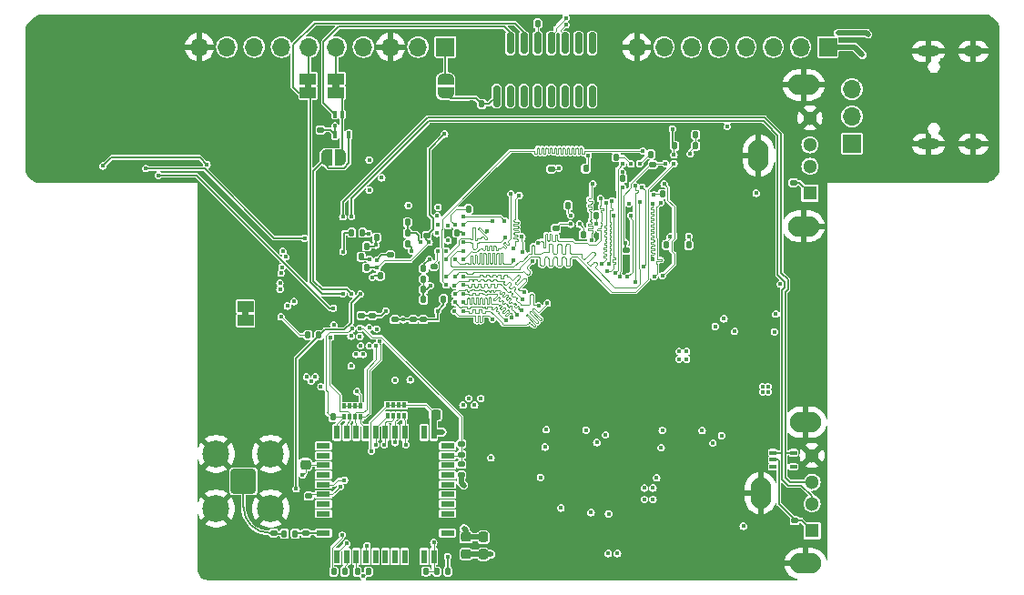
<source format=gbr>
%TF.GenerationSoftware,KiCad,Pcbnew,8.0.6*%
%TF.CreationDate,2024-12-25T08:51:45-08:00*%
%TF.ProjectId,hardware,68617264-7761-4726-952e-6b696361645f,rev?*%
%TF.SameCoordinates,Original*%
%TF.FileFunction,Copper,L4,Bot*%
%TF.FilePolarity,Positive*%
%FSLAX46Y46*%
G04 Gerber Fmt 4.6, Leading zero omitted, Abs format (unit mm)*
G04 Created by KiCad (PCBNEW 8.0.6) date 2024-12-25 08:51:45*
%MOMM*%
%LPD*%
G01*
G04 APERTURE LIST*
G04 Aperture macros list*
%AMRoundRect*
0 Rectangle with rounded corners*
0 $1 Rounding radius*
0 $2 $3 $4 $5 $6 $7 $8 $9 X,Y pos of 4 corners*
0 Add a 4 corners polygon primitive as box body*
4,1,4,$2,$3,$4,$5,$6,$7,$8,$9,$2,$3,0*
0 Add four circle primitives for the rounded corners*
1,1,$1+$1,$2,$3*
1,1,$1+$1,$4,$5*
1,1,$1+$1,$6,$7*
1,1,$1+$1,$8,$9*
0 Add four rect primitives between the rounded corners*
20,1,$1+$1,$2,$3,$4,$5,0*
20,1,$1+$1,$4,$5,$6,$7,0*
20,1,$1+$1,$6,$7,$8,$9,0*
20,1,$1+$1,$8,$9,$2,$3,0*%
%AMFreePoly0*
4,1,19,0.500000,-0.750000,0.000000,-0.750000,0.000000,-0.744911,-0.071157,-0.744911,-0.207708,-0.704816,-0.327430,-0.627875,-0.420627,-0.520320,-0.479746,-0.390866,-0.500000,-0.250000,-0.500000,0.250000,-0.479746,0.390866,-0.420627,0.520320,-0.327430,0.627875,-0.207708,0.704816,-0.071157,0.744911,0.000000,0.744911,0.000000,0.750000,0.500000,0.750000,0.500000,-0.750000,0.500000,-0.750000,
$1*%
%AMFreePoly1*
4,1,19,0.000000,0.744911,0.071157,0.744911,0.207708,0.704816,0.327430,0.627875,0.420627,0.520320,0.479746,0.390866,0.500000,0.250000,0.500000,-0.250000,0.479746,-0.390866,0.420627,-0.520320,0.327430,-0.627875,0.207708,-0.704816,0.071157,-0.744911,0.000000,-0.744911,0.000000,-0.750000,-0.500000,-0.750000,-0.500000,0.750000,0.000000,0.750000,0.000000,0.744911,0.000000,0.744911,
$1*%
G04 Aperture macros list end*
%TA.AperFunction,EtchedComponent*%
%ADD10C,0.000000*%
%TD*%
%TA.AperFunction,ComponentPad*%
%ADD11R,1.300000X1.300000*%
%TD*%
%TA.AperFunction,ComponentPad*%
%ADD12C,1.300000*%
%TD*%
%TA.AperFunction,ComponentPad*%
%ADD13O,2.900000X1.900000*%
%TD*%
%TA.AperFunction,ComponentPad*%
%ADD14O,1.900000X2.900000*%
%TD*%
%TA.AperFunction,ComponentPad*%
%ADD15O,2.100000X1.000000*%
%TD*%
%TA.AperFunction,ComponentPad*%
%ADD16O,1.800000X1.000000*%
%TD*%
%TA.AperFunction,ComponentPad*%
%ADD17R,1.700000X1.700000*%
%TD*%
%TA.AperFunction,ComponentPad*%
%ADD18O,1.700000X1.700000*%
%TD*%
%TA.AperFunction,SMDPad,CuDef*%
%ADD19RoundRect,0.140000X-0.170000X0.140000X-0.170000X-0.140000X0.170000X-0.140000X0.170000X0.140000X0*%
%TD*%
%TA.AperFunction,SMDPad,CuDef*%
%ADD20RoundRect,0.140000X0.140000X0.170000X-0.140000X0.170000X-0.140000X-0.170000X0.140000X-0.170000X0*%
%TD*%
%TA.AperFunction,SMDPad,CuDef*%
%ADD21RoundRect,0.140000X0.170000X-0.140000X0.170000X0.140000X-0.170000X0.140000X-0.170000X-0.140000X0*%
%TD*%
%TA.AperFunction,SMDPad,CuDef*%
%ADD22RoundRect,0.140000X-0.140000X-0.170000X0.140000X-0.170000X0.140000X0.170000X-0.140000X0.170000X0*%
%TD*%
%TA.AperFunction,SMDPad,CuDef*%
%ADD23RoundRect,0.135000X0.135000X0.185000X-0.135000X0.185000X-0.135000X-0.185000X0.135000X-0.185000X0*%
%TD*%
%TA.AperFunction,SMDPad,CuDef*%
%ADD24RoundRect,0.135000X-0.135000X-0.185000X0.135000X-0.185000X0.135000X0.185000X-0.135000X0.185000X0*%
%TD*%
%TA.AperFunction,SMDPad,CuDef*%
%ADD25RoundRect,0.225000X-0.225000X-0.250000X0.225000X-0.250000X0.225000X0.250000X-0.225000X0.250000X0*%
%TD*%
%TA.AperFunction,SMDPad,CuDef*%
%ADD26FreePoly0,270.000000*%
%TD*%
%TA.AperFunction,SMDPad,CuDef*%
%ADD27FreePoly1,270.000000*%
%TD*%
%TA.AperFunction,SMDPad,CuDef*%
%ADD28FreePoly0,0.000000*%
%TD*%
%TA.AperFunction,SMDPad,CuDef*%
%ADD29FreePoly1,0.000000*%
%TD*%
%TA.AperFunction,SMDPad,CuDef*%
%ADD30RoundRect,0.218750X0.256250X-0.218750X0.256250X0.218750X-0.256250X0.218750X-0.256250X-0.218750X0*%
%TD*%
%TA.AperFunction,SMDPad,CuDef*%
%ADD31R,1.300000X0.500000*%
%TD*%
%TA.AperFunction,SMDPad,CuDef*%
%ADD32R,0.500000X1.300000*%
%TD*%
%TA.AperFunction,SMDPad,CuDef*%
%ADD33R,0.400000X0.500000*%
%TD*%
%TA.AperFunction,SMDPad,CuDef*%
%ADD34R,0.300000X0.500000*%
%TD*%
%TA.AperFunction,SMDPad,CuDef*%
%ADD35RoundRect,0.135000X-0.185000X0.135000X-0.185000X-0.135000X0.185000X-0.135000X0.185000X0.135000X0*%
%TD*%
%TA.AperFunction,SMDPad,CuDef*%
%ADD36RoundRect,0.225000X0.225000X0.250000X-0.225000X0.250000X-0.225000X-0.250000X0.225000X-0.250000X0*%
%TD*%
%TA.AperFunction,SMDPad,CuDef*%
%ADD37RoundRect,0.100000X0.225000X0.100000X-0.225000X0.100000X-0.225000X-0.100000X0.225000X-0.100000X0*%
%TD*%
%TA.AperFunction,SMDPad,CuDef*%
%ADD38RoundRect,0.100000X-0.100000X0.225000X-0.100000X-0.225000X0.100000X-0.225000X0.100000X0.225000X0*%
%TD*%
%TA.AperFunction,SMDPad,CuDef*%
%ADD39RoundRect,0.150000X-0.150000X0.825000X-0.150000X-0.825000X0.150000X-0.825000X0.150000X0.825000X0*%
%TD*%
%TA.AperFunction,SMDPad,CuDef*%
%ADD40R,1.500000X1.000000*%
%TD*%
%TA.AperFunction,SMDPad,CuDef*%
%ADD41RoundRect,0.225000X0.250000X-0.225000X0.250000X0.225000X-0.250000X0.225000X-0.250000X-0.225000X0*%
%TD*%
%TA.AperFunction,SMDPad,CuDef*%
%ADD42RoundRect,0.135000X0.185000X-0.135000X0.185000X0.135000X-0.185000X0.135000X-0.185000X-0.135000X0*%
%TD*%
%TA.AperFunction,ComponentPad*%
%ADD43RoundRect,0.200100X-0.949900X0.949900X-0.949900X-0.949900X0.949900X-0.949900X0.949900X0.949900X0*%
%TD*%
%TA.AperFunction,ComponentPad*%
%ADD44C,2.500000*%
%TD*%
%TA.AperFunction,ViaPad*%
%ADD45C,0.400000*%
%TD*%
%TA.AperFunction,Conductor*%
%ADD46C,0.150000*%
%TD*%
%TA.AperFunction,Conductor*%
%ADD47C,0.100000*%
%TD*%
%TA.AperFunction,Conductor*%
%ADD48C,0.200000*%
%TD*%
%TA.AperFunction,Conductor*%
%ADD49C,0.130000*%
%TD*%
%TA.AperFunction,Conductor*%
%ADD50C,0.500000*%
%TD*%
G04 APERTURE END LIST*
D10*
%TA.AperFunction,EtchedComponent*%
%TO.C,JP3*%
G36*
X108400000Y-91050000D02*
G01*
X107800000Y-91050000D01*
X107800000Y-90550000D01*
X108400000Y-90550000D01*
X108400000Y-91050000D01*
G37*
%TD.AperFunction*%
%TA.AperFunction,EtchedComponent*%
%TO.C,JP1*%
G36*
X100000000Y-112250000D02*
G01*
X99400000Y-112250000D01*
X99400000Y-111750000D01*
X100000000Y-111750000D01*
X100000000Y-112250000D01*
G37*
%TD.AperFunction*%
%TA.AperFunction,EtchedComponent*%
%TO.C,JP4*%
G36*
X105800000Y-91050000D02*
G01*
X105200000Y-91050000D01*
X105200000Y-90550000D01*
X105800000Y-90550000D01*
X105800000Y-91050000D01*
G37*
%TD.AperFunction*%
%TD*%
D11*
%TO.P,J2,1,VBUS*%
%TO.N,+5V*%
X152385000Y-132200000D03*
D12*
%TO.P,J2,2,D-*%
%TO.N,/A33_GPIO/USB-DM0*%
X152385000Y-129700000D03*
%TO.P,J2,3,D+*%
%TO.N,/A33_GPIO/USB-DP0*%
X152385000Y-127700000D03*
%TO.P,J2,4,GND*%
%TO.N,GND*%
X152385000Y-125200000D03*
D13*
%TO.P,J2,5,Shield*%
X151785000Y-135270000D03*
D14*
X147605000Y-128700000D03*
D13*
X151785000Y-122130000D03*
%TD*%
D11*
%TO.P,J3,1,VBUS*%
%TO.N,+5V*%
X152200000Y-100800000D03*
D12*
%TO.P,J3,2,D-*%
%TO.N,/A33_GPIO/USB-DM1*%
X152200000Y-98300000D03*
%TO.P,J3,3,D+*%
%TO.N,/A33_GPIO/USB-DP1*%
X152200000Y-96300000D03*
%TO.P,J3,4,GND*%
%TO.N,GND*%
X152200000Y-93800000D03*
D13*
%TO.P,J3,5,Shield*%
X151600000Y-103870000D03*
D14*
X147420000Y-97300000D03*
D13*
X151600000Y-90730000D03*
%TD*%
D15*
%TO.P,J5,S1,SHIELD*%
%TO.N,GND*%
X163220000Y-96240000D03*
D16*
X167400000Y-96240000D03*
D15*
X163220000Y-87600000D03*
D16*
X167400000Y-87600000D03*
%TD*%
D17*
%TO.P,J10,1,Pin_1*%
%TO.N,V_USB*%
X156100000Y-96200000D03*
D18*
%TO.P,J10,2,Pin_2*%
%TO.N,+5V*%
X156100000Y-93660000D03*
%TO.P,J10,3,Pin_3*%
%TO.N,+5V_Flipper*%
X156100000Y-91120000D03*
%TD*%
D19*
%TO.P,C2,1*%
%TO.N,/DDR3/VREF*%
X137579100Y-98135500D03*
%TO.P,C2,2*%
%TO.N,GND*%
X137579100Y-99095500D03*
%TD*%
%TO.P,C31,1*%
%TO.N,+3V0*%
X113157000Y-106568300D03*
%TO.P,C31,2*%
%TO.N,GND*%
X113157000Y-107528300D03*
%TD*%
D20*
%TO.P,C38,1*%
%TO.N,+1V35*%
X116253200Y-110693200D03*
%TO.P,C38,2*%
%TO.N,GND*%
X115293200Y-110693200D03*
%TD*%
%TO.P,C42,1*%
%TO.N,+1V35*%
X116265900Y-108775500D03*
%TO.P,C42,2*%
%TO.N,GND*%
X115305900Y-108775500D03*
%TD*%
D21*
%TO.P,C43,1*%
%TO.N,+1V1*%
X115303300Y-112575280D03*
%TO.P,C43,2*%
%TO.N,GND*%
X115303300Y-111615280D03*
%TD*%
D20*
%TO.P,C48,1*%
%TO.N,+1V1*%
X118117560Y-110637320D03*
%TO.P,C48,2*%
%TO.N,GND*%
X117157560Y-110637320D03*
%TD*%
D22*
%TO.P,C53,1*%
%TO.N,+3V0*%
X112219800Y-108483400D03*
%TO.P,C53,2*%
%TO.N,GND*%
X113179800Y-108483400D03*
%TD*%
D20*
%TO.P,C54,1*%
%TO.N,+1V35*%
X116253200Y-109753400D03*
%TO.P,C54,2*%
%TO.N,GND*%
X115293200Y-109753400D03*
%TD*%
%TO.P,C55,1*%
%TO.N,+1V1*%
X114767300Y-103517700D03*
%TO.P,C55,2*%
%TO.N,GND*%
X113807300Y-103517700D03*
%TD*%
D22*
%TO.P,C59,1*%
%TO.N,+1V1*%
X111902300Y-104927400D03*
%TO.P,C59,2*%
%TO.N,GND*%
X112862300Y-104927400D03*
%TD*%
D21*
%TO.P,C64,1*%
%TO.N,+3V3*%
X116560600Y-104747000D03*
%TO.P,C64,2*%
%TO.N,GND*%
X116560600Y-103787000D03*
%TD*%
D20*
%TO.P,C66,1*%
%TO.N,+3V3*%
X110970000Y-107721400D03*
%TO.P,C66,2*%
%TO.N,GND*%
X110010000Y-107721400D03*
%TD*%
%TO.P,C67,1*%
%TO.N,+1V1*%
X116265900Y-107784900D03*
%TO.P,C67,2*%
%TO.N,GND*%
X115305900Y-107784900D03*
%TD*%
D21*
%TO.P,C68,1*%
%TO.N,+3V3*%
X111467900Y-112176500D03*
%TO.P,C68,2*%
%TO.N,GND*%
X111467900Y-111216500D03*
%TD*%
D20*
%TO.P,C69,1*%
%TO.N,+1V1*%
X110970000Y-105740200D03*
%TO.P,C69,2*%
%TO.N,GND*%
X110010000Y-105740200D03*
%TD*%
D21*
%TO.P,C70,1*%
%TO.N,+3V3*%
X110490000Y-112176500D03*
%TO.P,C70,2*%
%TO.N,GND*%
X110490000Y-111216500D03*
%TD*%
D22*
%TO.P,C75,1*%
%TO.N,+1V35*%
X141544100Y-96405700D03*
%TO.P,C75,2*%
%TO.N,GND*%
X142504100Y-96405700D03*
%TD*%
%TO.P,C76,1*%
%TO.N,+1V35*%
X139613700Y-96405700D03*
%TO.P,C76,2*%
%TO.N,GND*%
X140573700Y-96405700D03*
%TD*%
%TO.P,C77,1*%
%TO.N,+1V35*%
X137391200Y-97180400D03*
%TO.P,C77,2*%
%TO.N,GND*%
X138351200Y-97180400D03*
%TD*%
%TO.P,C78,1*%
%TO.N,+1V35*%
X141544100Y-95351600D03*
%TO.P,C78,2*%
%TO.N,GND*%
X142504100Y-95351600D03*
%TD*%
D20*
%TO.P,C79,1*%
%TO.N,+1V35*%
X134782500Y-99402900D03*
%TO.P,C79,2*%
%TO.N,GND*%
X133822500Y-99402900D03*
%TD*%
%TO.P,C80,1*%
%TO.N,+1V35*%
X134211000Y-97447100D03*
%TO.P,C80,2*%
%TO.N,GND*%
X133251000Y-97447100D03*
%TD*%
D22*
%TO.P,C82,1*%
%TO.N,+1V35*%
X138458000Y-100888800D03*
%TO.P,C82,2*%
%TO.N,GND*%
X139418000Y-100888800D03*
%TD*%
D20*
%TO.P,C85,1*%
%TO.N,+1V35*%
X132306000Y-102882700D03*
%TO.P,C85,2*%
%TO.N,GND*%
X131346000Y-102882700D03*
%TD*%
%TO.P,C86,1*%
%TO.N,+1V35*%
X131122360Y-104653080D03*
%TO.P,C86,2*%
%TO.N,GND*%
X130162360Y-104653080D03*
%TD*%
D21*
%TO.P,C87,1*%
%TO.N,+1V35*%
X128562100Y-104073900D03*
%TO.P,C87,2*%
%TO.N,GND*%
X128562100Y-103113900D03*
%TD*%
D22*
%TO.P,C89,1*%
%TO.N,+1V35*%
X140931960Y-105628440D03*
%TO.P,C89,2*%
%TO.N,GND*%
X141891960Y-105628440D03*
%TD*%
%TO.P,C90,1*%
%TO.N,+1V35*%
X129695000Y-101942900D03*
%TO.P,C90,2*%
%TO.N,GND*%
X130655000Y-101942900D03*
%TD*%
%TO.P,C91,1*%
%TO.N,+1V35*%
X138839000Y-105613200D03*
%TO.P,C91,2*%
%TO.N,GND*%
X139799000Y-105613200D03*
%TD*%
D21*
%TO.P,C92,1*%
%TO.N,+1V35*%
X128130300Y-98559500D03*
%TO.P,C92,2*%
%TO.N,GND*%
X128130300Y-97599500D03*
%TD*%
D20*
%TO.P,C99,1*%
%TO.N,Net-(U2D-RTCVIO)*%
X110462000Y-106730800D03*
%TO.P,C99,2*%
%TO.N,GND*%
X109502000Y-106730800D03*
%TD*%
D23*
%TO.P,R30,1*%
%TO.N,Net-(U2D-NMI)*%
X110593600Y-104470200D03*
%TO.P,R30,2*%
%TO.N,+3V3*%
X109573600Y-104470200D03*
%TD*%
D20*
%TO.P,C74,1*%
%TO.N,+1V35*%
X131340800Y-98501200D03*
%TO.P,C74,2*%
%TO.N,GND*%
X130380800Y-98501200D03*
%TD*%
D21*
%TO.P,C40,1*%
%TO.N,+1V1*%
X116248180Y-112575280D03*
%TO.P,C40,2*%
%TO.N,GND*%
X116248180Y-111615280D03*
%TD*%
%TO.P,C56,1*%
%TO.N,+1V1*%
X113576100Y-112567600D03*
%TO.P,C56,2*%
%TO.N,GND*%
X113576100Y-111607600D03*
%TD*%
D20*
%TO.P,C73,1*%
%TO.N,+2V5*%
X119380000Y-104500000D03*
%TO.P,C73,2*%
%TO.N,GND*%
X118420000Y-104500000D03*
%TD*%
%TO.P,C65,1*%
%TO.N,+1V1*%
X114767300Y-104533700D03*
%TO.P,C65,2*%
%TO.N,GND*%
X113807300Y-104533700D03*
%TD*%
D23*
%TO.P,R26,1*%
%TO.N,/A33_Power/VCC-EFUSE*%
X114810000Y-105524300D03*
%TO.P,R26,2*%
%TO.N,GND*%
X113790000Y-105524300D03*
%TD*%
D19*
%TO.P,C32,1*%
%TO.N,/DDR3/VREF*%
X135128000Y-106111100D03*
%TO.P,C32,2*%
%TO.N,GND*%
X135128000Y-107071100D03*
%TD*%
%TO.P,C37,1*%
%TO.N,+3V0*%
X117200000Y-107620000D03*
%TO.P,C37,2*%
%TO.N,GND*%
X117200000Y-108580000D03*
%TD*%
D24*
%TO.P,R6,1*%
%TO.N,Net-(U2A-DZQ)*%
X120429560Y-102280720D03*
%TO.P,R6,2*%
%TO.N,GND*%
X121449560Y-102280720D03*
%TD*%
D25*
%TO.P,C46,1*%
%TO.N,+3V3*%
X121825000Y-134400000D03*
%TO.P,C46,2*%
%TO.N,GND*%
X123375000Y-134400000D03*
%TD*%
D26*
%TO.P,JP2,1,A*%
%TO.N,Net-(J6-Pin_1)*%
X118300000Y-90200000D03*
D27*
%TO.P,JP2,2,B*%
%TO.N,+3V3*%
X118300000Y-91500000D03*
%TD*%
D22*
%TO.P,C49,1*%
%TO.N,GND*%
X125920000Y-85000000D03*
%TO.P,C49,2*%
%TO.N,Net-(U10-V3)*%
X126880000Y-85000000D03*
%TD*%
D28*
%TO.P,JP5,1,A*%
%TO.N,/A33_GPIO/UART_TX*%
X107220000Y-97490000D03*
D29*
%TO.P,JP5,2,B*%
%TO.N,/A33_GPIO/UART0_TX*%
X108520000Y-97490000D03*
%TD*%
D30*
%TO.P,L5,1*%
%TO.N,+3V3*%
X120200000Y-134387500D03*
%TO.P,L5,2*%
%TO.N,+3.3VA*%
X120200000Y-132812500D03*
%TD*%
D31*
%TO.P,U8,1,GND*%
%TO.N,GND*%
X106925000Y-133325000D03*
%TO.P,U8,2,WIFI/BT_ANT*%
%TO.N,Net-(U8-WIFI{slash}BT_ANT)*%
X106925000Y-132425000D03*
%TO.P,U8,3,GND*%
%TO.N,GND*%
X106925000Y-131525000D03*
%TO.P,U8,4,FM_RX*%
%TO.N,unconnected-(U8-FM_RX-Pad4)*%
X106925000Y-130625000D03*
%TO.P,U8,5,N_WAKE*%
%TO.N,unconnected-(U8-N_WAKE-Pad5)*%
X106925000Y-129725000D03*
%TO.P,U8,6,BT_WAKE*%
%TO.N,/A33_GPIO/WAKE*%
X106925000Y-128825000D03*
%TO.P,U8,7,BT_HOST_WAKE*%
%TO.N,/A33_GPIO/HOST_WAKE*%
X106925000Y-127925000D03*
%TO.P,U8,8,BT_VHOST_WAKE*%
%TO.N,unconnected-(U8-BT_VHOST_WAKE-Pad8)*%
X106925000Y-127025000D03*
%TO.P,U8,9,VBAT*%
%TO.N,+3.3VA*%
X106925000Y-126125000D03*
%TO.P,U8,10,XTAL_IN*%
%TO.N,unconnected-(U8-XTAL_IN-Pad10)*%
X106925000Y-125225000D03*
%TO.P,U8,11,XTAL_OUT*%
%TO.N,unconnected-(U8-XTAL_OUT-Pad11)*%
X106925000Y-124325000D03*
D32*
%TO.P,U8,12,WL_REG_ON*%
%TO.N,/WiFi/WL_REG_ON*%
X108200000Y-123050000D03*
%TO.P,U8,13,WL_HOST_WAKE*%
%TO.N,/WiFi/WL_HOST_WAKE*%
X109100000Y-123050000D03*
%TO.P,U8,14,SD_D2*%
%TO.N,/A33_GPIO/SDC1.D2*%
X110000000Y-123050000D03*
%TO.P,U8,15,SD_D3*%
%TO.N,/A33_GPIO/SDC1.D3*%
X110900000Y-123050000D03*
%TO.P,U8,16,SD_CMD*%
%TO.N,/A33_GPIO/SDC1.CMD*%
X111800000Y-123050000D03*
%TO.P,U8,17,SD_CLK*%
%TO.N,/A33_GPIO/SDC1.CLK*%
X112700000Y-123050000D03*
%TO.P,U8,18,SD_D0*%
%TO.N,/A33_GPIO/SDC1.D0*%
X113600000Y-123050000D03*
%TO.P,U8,19,SD_D1*%
%TO.N,/A33_GPIO/SDC1.D1*%
X114500000Y-123050000D03*
%TO.P,U8,20,GND*%
%TO.N,GND*%
X115400000Y-123050000D03*
%TO.P,U8,21,VIN_LDO_OUT*%
%TO.N,unconnected-(U8-VIN_LDO_OUT-Pad21)*%
X116300000Y-123050000D03*
%TO.P,U8,22,VDD_IO*%
%TO.N,+3.3VA*%
X117200000Y-123050000D03*
D31*
%TO.P,U8,23,VIN_LDO*%
%TO.N,unconnected-(U8-VIN_LDO-Pad23)*%
X118475000Y-124325000D03*
%TO.P,U8,24,LPO*%
%TO.N,/WiFi/LPO*%
X118475000Y-125225000D03*
%TO.P,U8,25,PCM_DOUT*%
%TO.N,unconnected-(U8-PCM_DOUT-Pad25)*%
X118475000Y-126125000D03*
%TO.P,U8,26,PCM_CLK*%
%TO.N,unconnected-(U8-PCM_CLK-Pad26)*%
X118475000Y-127025000D03*
%TO.P,U8,27,PCM_DIN*%
%TO.N,unconnected-(U8-PCM_DIN-Pad27)*%
X118475000Y-127925000D03*
%TO.P,U8,28,PCM_SYNC*%
%TO.N,unconnected-(U8-PCM_SYNC-Pad28)*%
X118475000Y-128825000D03*
%TO.P,U8,29,VDD_TCXO*%
%TO.N,unconnected-(U8-VDD_TCXO-Pad29)*%
X118475000Y-129725000D03*
%TO.P,U8,30,TCXO_IN*%
%TO.N,unconnected-(U8-TCXO_IN-Pad30)*%
X118475000Y-130625000D03*
%TO.P,U8,31,GND*%
%TO.N,GND*%
X118475000Y-131525000D03*
%TO.P,U8,32,GPS_RF*%
%TO.N,unconnected-(U8-GPS_RF-Pad32)*%
X118475000Y-132425000D03*
%TO.P,U8,33,GND*%
%TO.N,GND*%
X118475000Y-133325000D03*
D32*
%TO.P,U8,34,BT_RST_N*%
%TO.N,/A33_GPIO/RST_N*%
X117200000Y-134600000D03*
%TO.P,U8,35,N_I2C_SDA*%
%TO.N,unconnected-(U8-N_I2C_SDA-Pad35)*%
X116300000Y-134600000D03*
%TO.P,U8,36,GND*%
%TO.N,GND*%
X115400000Y-134600000D03*
%TO.P,U8,37,N_I2C_SCL*%
%TO.N,unconnected-(U8-N_I2C_SCL-Pad37)*%
X114500000Y-134600000D03*
%TO.P,U8,38,N_REG_PU*%
%TO.N,unconnected-(U8-N_REG_PU-Pad38)*%
X113600000Y-134600000D03*
%TO.P,U8,39,TX1*%
%TO.N,unconnected-(U8-TX1-Pad39)*%
X112700000Y-134600000D03*
%TO.P,U8,40,TX2*%
%TO.N,unconnected-(U8-TX2-Pad40)*%
X111800000Y-134600000D03*
%TO.P,U8,41,UART_RTS_N*%
%TO.N,/A33_GPIO/CTS_N*%
X110900000Y-134600000D03*
%TO.P,U8,42,UART_TXD*%
%TO.N,Net-(U8-UART_TXD)*%
X110000000Y-134600000D03*
%TO.P,U8,43,UART_RXD*%
%TO.N,Net-(U8-UART_RXD)*%
X109100000Y-134600000D03*
%TO.P,U8,44,UART_CTS_N*%
%TO.N,/A33_GPIO/RTS_N*%
X108200000Y-134600000D03*
%TD*%
D17*
%TO.P,J6,1,Pin_1*%
%TO.N,Net-(J6-Pin_1)*%
X118280000Y-87200000D03*
D18*
%TO.P,J6,2,Pin_2*%
%TO.N,/Flipper_SWC*%
X115740000Y-87200000D03*
%TO.P,J6,3,Pin_3*%
%TO.N,GND*%
X113200000Y-87200000D03*
%TO.P,J6,4,Pin_4*%
%TO.N,/Flipper_SIO*%
X110660000Y-87200000D03*
%TO.P,J6,5,Pin_5*%
%TO.N,/UART_TXD*%
X108120000Y-87200000D03*
%TO.P,J6,6,Pin_6*%
%TO.N,/UART_RXD*%
X105580000Y-87200000D03*
%TO.P,J6,7,Pin_7*%
%TO.N,/Flipper_C1*%
X103040000Y-87200000D03*
%TO.P,J6,8,Pin_8*%
%TO.N,/Flipper_C0*%
X100500000Y-87200000D03*
%TO.P,J6,9,Pin_9*%
%TO.N,/Flipper_1W*%
X97960000Y-87200000D03*
%TO.P,J6,10,Pin_10*%
%TO.N,GND*%
X95420000Y-87200000D03*
%TD*%
D17*
%TO.P,J4,1,Pin_1*%
%TO.N,+5V_Flipper*%
X153860000Y-87200000D03*
D18*
%TO.P,J4,2,Pin_2*%
%TO.N,/Flipper_A7*%
X151320000Y-87200000D03*
%TO.P,J4,3,Pin_3*%
%TO.N,/Flipper_A6*%
X148780000Y-87200000D03*
%TO.P,J4,4,Pin_4*%
%TO.N,/Flipper_A4*%
X146240000Y-87200000D03*
%TO.P,J4,5,Pin_5*%
%TO.N,/Flipper_B3*%
X143700000Y-87200000D03*
%TO.P,J4,6,Pin_6*%
%TO.N,/Flipper_B2*%
X141160000Y-87200000D03*
%TO.P,J4,7,Pin_7*%
%TO.N,/Flipper_C3*%
X138620000Y-87200000D03*
%TO.P,J4,8,Pin_8*%
%TO.N,GND*%
X136080000Y-87200000D03*
%TD*%
D19*
%TO.P,C60,1*%
%TO.N,GND*%
X106662500Y-93940000D03*
%TO.P,C60,2*%
%TO.N,+3V3*%
X106662500Y-94900000D03*
%TD*%
D20*
%TO.P,C44,1*%
%TO.N,/A33_GPIO/RST_N*%
X116480000Y-136000000D03*
%TO.P,C44,2*%
%TO.N,GND*%
X115520000Y-136000000D03*
%TD*%
D23*
%TO.P,R33,1*%
%TO.N,/A33_GPIO/RXD*%
X111110000Y-136000000D03*
%TO.P,R33,2*%
%TO.N,Net-(U8-UART_TXD)*%
X110090000Y-136000000D03*
%TD*%
D33*
%TO.P,RN1,1,R1.1*%
%TO.N,/A33_GPIO/SDC1.D1*%
X114425000Y-121525000D03*
D34*
%TO.P,RN1,2,R2.1*%
%TO.N,/A33_GPIO/SDC1.D0*%
X113925000Y-121525000D03*
%TO.P,RN1,3,R3.1*%
%TO.N,/A33_GPIO/SDC1.CLK*%
X113425000Y-121525000D03*
D33*
%TO.P,RN1,4,R4.1*%
%TO.N,/A33_GPIO/SDC1.CMD*%
X112925000Y-121525000D03*
%TO.P,RN1,5,R4.2*%
%TO.N,+3.3VA*%
X112925000Y-120525000D03*
D34*
%TO.P,RN1,6,R3.2*%
X113425000Y-120525000D03*
%TO.P,RN1,7,R2.2*%
X113925000Y-120525000D03*
D33*
%TO.P,RN1,8,R1.2*%
X114425000Y-120525000D03*
%TD*%
D35*
%TO.P,R38,1*%
%TO.N,/WiFi/LPO*%
X119765000Y-124115000D03*
%TO.P,R38,2*%
X119765000Y-125135000D03*
%TD*%
D36*
%TO.P,C45,1*%
%TO.N,+3.3VA*%
X117372756Y-121425000D03*
%TO.P,C45,2*%
%TO.N,GND*%
X115822756Y-121425000D03*
%TD*%
D37*
%TO.P,U14,1*%
%TO.N,/A33_GPIO/USB-DP0*%
X150650000Y-124950000D03*
%TO.P,U14,2*%
%TO.N,GND*%
X150650000Y-125600000D03*
%TO.P,U14,3*%
%TO.N,unconnected-(U14-Pad3)*%
X150650000Y-126250000D03*
%TO.P,U14,4*%
%TO.N,unconnected-(U14-Pad4)*%
X148750000Y-126250000D03*
%TO.P,U14,5*%
%TO.N,+5V*%
X148750000Y-125600000D03*
%TO.P,U14,6*%
%TO.N,/A33_GPIO/USB-DM0*%
X148750000Y-124950000D03*
%TD*%
D21*
%TO.P,C61,1*%
%TO.N,+5V*%
X150650000Y-99820000D03*
%TO.P,C61,2*%
%TO.N,GND*%
X150650000Y-98860000D03*
%TD*%
D24*
%TO.P,R37,1*%
%TO.N,/A33_GPIO/RST_N*%
X117490000Y-136000000D03*
%TO.P,R37,2*%
%TO.N,+3.3VA*%
X118510000Y-136000000D03*
%TD*%
D38*
%TO.P,U13,1*%
%TO.N,Net-(U10-TXD)*%
X108007500Y-93460000D03*
%TO.P,U13,2*%
%TO.N,/A33_GPIO/UART0_TX*%
X108657500Y-93460000D03*
%TO.P,U13,3,GND*%
%TO.N,GND*%
X109307500Y-93460000D03*
%TO.P,U13,4*%
%TO.N,/A33_GPIO/UART_TX*%
X109307500Y-95360000D03*
%TO.P,U13,5,VCC*%
%TO.N,+3V3*%
X108007500Y-95360000D03*
%TD*%
D39*
%TO.P,U10,1,GND*%
%TO.N,GND*%
X123055000Y-86825000D03*
%TO.P,U10,2,TXD*%
%TO.N,Net-(U10-TXD)*%
X124325000Y-86825000D03*
%TO.P,U10,3,RXD*%
%TO.N,/A33_GPIO/UART_RX*%
X125595000Y-86825000D03*
%TO.P,U10,4,V3*%
%TO.N,Net-(U10-V3)*%
X126865000Y-86825000D03*
%TO.P,U10,5,UD+*%
%TO.N,/A33_GPIO/D+*%
X128135000Y-86825000D03*
%TO.P,U10,6,UD-*%
%TO.N,/A33_GPIO/D-*%
X129405000Y-86825000D03*
%TO.P,U10,7,NC*%
%TO.N,unconnected-(U10-NC-Pad7)*%
X130675000Y-86825000D03*
%TO.P,U10,8,~{OUT}/~{DTR}*%
%TO.N,unconnected-(U10-~{OUT}{slash}~{DTR}-Pad8)*%
X131945000Y-86825000D03*
%TO.P,U10,9,~{CTS}*%
%TO.N,unconnected-(U10-~{CTS}-Pad9)*%
X131945000Y-91775000D03*
%TO.P,U10,10,~{DSR}*%
%TO.N,unconnected-(U10-~{DSR}-Pad10)*%
X130675000Y-91775000D03*
%TO.P,U10,11,~{RI}*%
%TO.N,unconnected-(U10-~{RI}-Pad11)*%
X129405000Y-91775000D03*
%TO.P,U10,12,~{DCD}*%
%TO.N,unconnected-(U10-~{DCD}-Pad12)*%
X128135000Y-91775000D03*
%TO.P,U10,13,~{DTR}*%
%TO.N,unconnected-(U10-~{DTR}-Pad13)*%
X126865000Y-91775000D03*
%TO.P,U10,14,~{RTS}*%
%TO.N,unconnected-(U10-~{RTS}-Pad14)*%
X125595000Y-91775000D03*
%TO.P,U10,15,R232*%
%TO.N,unconnected-(U10-R232-Pad15)*%
X124325000Y-91775000D03*
%TO.P,U10,16,VCC*%
%TO.N,+3V3*%
X123055000Y-91775000D03*
%TD*%
D35*
%TO.P,R39,1*%
%TO.N,/WiFi/LPO*%
X119757244Y-126022244D03*
%TO.P,R39,2*%
%TO.N,+3.3VA*%
X119757244Y-127042244D03*
%TD*%
D40*
%TO.P,JP3,1,A*%
%TO.N,/A33_GPIO/UART0_TX*%
X108100000Y-91450000D03*
%TO.P,JP3,2,B*%
%TO.N,/UART_TXD*%
X108100000Y-90150000D03*
%TD*%
D21*
%TO.P,C62,1*%
%TO.N,+5V*%
X150780000Y-131260000D03*
%TO.P,C62,2*%
%TO.N,GND*%
X150780000Y-130300000D03*
%TD*%
D40*
%TO.P,JP1,1,A*%
%TO.N,+3V3*%
X99700000Y-112650000D03*
%TO.P,JP1,2,B*%
%TO.N,Net-(J8-Pin_14)*%
X99700000Y-111350000D03*
%TD*%
D19*
%TO.P,C39,1*%
%TO.N,Net-(U8-WIFI{slash}BT_ANT)*%
X105300000Y-132440000D03*
%TO.P,C39,2*%
%TO.N,GND*%
X105300000Y-133400000D03*
%TD*%
D25*
%TO.P,C47,1*%
%TO.N,+3.3VA*%
X121825000Y-132800000D03*
%TO.P,C47,2*%
%TO.N,GND*%
X123375000Y-132800000D03*
%TD*%
D41*
%TO.P,C41,1*%
%TO.N,+3.3VA*%
X105275000Y-126050000D03*
%TO.P,C41,2*%
%TO.N,GND*%
X105275000Y-124500000D03*
%TD*%
D40*
%TO.P,JP4,1,A*%
%TO.N,/A33_GPIO/UART_RX*%
X105500000Y-91450000D03*
%TO.P,JP4,2,B*%
%TO.N,/UART_RXD*%
X105500000Y-90150000D03*
%TD*%
D24*
%TO.P,R35,1*%
%TO.N,Net-(J7-In)*%
X103290000Y-132480000D03*
%TO.P,R35,2*%
%TO.N,Net-(U8-WIFI{slash}BT_ANT)*%
X104310000Y-132480000D03*
%TD*%
D22*
%TO.P,C50,1*%
%TO.N,GND*%
X120720000Y-92500000D03*
%TO.P,C50,2*%
%TO.N,+3V3*%
X121680000Y-92500000D03*
%TD*%
D19*
%TO.P,C36,1*%
%TO.N,Net-(J7-In)*%
X102300000Y-132420000D03*
%TO.P,C36,2*%
%TO.N,GND*%
X102300000Y-133380000D03*
%TD*%
D24*
%TO.P,R40,1*%
%TO.N,GND*%
X106790000Y-121600000D03*
%TO.P,R40,2*%
%TO.N,/WiFi/WL_REG_ON*%
X107810000Y-121600000D03*
%TD*%
%TO.P,R36,1*%
%TO.N,/A33_GPIO/TXD*%
X107890000Y-136000000D03*
%TO.P,R36,2*%
%TO.N,Net-(U8-UART_RXD)*%
X108910000Y-136000000D03*
%TD*%
D23*
%TO.P,R23,1*%
%TO.N,/SD_DET*%
X106510000Y-114000000D03*
%TO.P,R23,2*%
%TO.N,+3V3*%
X105490000Y-114000000D03*
%TD*%
D33*
%TO.P,RN2,1,R1.1*%
%TO.N,/A33_GPIO/SDC1.D3*%
X110375000Y-121625000D03*
D34*
%TO.P,RN2,2,R2.1*%
%TO.N,/A33_GPIO/SDC1.D2*%
X109875000Y-121625000D03*
%TO.P,RN2,3,R3.1*%
%TO.N,/WiFi/WL_HOST_WAKE*%
X109375000Y-121625000D03*
D33*
%TO.P,RN2,4,R4.1*%
%TO.N,/WiFi/WL_REG_ON*%
X108875000Y-121625000D03*
%TO.P,RN2,5,R4.2*%
%TO.N,+3.3VA*%
X108875000Y-120625000D03*
D34*
%TO.P,RN2,6,R3.2*%
X109375000Y-120625000D03*
%TO.P,RN2,7,R2.2*%
X109875000Y-120625000D03*
D33*
%TO.P,RN2,8,R1.2*%
X110375000Y-120625000D03*
%TD*%
D42*
%TO.P,R34,1*%
%TO.N,GND*%
X105565000Y-130025000D03*
%TO.P,R34,2*%
%TO.N,/A33_GPIO/WAKE*%
X105565000Y-129005000D03*
%TD*%
D43*
%TO.P,J7,1,In*%
%TO.N,Net-(J7-In)*%
X99500000Y-127600000D03*
D44*
%TO.P,J7,2,Ext*%
%TO.N,GND*%
X102040000Y-125060000D03*
X96960000Y-125060000D03*
X102040000Y-130140000D03*
X96960000Y-130140000D03*
%TD*%
D45*
%TO.N,+3V3*%
X147800000Y-119300000D03*
X148300000Y-119300000D03*
X148300000Y-118800000D03*
X147800000Y-118800000D03*
%TO.N,/DDR3/VREF*%
X138742341Y-98051525D03*
X134990610Y-105386569D03*
%TO.N,/A33_RAM/DVREF*%
X118363999Y-106170999D03*
X114833400Y-101930200D03*
%TO.N,+3V3*%
X149421401Y-109261461D03*
X148894800Y-113687860D03*
%TO.N,+3V0*%
X127133799Y-127235399D03*
X127660400Y-122809000D03*
%TO.N,+1V35*%
X138463020Y-122861260D03*
X137936419Y-127287659D03*
%TO.N,+1V1*%
X133459220Y-130622040D03*
X129032821Y-130095439D03*
%TO.N,Net-(U2D-RTCVIO)*%
X111201200Y-106934000D03*
%TO.N,/A33_GPIO/RESET*%
X86430000Y-98270000D03*
X96116979Y-98134561D03*
%TO.N,/A33_GPIO/USB-DP0*%
X108737400Y-102997000D03*
%TO.N,/A33_GPIO/USB-DM0*%
X109550200Y-102971600D03*
%TO.N,+3.3VA*%
X111400000Y-124800000D03*
X120000000Y-132000000D03*
X105000000Y-127000000D03*
X118500000Y-134600000D03*
X118000000Y-123000000D03*
X120000000Y-128000000D03*
X110053325Y-119264479D03*
%TO.N,Net-(U2A-DZQ)*%
X119151400Y-103764080D03*
%TO.N,/A33_Power/VCC-EFUSE*%
X115163600Y-106172000D03*
%TO.N,/A33_RAM/CK*%
X135940800Y-109067600D03*
X135940800Y-100101400D03*
%TO.N,/A33_RAM/!CK*%
X136728200Y-107645200D03*
X136570720Y-100243640D03*
%TO.N,Net-(U2D-NMI)*%
X111150400Y-104571800D03*
%TO.N,/A33_RAM/LDM*%
X131851400Y-105168799D03*
X132003800Y-99923600D03*
%TO.N,/A33_RAM/adr13*%
X124433024Y-112392546D03*
X119913400Y-110972600D03*
%TO.N,/A33_RAM/!WE*%
X126371400Y-107118200D03*
X119151400Y-108559600D03*
X137552951Y-101764351D03*
X137530840Y-106963474D03*
%TO.N,/A33_RAM/adr7*%
X125361700Y-111721900D03*
X119151400Y-110210600D03*
%TO.N,/A33_RAM/!CKE*%
X136652000Y-96875600D03*
X118364000Y-109347000D03*
%TO.N,/A33_RAM/d1*%
X125145800Y-100990400D03*
X124612400Y-105968799D03*
%TO.N,/A33_RAM/UDM*%
X122682000Y-103403400D03*
X119948960Y-103759000D03*
%TO.N,/A33_RAM/!CS*%
X125399800Y-104876600D03*
X119938800Y-105384600D03*
X125488700Y-106273600D03*
X123850400Y-104918789D03*
%TO.N,/A33_RAM/!RST*%
X119913400Y-110210600D03*
X124967299Y-112122000D03*
%TO.N,/A33_RAM/d3*%
X119964200Y-106959400D03*
X124387243Y-100866843D03*
%TO.N,/A33_RAM/!CAS*%
X136342123Y-101645915D03*
X119926100Y-106184700D03*
%TO.N,/A33_RAM/d4*%
X135204200Y-108559600D03*
X135535863Y-102868491D03*
%TO.N,/A33_RAM/d0*%
X132715000Y-101320600D03*
X126935280Y-105434214D03*
%TO.N,/A33_RAM/d5*%
X134756582Y-98089689D03*
X134086600Y-108204000D03*
%TO.N,/A33_RAM/d6*%
X133363430Y-108065980D03*
X133940600Y-102870000D03*
%TO.N,/A33_RAM/LDQS*%
X132829914Y-107363475D03*
X133273800Y-101676200D03*
%TO.N,/A33_RAM/adr15*%
X138633200Y-99949000D03*
X119938800Y-111785400D03*
X138455400Y-108483400D03*
X127762000Y-111029800D03*
%TO.N,/A33_RAM/!LDQS*%
X133479647Y-107366090D03*
X133793904Y-101497335D03*
%TO.N,/A33_RAM/!RAS*%
X122148600Y-104368600D03*
X118363999Y-106959400D03*
%TO.N,/A33_RAM/adr9*%
X123901200Y-112642556D03*
X119151400Y-110972600D03*
%TO.N,/A33_RAM/adr3*%
X126960754Y-111309200D03*
X119964200Y-109347000D03*
%TO.N,/A33_RAM/dba2*%
X138303000Y-101676200D03*
X119126000Y-109372400D03*
X137693400Y-108534200D03*
X125450600Y-110667800D03*
%TO.N,/A33_RAM/d7*%
X134785100Y-100266500D03*
X134518400Y-108566000D03*
%TO.N,/A33_RAM/ODT*%
X124643857Y-107048057D03*
X119176800Y-106959400D03*
%TO.N,/A33_RAM/dba1*%
X139549162Y-98044568D03*
X118364000Y-108559600D03*
%TO.N,/A33_RAM/d11*%
X119964200Y-102997000D03*
X123774200Y-103378000D03*
%TO.N,/A33_RAM/dba0*%
X125636202Y-110024998D03*
X119954406Y-108546999D03*
%TO.N,/A33_RAM/adr0*%
X119126000Y-111785400D03*
X122669300Y-112547400D03*
%TO.N,+1V35*%
X140716000Y-115519200D03*
X140017500Y-115519200D03*
X140017500Y-116255800D03*
X140716000Y-116255800D03*
X135354190Y-101752400D03*
X140924280Y-104825800D03*
X139547600Y-97231200D03*
X135548514Y-98081160D03*
X134740600Y-98864570D03*
X128828800Y-98463449D03*
X129921000Y-103682800D03*
X112369600Y-99364800D03*
X141071600Y-97129600D03*
X139407900Y-94822000D03*
X137655300Y-100939600D03*
X116900000Y-109400000D03*
X136348499Y-98045255D03*
X130755218Y-103688222D03*
X132313448Y-103647932D03*
X139186920Y-104851200D03*
X129941933Y-102874467D03*
X131572000Y-97282000D03*
%TO.N,GND*%
X132562600Y-119278400D03*
X133400800Y-119278400D03*
X129743200Y-120789700D03*
X129743200Y-121615200D03*
X128701800Y-125476000D03*
X127812800Y-125476000D03*
X138734800Y-125526800D03*
X142519400Y-118162260D03*
X140545820Y-120878600D03*
X139504420Y-125528260D03*
X144297400Y-119227600D03*
X143314420Y-119229060D03*
X140545820Y-121667460D03*
X142519400Y-118922800D03*
X130792220Y-131663440D03*
X130797300Y-130860800D03*
X135500000Y-132600000D03*
X137500000Y-132600000D03*
X136989820Y-135458200D03*
X136989820Y-136362440D03*
X138379200Y-134683500D03*
X137477500Y-134683500D03*
X144830800Y-117602000D03*
X144830800Y-118386860D03*
X143154400Y-117218460D03*
X143916400Y-117218460D03*
X146812000Y-114881660D03*
X146812000Y-115389660D03*
X148640800Y-111020860D03*
X147853400Y-111020860D03*
X122400000Y-129900000D03*
X130728804Y-102861767D03*
X146800000Y-117600000D03*
X101300000Y-131900000D03*
X138328400Y-104749600D03*
X127600000Y-131100000D03*
X121920000Y-122428000D03*
X135260080Y-104805480D03*
X124460000Y-135636000D03*
X118400000Y-121400000D03*
X99200000Y-131100000D03*
X131572000Y-129032000D03*
X124460000Y-97790000D03*
X111200000Y-101800000D03*
X100900000Y-132800000D03*
X150876000Y-111760000D03*
X110500000Y-118900000D03*
X114363500Y-107759500D03*
X99000000Y-130500000D03*
X111150400Y-109347000D03*
X150100000Y-92500000D03*
X114363500Y-108559600D03*
X99100000Y-99900000D03*
X141732000Y-94488000D03*
X114376200Y-110921800D03*
X144780000Y-123444000D03*
X95800000Y-102800000D03*
X101750000Y-89200000D03*
X135107680Y-107878880D03*
X128016000Y-95504000D03*
X105000000Y-123300000D03*
X135530329Y-98863201D03*
X127000000Y-97790000D03*
X145796000Y-107188000D03*
X105400000Y-110000000D03*
X105000000Y-107000000D03*
X104100000Y-131600000D03*
X113563400Y-109385100D03*
X101650000Y-84750000D03*
X130378200Y-104800400D03*
X103900000Y-109700000D03*
X140258800Y-97142300D03*
X143764000Y-94488000D03*
X100000000Y-129300000D03*
X161200000Y-87900000D03*
X140096240Y-104759760D03*
X112750600Y-109372400D03*
X104100000Y-105500000D03*
X144272000Y-109728000D03*
X133900000Y-87300000D03*
X100100000Y-130500000D03*
X114363500Y-109372400D03*
X142252700Y-97155000D03*
X127600000Y-131600000D03*
X131724400Y-119164100D03*
X105800000Y-131600000D03*
X95600000Y-93600000D03*
X141772640Y-104744520D03*
X128400000Y-84600000D03*
X125730000Y-97790000D03*
X145796000Y-105664000D03*
X106900000Y-102200000D03*
X99900000Y-132200000D03*
X115000000Y-121900000D03*
X158800000Y-97200000D03*
X144780000Y-98552000D03*
X119092337Y-105363599D03*
X104400000Y-133300000D03*
X153900000Y-97700000D03*
X127600000Y-132100000D03*
X121200000Y-136000000D03*
X136652000Y-125476000D03*
X100000000Y-129900000D03*
X103800000Y-133300000D03*
X131064000Y-95504000D03*
X106250000Y-88500000D03*
X143764000Y-96520000D03*
X105000000Y-113100000D03*
X101500000Y-132900000D03*
X104700000Y-131600000D03*
X105400000Y-136000000D03*
X133464300Y-100215700D03*
X132283200Y-101904800D03*
X99500000Y-131700000D03*
X100400000Y-132600000D03*
X103200000Y-133300000D03*
X113563400Y-110172500D03*
X154200000Y-89300000D03*
X119800000Y-92700000D03*
X158400000Y-92300000D03*
X91200000Y-95000000D03*
X99000000Y-129300000D03*
X131724400Y-118110000D03*
X132257800Y-104736900D03*
X164500000Y-88400000D03*
X133146800Y-98056700D03*
X125300000Y-133200000D03*
X151384000Y-118872000D03*
X132080000Y-136144000D03*
X94500000Y-97900000D03*
X100700000Y-131500000D03*
X125476000Y-102108000D03*
X100300000Y-131100000D03*
X103124000Y-119380000D03*
X106900000Y-119400000D03*
X137172700Y-99834700D03*
X114376200Y-110159800D03*
X108712000Y-100584000D03*
X133604000Y-95504000D03*
X164700000Y-95600000D03*
X161700000Y-96000000D03*
X150876000Y-110744000D03*
X140600000Y-118900000D03*
X99000000Y-129900000D03*
X132588000Y-115824000D03*
X140716000Y-113284000D03*
%TO.N,+2V5*%
X122529600Y-125425200D03*
X119913400Y-104571800D03*
%TO.N,+1V1*%
X111798100Y-105625900D03*
X137600000Y-129300000D03*
X136799900Y-129300000D03*
X136799900Y-128233200D03*
X137600000Y-128233200D03*
X117558820Y-111747300D03*
X116776500Y-106959400D03*
X114335620Y-112575280D03*
X115938300Y-105371900D03*
%TO.N,+3V0*%
X121577100Y-119900700D03*
X119913400Y-120523000D03*
X111912400Y-107010200D03*
X121005600Y-120523000D03*
X117563999Y-106197400D03*
X111495840Y-108610400D03*
X120459500Y-119900700D03*
%TO.N,+3V3*%
X99700000Y-112650000D03*
X108010000Y-94520000D03*
X118300000Y-91500000D03*
X103000000Y-112300000D03*
X108757201Y-106233732D03*
X105180000Y-104990000D03*
X113600000Y-118200000D03*
X122575000Y-134400000D03*
X90400000Y-98500000D03*
X118200000Y-95300000D03*
X111937800Y-107746800D03*
X116763800Y-105359200D03*
X115011363Y-118165953D03*
X112750600Y-111760000D03*
X109517157Y-116882843D03*
%TO.N,+5V*%
X138361420Y-124486860D03*
X142171420Y-122886660D03*
X131833620Y-130520440D03*
X133433820Y-134330440D03*
X143162020Y-124055060D03*
X143974820Y-123343860D03*
X144195800Y-112494060D03*
X143383000Y-113205260D03*
X145186400Y-113652300D03*
X148996400Y-112052100D03*
X144500000Y-94600000D03*
X131368800Y-122834400D03*
X132359400Y-124002800D03*
X147200000Y-100800000D03*
X146000000Y-131800000D03*
X154800000Y-85900000D03*
X157600000Y-86000000D03*
X134289800Y-134327900D03*
X127558800Y-124434600D03*
X133172200Y-123291600D03*
%TO.N,/A33_GPIO/LCD_RST*%
X104200000Y-110875000D03*
X111200000Y-113300000D03*
%TO.N,/A33_GPIO/LCD_TE*%
X103600000Y-111300000D03*
X111900000Y-113430000D03*
%TO.N,/SD_DET*%
X110375700Y-110185200D03*
X104407790Y-128300000D03*
%TO.N,/A33_GPIO/RST_N*%
X117200000Y-133300000D03*
X107900000Y-113065305D03*
%TO.N,/A33_GPIO/TXD*%
X105800000Y-118300000D03*
X108692200Y-132600000D03*
%TO.N,/A33_GPIO/WAKE*%
X109500000Y-114100000D03*
X108500000Y-128100000D03*
%TO.N,/A33_GPIO/RXD*%
X105384400Y-117900000D03*
X110644955Y-136429444D03*
%TO.N,/WiFi/LPO*%
X110340000Y-113350000D03*
%TO.N,/WiFi/WL_HOST_WAKE*%
X107600000Y-114200000D03*
%TO.N,/WiFi/WL_REG_ON*%
X109600000Y-113400000D03*
%TO.N,/A33_GPIO/RTS_N*%
X106190918Y-117907461D03*
X109092200Y-133400000D03*
%TO.N,/A33_GPIO/CTS_N*%
X106700000Y-118800000D03*
X111000000Y-133600000D03*
%TO.N,/A33_GPIO/HOST_WAKE*%
X108900000Y-127500000D03*
X110329647Y-114128886D03*
%TO.N,/A33_GPIO/LCD_DIM*%
X107858189Y-111512254D03*
X91600000Y-99125000D03*
%TO.N,/A33_GPIO/D0N*%
X118525000Y-103831278D03*
X103175000Y-106200000D03*
%TO.N,/A33_GPIO/D0P*%
X118525000Y-105208959D03*
X103425081Y-106721257D03*
%TO.N,/A33_GPIO/D1N*%
X102890901Y-109190901D03*
X117563999Y-103721156D03*
%TO.N,/A33_GPIO/D1P*%
X117529647Y-104528886D03*
X102903131Y-109740767D03*
%TO.N,Net-(J8-Pin_14)*%
X99700000Y-111350000D03*
%TO.N,/A33_GPIO/CLKP*%
X102994226Y-108232341D03*
X117529647Y-102928886D03*
%TO.N,/A33_GPIO/CLKN*%
X117600000Y-102100000D03*
X103090901Y-107690901D03*
%TO.N,+5V_Flipper*%
X157075000Y-87925000D03*
%TO.N,/A33_GPIO/D-*%
X129497214Y-85125000D03*
%TO.N,/A33_GPIO/D+*%
X129497214Y-84475000D03*
%TO.N,/A33_GPIO/SDC1.D1*%
X111194004Y-114993856D03*
X114600000Y-124200000D03*
%TO.N,/A33_GPIO/SDC1.CMD*%
X111800000Y-124200000D03*
X110394004Y-114993856D03*
%TO.N,/A33_GPIO/SDC1.CLK*%
X112600000Y-124200000D03*
X110000000Y-115800000D03*
%TO.N,/A33_GPIO/SDC1.D0*%
X110600000Y-115800000D03*
X113600000Y-124000000D03*
%TO.N,/A33_GPIO/SDC1.D3*%
X112200000Y-114600000D03*
%TO.N,/A33_GPIO/SDC1.D2*%
X111811084Y-115019812D03*
%TO.N,/A33_GPIO/UART_RX*%
X108737400Y-110159800D03*
%TO.N,/A33_GPIO/UART_TX*%
X109550200Y-110173000D03*
%TO.N,Net-(U2C-PL2)*%
X111200000Y-97700000D03*
X111203220Y-100503220D03*
%TD*%
D46*
%TO.N,/DDR3/VREF*%
X134990610Y-105386569D02*
X134990610Y-105973710D01*
D47*
X135540799Y-99909399D02*
X137398673Y-98051525D01*
X134840620Y-105188660D02*
X134840620Y-100993580D01*
X134990610Y-105338650D02*
X134840620Y-105188660D01*
X134990610Y-105386569D02*
X134990610Y-105338650D01*
D46*
X134990610Y-105973710D02*
X135128000Y-106111100D01*
D47*
X134840620Y-100993580D02*
X135540799Y-100293401D01*
X135540799Y-100293401D02*
X135540799Y-99909399D01*
X134990610Y-105386569D02*
X134954189Y-105350148D01*
X137398673Y-98051525D02*
X138742341Y-98051525D01*
D46*
%TO.N,Net-(U2D-RTCVIO)*%
X111201200Y-106934000D02*
X110665200Y-106934000D01*
X110665200Y-106934000D02*
X110462000Y-106730800D01*
%TO.N,/A33_GPIO/RESET*%
X96116979Y-98134561D02*
X95457418Y-97475000D01*
X87225000Y-97475000D02*
X86430000Y-98270000D01*
X95457418Y-97475000D02*
X87225000Y-97475000D01*
%TO.N,/A33_GPIO/USB-DP0*%
X150309264Y-127700000D02*
X150054632Y-127445368D01*
X150146401Y-109724264D02*
X149900000Y-109970665D01*
X149500000Y-108200000D02*
X150146401Y-108846401D01*
X108737400Y-102997000D02*
X108737400Y-101638336D01*
X149950000Y-124950000D02*
X149900000Y-125000000D01*
X150650000Y-124950000D02*
X149950000Y-124950000D01*
X152385000Y-127700000D02*
X150309264Y-127700000D01*
X150146401Y-108846401D02*
X150146401Y-109724264D01*
X149900000Y-125000000D02*
X149900000Y-127290736D01*
X149500000Y-95275736D02*
X149500000Y-108200000D01*
X108737400Y-101638336D02*
X116612736Y-93763000D01*
X149900000Y-127290736D02*
X150054632Y-127445368D01*
X149900000Y-109970665D02*
X149900000Y-125000000D01*
X147987264Y-93763000D02*
X149500000Y-95275736D01*
X116612736Y-93763000D02*
X147987264Y-93763000D01*
%TO.N,/A33_GPIO/USB-DM0*%
X149600000Y-109846401D02*
X149600000Y-125000000D01*
X116737000Y-94063000D02*
X109550200Y-101249800D01*
X144100000Y-94063000D02*
X116737000Y-94063000D01*
X149846401Y-109046401D02*
X149846401Y-109600000D01*
X152385000Y-128985000D02*
X152385000Y-129700000D01*
X147863000Y-94063000D02*
X149200000Y-95400000D01*
X149600000Y-127415000D02*
X150185000Y-128000000D01*
X149200000Y-108400000D02*
X149846401Y-109046401D01*
X144100000Y-94063000D02*
X147863000Y-94063000D01*
X148750000Y-124950000D02*
X149550000Y-124950000D01*
X147863000Y-94063000D02*
X148550000Y-94750000D01*
X148550000Y-94750000D02*
X148650000Y-94850000D01*
X149550000Y-124950000D02*
X149600000Y-125000000D01*
X149200000Y-95400000D02*
X149200000Y-108400000D01*
X150185000Y-128000000D02*
X151400000Y-128000000D01*
X149846401Y-109600000D02*
X149600000Y-109846401D01*
X151400000Y-128000000D02*
X152385000Y-128985000D01*
X109550200Y-101249800D02*
X109550200Y-102971600D01*
X149600000Y-125000000D02*
X149600000Y-127415000D01*
D48*
%TO.N,Net-(J7-In)*%
X102300000Y-132520000D02*
X102340000Y-132480000D01*
D49*
X99500000Y-130000000D02*
X99500000Y-127600000D01*
X102300000Y-132420000D02*
X101920000Y-132420000D01*
X103290000Y-132480000D02*
X102340000Y-132480000D01*
X101920000Y-132420000D02*
G75*
G02*
X99500000Y-130000000I0J2420000D01*
G01*
D47*
%TO.N,Net-(U8-WIFI{slash}BT_ANT)*%
X104350000Y-132440000D02*
X104310000Y-132480000D01*
D49*
X105312500Y-132440000D02*
X104350000Y-132440000D01*
D47*
X104300000Y-132440000D02*
X104140000Y-132440000D01*
X105327500Y-132425000D02*
X105312500Y-132440000D01*
X105320000Y-132432500D02*
X105312500Y-132440000D01*
D49*
X106925000Y-132425000D02*
X105327500Y-132425000D01*
D50*
%TO.N,+3.3VA*%
X117200000Y-121597756D02*
X117372756Y-121425000D01*
D47*
X106850000Y-126050000D02*
X106925000Y-126125000D01*
X116472756Y-120525000D02*
X117372756Y-121425000D01*
D50*
X117200000Y-123050000D02*
X117950000Y-123050000D01*
D47*
X110375000Y-120625000D02*
X110375000Y-119586154D01*
D50*
X120200000Y-132812500D02*
X120200000Y-132200000D01*
D47*
X108875000Y-120625000D02*
X110375000Y-120625000D01*
D50*
X117200000Y-123050000D02*
X117200000Y-121597756D01*
X120200000Y-132812500D02*
X121812500Y-132812500D01*
D47*
X114425000Y-120525000D02*
X116472756Y-120525000D01*
X112925000Y-120525000D02*
X111350000Y-122100000D01*
D46*
X118510000Y-136000000D02*
X118510000Y-135600000D01*
D50*
X119757244Y-127042244D02*
X119757244Y-127757244D01*
D46*
X118510000Y-134610000D02*
X118500000Y-134600000D01*
D50*
X120200000Y-132200000D02*
X120000000Y-132000000D01*
X117950000Y-123050000D02*
X118000000Y-123000000D01*
D47*
X105275000Y-126725000D02*
X105000000Y-127000000D01*
X111400000Y-124800000D02*
X111350000Y-124850000D01*
X111350000Y-124750000D02*
X111400000Y-124800000D01*
D50*
X121812500Y-132812500D02*
X121825000Y-132800000D01*
D47*
X105275000Y-126050000D02*
X105275000Y-126725000D01*
X112925000Y-120525000D02*
X114425000Y-120525000D01*
D50*
X119757244Y-127757244D02*
X120000000Y-128000000D01*
D47*
X105275000Y-126050000D02*
X106850000Y-126050000D01*
D46*
X118510000Y-135600000D02*
X118510000Y-134610000D01*
D47*
X111350000Y-122100000D02*
X111350000Y-124750000D01*
X110375000Y-119586154D02*
X110053325Y-119264479D01*
D46*
%TO.N,/A33_GPIO/UART0_TX*%
X108657500Y-92007500D02*
X108657500Y-93460000D01*
X108657500Y-93460000D02*
X108657500Y-97352500D01*
X108657500Y-97352500D02*
X108520000Y-97490000D01*
X108100000Y-91450000D02*
X108657500Y-92007500D01*
D47*
%TO.N,Net-(U2A-DZQ)*%
X118751399Y-102779599D02*
X119250278Y-102280720D01*
X118751399Y-103364079D02*
X118751399Y-102779599D01*
X119250278Y-102280720D02*
X120429560Y-102280720D01*
X119151400Y-103764080D02*
X118751399Y-103364079D01*
D46*
%TO.N,/A33_Power/VCC-EFUSE*%
X115163600Y-106172000D02*
X115163600Y-105877900D01*
X115163600Y-105877900D02*
X114810000Y-105524300D01*
D47*
%TO.N,/A33_RAM/CK*%
X135943307Y-100814853D02*
X135950703Y-100793717D01*
X136197345Y-100593717D02*
X136185432Y-100574757D01*
X136040800Y-100737106D02*
X136107249Y-100737106D01*
X136018547Y-100739613D02*
X136040800Y-100737106D01*
X136129501Y-100539613D02*
X136107249Y-100537106D01*
X136018547Y-100534598D02*
X135997411Y-100527202D01*
X135997411Y-100527202D02*
X135978451Y-100515289D01*
X135950703Y-100793717D02*
X135962616Y-100774757D01*
X136107249Y-100537106D02*
X136040800Y-100537106D01*
X135978451Y-100758922D02*
X135997411Y-100747009D01*
X136107249Y-100737106D02*
X136129501Y-100734598D01*
X136129501Y-100734598D02*
X136150637Y-100727202D01*
X136169597Y-100715289D02*
X136185432Y-100699454D01*
X136207249Y-100637106D02*
X136204741Y-100614853D01*
X136169597Y-100558922D02*
X136150637Y-100547009D01*
X136185432Y-100699454D02*
X136197345Y-100680494D01*
X135940800Y-100837106D02*
X135943307Y-100814853D01*
X136185432Y-100574757D02*
X136169597Y-100558922D01*
X136150637Y-100727202D02*
X136169597Y-100715289D01*
X136150637Y-100547009D02*
X136129501Y-100539613D01*
X135997411Y-100747009D02*
X136018547Y-100739613D01*
X135950703Y-100480494D02*
X135943307Y-100459358D01*
X135940800Y-109067600D02*
X135940800Y-100837106D01*
X136204741Y-100659358D02*
X136207249Y-100637106D01*
X136197345Y-100680494D02*
X136204741Y-100659358D01*
X136040800Y-100537106D02*
X136018547Y-100534598D01*
X135962616Y-100774757D02*
X135978451Y-100758922D01*
X136204741Y-100614853D02*
X136197345Y-100593717D01*
X135943307Y-100459358D02*
X135943307Y-100103907D01*
X135943307Y-100103907D02*
X135940800Y-100101400D01*
X135978451Y-100515289D02*
X135962616Y-100499454D01*
%TO.N,/A33_RAM/!CK*%
X136878191Y-107495209D02*
X136728200Y-107645200D01*
X136878191Y-100682109D02*
X136878191Y-100551111D01*
X136878191Y-100682109D02*
X136878191Y-107495209D01*
X136878191Y-100551111D02*
X136570720Y-100243640D01*
D46*
%TO.N,Net-(U2D-NMI)*%
X110695200Y-104571800D02*
X110593600Y-104470200D01*
X111150400Y-104571800D02*
X110695200Y-104571800D01*
D47*
%TO.N,/A33_RAM/LDM*%
X131826000Y-102571852D02*
X131826000Y-103190569D01*
X131851400Y-102252400D02*
X131874818Y-102252400D01*
X131880028Y-103452987D02*
X131874818Y-103452400D01*
X131657032Y-102377464D02*
X131654564Y-102355564D01*
X131654564Y-104052400D02*
X131924818Y-104052400D01*
X131611176Y-101862303D02*
X131632312Y-101854907D01*
X131564468Y-103795788D02*
X131557072Y-103774652D01*
X131899818Y-101503982D02*
X131851400Y-101503982D01*
X131898236Y-102228982D02*
X131898236Y-102075818D01*
X131851400Y-104253982D02*
X131851400Y-104252400D01*
X131982218Y-104024757D02*
X131990965Y-104010836D01*
X131632312Y-103654907D02*
X131654564Y-103652400D01*
X131897648Y-102070607D02*
X131895916Y-102065657D01*
X131754564Y-103403982D02*
X131754564Y-103300818D01*
X131576381Y-102014748D02*
X131564468Y-101995788D01*
X131564468Y-101995788D02*
X131557072Y-101974652D01*
X131710281Y-102263728D02*
X131731082Y-102256449D01*
X131557072Y-101380147D02*
X131564468Y-101359011D01*
X131611176Y-104062303D02*
X131632312Y-104054907D01*
X131851400Y-101502400D02*
X131654564Y-101502400D01*
X131990965Y-103893963D02*
X131982218Y-103880042D01*
X131557072Y-104174652D02*
X131554564Y-104152400D01*
X131851400Y-100076000D02*
X132003800Y-99923600D01*
X131920825Y-101508776D02*
X131910592Y-101505195D01*
X131937672Y-101685752D02*
X131943441Y-101676571D01*
X131841654Y-102509698D02*
X131841654Y-102556198D01*
X131884978Y-103454719D02*
X131880028Y-103452987D01*
X131889418Y-103647290D02*
X131893126Y-103643582D01*
X131895916Y-102239142D02*
X131897648Y-102234192D01*
X131564468Y-104109011D02*
X131576381Y-104090051D01*
X131592216Y-101324216D02*
X131611176Y-101312303D01*
X131996395Y-103909480D02*
X131990965Y-103893963D01*
X131592216Y-101480583D02*
X131576381Y-101464748D01*
X131654564Y-103652400D02*
X131874818Y-103652400D01*
X131893126Y-102061217D02*
X131889418Y-102057509D01*
X131970593Y-104036382D02*
X131982218Y-104024757D01*
X131878810Y-101708776D02*
X131889043Y-101705195D01*
X131851400Y-104252400D02*
X131654564Y-104252400D01*
X131564468Y-101445788D02*
X131557072Y-101424652D01*
X131996395Y-104396901D02*
X131998236Y-104380564D01*
X131731082Y-102256449D02*
X131752982Y-102253982D01*
X131592216Y-104230583D02*
X131576381Y-104214748D01*
X131874818Y-103652400D02*
X131880028Y-103651812D01*
X131794789Y-101292496D02*
X131813749Y-101280583D01*
X131710281Y-102444235D02*
X131691620Y-102432510D01*
X131910592Y-101702768D02*
X131920825Y-101699187D01*
X131592216Y-104074216D02*
X131611176Y-104062303D01*
X131947022Y-101666338D02*
X131948236Y-101655564D01*
X131851400Y-102552400D02*
X131848933Y-102530499D01*
X131557072Y-101424652D02*
X131554564Y-101402400D01*
X131592216Y-103830583D02*
X131576381Y-103814748D01*
X131884978Y-103650080D02*
X131889418Y-103647290D01*
X131829584Y-101264748D02*
X131841497Y-101245788D01*
X131592216Y-102030583D02*
X131576381Y-102014748D01*
X131557072Y-103730147D02*
X131564468Y-103709011D01*
X131893126Y-103461217D02*
X131889418Y-103457509D01*
X131956672Y-104261252D02*
X131941155Y-104255822D01*
X131941155Y-104050559D02*
X131956672Y-104045129D01*
X131781975Y-103447605D02*
X131772794Y-103441836D01*
X131759359Y-103279810D02*
X131765128Y-103270629D01*
X131592216Y-103674216D02*
X131611176Y-103662303D01*
X131924818Y-104253982D02*
X131851400Y-104253982D01*
X131826000Y-103190569D02*
X131850187Y-103214756D01*
X131654564Y-102352400D02*
X131657032Y-102330499D01*
X131611176Y-102042496D02*
X131592216Y-102030583D01*
X131664311Y-102309698D02*
X131676036Y-102291037D01*
X131794789Y-101842496D02*
X131813749Y-101830583D01*
X131924818Y-103852400D02*
X131654564Y-103852400D01*
X131576381Y-101340051D02*
X131592216Y-101324216D01*
X131829584Y-101814748D02*
X131841497Y-101795788D01*
X131848893Y-101774652D02*
X131852613Y-101741625D01*
X131898236Y-103628982D02*
X131898236Y-103475818D01*
X131898236Y-102075818D02*
X131897648Y-102070607D01*
X131792208Y-103253613D02*
X131813757Y-103251186D01*
X131657032Y-102330499D02*
X131664311Y-102309698D01*
X131937672Y-101522211D02*
X131930006Y-101514545D01*
X131889043Y-101705195D02*
X131910592Y-101702768D01*
X131654564Y-102052400D02*
X131632312Y-102049892D01*
X131564468Y-101909011D02*
X131576381Y-101890051D01*
X131889418Y-102247290D02*
X131893126Y-102243582D01*
X131557072Y-101974652D02*
X131554564Y-101952400D01*
X131664311Y-102398265D02*
X131657032Y-102377464D01*
X131554564Y-103752400D02*
X131557072Y-103730147D01*
X131970593Y-103868417D02*
X131956672Y-103859670D01*
X131924818Y-104052400D02*
X131941155Y-104050559D01*
X131611176Y-103662303D02*
X131632312Y-103654907D01*
X131848933Y-102530499D02*
X131841654Y-102509698D01*
X131948236Y-101655564D02*
X131948236Y-101552400D01*
X131829929Y-102491037D02*
X131814345Y-102475453D01*
X131576381Y-101464748D02*
X131564468Y-101445788D01*
X131833171Y-103241836D02*
X131840837Y-103234170D01*
X131956672Y-104045129D02*
X131970593Y-104036382D01*
X131910592Y-101505195D02*
X131899818Y-101503982D01*
X131632312Y-101854907D02*
X131654564Y-101852400D01*
X131889418Y-103457509D02*
X131884978Y-103454719D01*
X131990965Y-104412418D02*
X131996395Y-104396901D01*
X131895916Y-103639142D02*
X131897648Y-103634192D01*
X131765128Y-103434170D02*
X131759359Y-103424989D01*
X131611176Y-103842496D02*
X131592216Y-103830583D01*
X131851400Y-104551983D02*
X131990965Y-104412418D01*
X131632312Y-103849892D02*
X131611176Y-103842496D01*
X131861963Y-101722211D02*
X131869629Y-101714545D01*
X131840837Y-103234170D02*
X131846606Y-103224989D01*
X131611176Y-104242496D02*
X131592216Y-104230583D01*
X131654564Y-101502400D02*
X131632312Y-101499892D01*
X131851400Y-105168799D02*
X131851400Y-104551983D01*
X131759359Y-103424989D02*
X131755778Y-103414756D01*
X131851400Y-101202400D02*
X131851400Y-100076000D01*
X131813757Y-103251186D02*
X131823990Y-103247605D01*
X131895916Y-103465657D02*
X131893126Y-103461217D01*
X131773653Y-101299892D02*
X131794789Y-101292496D01*
X131874818Y-103452400D02*
X131802982Y-103452400D01*
X131611176Y-101312303D02*
X131632312Y-101304907D01*
X131774883Y-102456449D02*
X131731082Y-102451514D01*
X131554564Y-104152400D02*
X131557072Y-104130147D01*
X131851400Y-102253982D02*
X131851400Y-102252400D01*
X131772794Y-103262963D02*
X131781975Y-103257194D01*
X131654564Y-102355564D02*
X131654564Y-102352400D01*
X131943441Y-101531392D02*
X131937672Y-101522211D01*
X131889418Y-102057509D02*
X131884978Y-102054719D01*
X131632312Y-101304907D02*
X131654564Y-101302400D01*
X131990965Y-104295545D02*
X131982218Y-104281624D01*
X131897648Y-103634192D02*
X131898236Y-103628982D01*
X131802982Y-103452400D02*
X131792208Y-103451186D01*
X131554564Y-101402400D02*
X131557072Y-101380147D01*
X131982218Y-103880042D02*
X131970593Y-103868417D01*
X131676036Y-102291037D02*
X131691620Y-102275453D01*
X131752982Y-102253982D02*
X131851400Y-102253982D01*
X131930006Y-101693418D02*
X131937672Y-101685752D01*
X131982218Y-104281624D02*
X131970593Y-104269999D01*
X131632312Y-102049892D02*
X131611176Y-102042496D01*
X131943441Y-101676571D02*
X131947022Y-101666338D01*
X131930006Y-101514545D02*
X131920825Y-101508776D01*
X131880028Y-103651812D02*
X131884978Y-103650080D01*
X131880028Y-102052987D02*
X131874818Y-102052400D01*
X131947022Y-101541625D02*
X131943441Y-101531392D01*
X131869629Y-101714545D02*
X131878810Y-101708776D01*
X131841497Y-101795788D02*
X131848893Y-101774652D01*
X131592216Y-101874216D02*
X131611176Y-101862303D01*
X131611176Y-101492496D02*
X131592216Y-101480583D01*
X131773653Y-101849892D02*
X131794789Y-101842496D01*
X131751400Y-101302400D02*
X131773653Y-101299892D01*
X131654564Y-103852400D02*
X131632312Y-103849892D01*
X131850187Y-103214756D02*
X131851400Y-103203982D01*
X131576381Y-104090051D02*
X131592216Y-104074216D01*
X131814345Y-102475453D02*
X131795684Y-102463728D01*
X131841497Y-101245788D02*
X131848893Y-101224652D01*
X131557072Y-101930147D02*
X131564468Y-101909011D01*
X131893126Y-103643582D02*
X131895916Y-103639142D01*
X131654564Y-101302400D02*
X131751400Y-101302400D01*
X131564468Y-101359011D02*
X131576381Y-101340051D01*
X131948236Y-101552400D02*
X131947022Y-101541625D01*
X131841654Y-102509698D02*
X131829929Y-102491037D01*
X131895916Y-102065657D02*
X131893126Y-102061217D01*
X131676036Y-102416926D02*
X131664311Y-102398265D01*
X131755778Y-103414756D02*
X131754564Y-103403982D01*
X131576381Y-104214748D02*
X131564468Y-104195788D01*
X131874818Y-102252400D02*
X131880028Y-102251812D01*
X131970593Y-104269999D02*
X131956672Y-104261252D01*
X131880028Y-102251812D02*
X131884978Y-102250080D01*
X131897648Y-102234192D02*
X131898236Y-102228982D01*
X131996395Y-103995319D02*
X131998236Y-103978982D01*
X131564468Y-103709011D02*
X131576381Y-103690051D01*
X131813749Y-101280583D02*
X131829584Y-101264748D01*
X131998236Y-104380564D02*
X131998236Y-104327400D01*
X131557072Y-104130147D02*
X131564468Y-104109011D01*
X131884978Y-102250080D02*
X131889418Y-102247290D01*
X131941155Y-103854240D02*
X131924818Y-103852400D01*
X131998236Y-103978982D02*
X131998236Y-103925818D01*
X131874818Y-102052400D02*
X131654564Y-102052400D01*
X131990965Y-104010836D02*
X131996395Y-103995319D01*
X131731082Y-102451514D02*
X131710281Y-102444235D01*
X131941155Y-104255822D02*
X131924818Y-104253982D01*
X131898236Y-103475818D02*
X131897648Y-103470607D01*
X131554564Y-101952400D02*
X131557072Y-101930147D01*
X131576381Y-103814748D02*
X131564468Y-103795788D01*
X131691620Y-102275453D02*
X131710281Y-102263728D01*
X131893126Y-102243582D02*
X131895916Y-102239142D01*
X131813749Y-101830583D02*
X131829584Y-101814748D01*
X131956672Y-103859670D02*
X131941155Y-103854240D01*
X131848893Y-101224652D02*
X131851400Y-101202400D01*
X131823990Y-103247605D02*
X131833171Y-103241836D01*
X131765128Y-103270629D02*
X131772794Y-103262963D01*
X131998236Y-103925818D02*
X131996395Y-103909480D01*
X131795684Y-102463728D02*
X131774883Y-102456449D01*
X131897648Y-103470607D02*
X131895916Y-103465657D01*
X131632312Y-104249892D02*
X131611176Y-104242496D01*
X131851400Y-101503982D02*
X131851400Y-101502400D01*
X131841654Y-102556198D02*
X131826000Y-102571852D01*
X131846606Y-103224989D02*
X131850187Y-103214756D01*
X131564468Y-104195788D02*
X131557072Y-104174652D01*
X131751400Y-101852400D02*
X131773653Y-101849892D01*
X131998236Y-104327400D02*
X131996395Y-104311062D01*
X131884978Y-102054719D02*
X131880028Y-102052987D01*
X131755778Y-103290043D02*
X131759359Y-103279810D01*
X131557072Y-103774652D02*
X131554564Y-103752400D01*
X131576381Y-103690051D02*
X131592216Y-103674216D01*
X131856194Y-101731392D02*
X131861963Y-101722211D01*
X131754564Y-103300818D02*
X131755778Y-103290043D01*
X131996395Y-104311062D02*
X131990965Y-104295545D01*
X131772794Y-103441836D02*
X131765128Y-103434170D01*
X131654564Y-104252400D02*
X131632312Y-104249892D01*
X131576381Y-101890051D02*
X131592216Y-101874216D01*
X131920825Y-101699187D02*
X131930006Y-101693418D01*
X131691620Y-102432510D02*
X131676036Y-102416926D01*
X131792208Y-103451186D02*
X131781975Y-103447605D01*
X131632312Y-104054907D02*
X131654564Y-104052400D01*
X131654564Y-101852400D02*
X131751400Y-101852400D01*
X131852613Y-101741625D02*
X131856194Y-101731392D01*
X131632312Y-101499892D02*
X131611176Y-101492496D01*
X131781975Y-103257194D02*
X131792208Y-103253613D01*
%TO.N,/A33_RAM/adr13*%
X123868555Y-112126304D02*
X123868555Y-112148696D01*
X121294787Y-110552367D02*
X121306700Y-110571327D01*
X120478952Y-110536532D02*
X120494787Y-110552367D01*
X122326507Y-110521327D02*
X122338420Y-110502367D01*
X124156585Y-111803875D02*
X124142623Y-111821382D01*
X122154255Y-111091428D02*
X122173215Y-111103341D01*
X123497484Y-111607602D02*
X123512467Y-111600386D01*
X124060716Y-111651301D02*
X124083110Y-111651302D01*
X123470875Y-111360728D02*
X123436040Y-111395563D01*
X121216604Y-110514715D02*
X121238856Y-110517223D01*
X123848106Y-111470160D02*
X123853088Y-111491991D01*
X121316604Y-111013244D02*
X121319111Y-111035497D01*
X123380561Y-111207642D02*
X123390500Y-111212429D01*
X122138420Y-111075593D02*
X122154255Y-111091428D01*
X122394351Y-110467223D02*
X122416604Y-110464715D01*
X122119111Y-111035497D02*
X122126507Y-111056633D01*
X121194351Y-110517223D02*
X121216604Y-110514715D01*
X121116604Y-110614715D02*
X121119111Y-110592463D01*
X123914723Y-112222172D02*
X123934898Y-112231888D01*
X121459992Y-111103341D02*
X121478952Y-111091428D01*
X124425463Y-112104222D02*
X124355793Y-112173893D01*
X122238856Y-111110737D02*
X122259992Y-111103341D01*
X123348019Y-111207642D02*
X123358774Y-111205187D01*
X123482541Y-111309622D02*
X123484996Y-111320378D01*
X124083110Y-111651302D02*
X124104941Y-111656285D01*
X121878952Y-111091428D02*
X121894787Y-111075593D01*
X122354255Y-110486532D02*
X122373215Y-110474619D01*
X120678952Y-111091428D02*
X120694787Y-111075593D01*
X123420444Y-111590018D02*
X123433445Y-111600386D01*
X123764913Y-111403816D02*
X123786746Y-111408800D01*
X121938420Y-110552367D02*
X121954255Y-110536532D01*
X120694787Y-111075593D02*
X120706700Y-111056633D01*
X121894787Y-111075593D02*
X121906700Y-111056633D01*
X122516604Y-110564715D02*
X122516604Y-111013244D01*
X120838856Y-110517223D02*
X120859992Y-110524619D01*
X121659992Y-110524619D02*
X121678952Y-110536532D01*
X120716604Y-110614715D02*
X120719111Y-110592463D01*
X121919111Y-110592463D02*
X121926507Y-110571327D01*
X124343556Y-111934141D02*
X124365950Y-111934142D01*
X123786746Y-111408800D02*
X123806920Y-111418515D01*
X120859992Y-110524619D02*
X120878952Y-110536532D01*
X120594351Y-111110737D02*
X120616604Y-111113244D01*
X121573215Y-110524619D02*
X121594351Y-110517223D01*
X123596527Y-111974687D02*
X123616702Y-111984403D01*
X124387781Y-111939125D02*
X124407957Y-111948841D01*
X121754255Y-111091428D02*
X121773215Y-111103341D01*
X120573215Y-111103341D02*
X120594351Y-111110737D01*
X123399126Y-111219308D02*
X123470877Y-111291059D01*
X120459992Y-110524619D02*
X120478952Y-110536532D01*
X122516604Y-111013244D02*
X122519111Y-111035497D01*
X120516604Y-110614715D02*
X120516604Y-111013244D01*
X123720441Y-111960726D02*
X124001204Y-111679963D01*
X122373215Y-110474619D02*
X122394351Y-110467223D01*
X121278952Y-110536532D02*
X121294787Y-110552367D01*
X121816604Y-111113244D02*
X121838856Y-111110737D01*
X124425464Y-111962802D02*
X124439425Y-111980309D01*
X123512467Y-111600386D02*
X123525469Y-111590018D01*
X120919111Y-111035497D02*
X120926507Y-111056633D01*
X121306700Y-110571327D02*
X121314096Y-110592463D01*
X120278952Y-111091428D02*
X120294787Y-111075593D01*
X120914096Y-110592463D02*
X120916604Y-110614715D01*
X123310891Y-111230972D02*
X123320831Y-111226187D01*
X123824429Y-111573899D02*
X123719402Y-111678924D01*
X120773215Y-110524619D02*
X120794351Y-110517223D01*
X121916604Y-110614715D02*
X121919111Y-110592463D01*
X123838389Y-111449984D02*
X123848106Y-111470160D01*
X123289106Y-111233428D02*
X123300136Y-111233427D01*
X121554255Y-110536532D02*
X121573215Y-110524619D01*
X123259787Y-111219309D02*
X123268411Y-111226187D01*
X123638534Y-111989386D02*
X123660927Y-111989386D01*
X123550360Y-111878819D02*
X123550360Y-111901212D01*
X122416604Y-110464715D02*
X122438856Y-110467223D01*
X120706700Y-111056633D02*
X120714096Y-111035497D01*
X122114096Y-110592463D02*
X122116604Y-110614715D01*
X121326507Y-111056633D02*
X121338420Y-111075593D01*
X120938420Y-111075593D02*
X120954255Y-111091428D01*
X121506700Y-111056633D02*
X121514096Y-111035497D01*
X121173215Y-110524619D02*
X121194351Y-110517223D01*
X123362764Y-111492794D02*
X123362764Y-111509424D01*
X124341831Y-112297807D02*
X124355792Y-112315313D01*
X124104941Y-111656285D02*
X124125117Y-111666001D01*
X123956730Y-112236871D02*
X123979123Y-112236871D01*
X123742521Y-111403816D02*
X123764913Y-111403816D01*
X123579020Y-111819305D02*
X123565059Y-111836812D01*
X122494787Y-110502367D02*
X122506700Y-110521327D01*
X124332114Y-112211575D02*
X124327131Y-112233406D01*
X123373680Y-111461599D02*
X123366464Y-111476582D01*
X121514096Y-111035497D02*
X121516604Y-111013244D01*
X123868555Y-112148696D02*
X123873538Y-112170528D01*
X120514096Y-110592463D02*
X120516604Y-110614715D01*
X120616604Y-111113244D02*
X120638856Y-111110737D01*
X121973215Y-110524619D02*
X121994351Y-110517223D01*
X122106700Y-110571327D02*
X122114096Y-110592463D01*
X121694787Y-110552367D02*
X121706700Y-110571327D01*
X122594351Y-111110737D02*
X122616604Y-111113244D01*
X123470877Y-111360729D02*
X123470875Y-111360728D01*
X123525469Y-111590018D02*
X123577982Y-111537504D01*
X122506700Y-110521327D02*
X122514096Y-110542463D01*
X123278351Y-111230973D02*
X123289106Y-111233428D01*
X123384048Y-111448597D02*
X123373680Y-111461599D01*
X123555343Y-111923043D02*
X123565059Y-111943219D01*
X121716604Y-111013244D02*
X121719111Y-111035497D01*
X123883254Y-112084297D02*
X123873538Y-112104472D01*
X120216604Y-111113244D02*
X120238856Y-111110737D01*
X124142624Y-111679962D02*
X124156585Y-111697469D01*
X121154255Y-110536532D02*
X121173215Y-110524619D01*
X124332114Y-112277631D02*
X124341831Y-112297807D01*
X121526507Y-110571327D02*
X121538420Y-110552367D01*
X121259992Y-110524619D02*
X121278952Y-110536532D01*
X123806920Y-111418515D02*
X123824428Y-111432477D01*
X120906700Y-110571327D02*
X120914096Y-110592463D01*
X122438856Y-110467223D02*
X122459992Y-110474619D01*
X120719111Y-110592463D02*
X120726507Y-110571327D01*
X121519111Y-110592463D02*
X121526507Y-110571327D01*
X121119111Y-110592463D02*
X121126507Y-110571327D01*
X122194351Y-111110737D02*
X122216604Y-111113244D01*
X122278952Y-111091428D02*
X122294787Y-111075593D01*
X124171283Y-111761868D02*
X124166300Y-111783699D01*
X124125117Y-111666001D02*
X124142624Y-111679962D01*
X121319111Y-111035497D02*
X121326507Y-111056633D01*
X123579020Y-111960726D02*
X123596527Y-111974687D01*
X124449140Y-112066539D02*
X124439425Y-112086715D01*
X122478952Y-110486532D02*
X122494787Y-110502367D01*
X122216604Y-111113244D02*
X122238856Y-111110737D01*
X123477754Y-111352103D02*
X123470877Y-111360729D01*
X120554255Y-111091428D02*
X120573215Y-111103341D01*
X123682758Y-111984403D02*
X123702933Y-111974687D01*
X120494787Y-110552367D02*
X120506700Y-110571327D01*
X124341830Y-112191399D02*
X124332114Y-112211575D01*
X120638856Y-111110737D02*
X120659992Y-111103341D01*
X121716604Y-110614715D02*
X121716604Y-111013244D01*
X121638856Y-110517223D02*
X121659992Y-110524619D01*
X124355792Y-112315313D02*
X124433024Y-112392546D01*
X123369806Y-111205187D02*
X123380561Y-111207642D01*
X120916604Y-110614715D02*
X120916604Y-111013244D01*
X124018709Y-111666000D02*
X124038885Y-111656285D01*
X122554255Y-111091428D02*
X122573215Y-111103341D01*
X120506700Y-110571327D02*
X120514096Y-110592463D01*
X122314096Y-111035497D02*
X122316604Y-111013244D01*
X121714096Y-110592463D02*
X121716604Y-110614715D01*
X123577982Y-111537504D02*
X123683008Y-111432479D01*
X122078952Y-110536532D02*
X122094787Y-110552367D01*
X124449140Y-112000483D02*
X124454124Y-112022316D01*
X122059992Y-110524619D02*
X122078952Y-110536532D01*
X123384048Y-111553622D02*
X123420444Y-111590018D01*
X120519111Y-111035497D02*
X120526507Y-111056633D01*
X121494787Y-111075593D02*
X121506700Y-111056633D01*
X122173215Y-111103341D02*
X122194351Y-111110737D01*
X123358774Y-111205187D02*
X123369806Y-111205187D01*
X120326507Y-110571327D02*
X120338420Y-110552367D01*
X120926507Y-111056633D02*
X120938420Y-111075593D01*
X120238856Y-111110737D02*
X120259992Y-111103341D01*
X121314096Y-110592463D02*
X121316604Y-110614715D01*
X120754255Y-110536532D02*
X120773215Y-110524619D01*
X121016604Y-111113244D02*
X121038856Y-111110737D01*
X123838389Y-111556390D02*
X123824429Y-111573899D01*
X120878952Y-110536532D02*
X120894787Y-110552367D01*
X124284044Y-111962803D02*
X124301549Y-111948840D01*
X122306700Y-111056633D02*
X122314096Y-111035497D01*
X121738420Y-111075593D02*
X121754255Y-111091428D01*
X122616604Y-111113244D02*
X123153722Y-111113244D01*
X121726507Y-111056633D02*
X121738420Y-111075593D01*
X124171284Y-111739476D02*
X124171283Y-111761868D01*
X124439425Y-111980309D02*
X124449140Y-112000483D01*
X123338080Y-111212429D02*
X123348019Y-111207642D01*
X120954255Y-111091428D02*
X120973215Y-111103341D01*
X122016604Y-110514715D02*
X122038856Y-110517223D01*
X123565059Y-111836812D02*
X123555343Y-111856987D01*
X123700514Y-111418515D02*
X123720690Y-111408800D01*
X121516604Y-111013244D02*
X121516604Y-110614715D01*
X122116604Y-110614715D02*
X122116604Y-111013244D01*
X123464641Y-111611302D02*
X123481271Y-111611302D01*
X121678952Y-110536532D02*
X121694787Y-110552367D01*
X123934898Y-112231888D02*
X123956730Y-112236871D01*
X123484996Y-111331410D02*
X123482541Y-111342164D01*
X123824428Y-111432477D02*
X123838389Y-111449984D01*
X122316604Y-111013244D02*
X122316604Y-110564715D01*
X121114096Y-111035497D02*
X121116604Y-111013244D01*
X122514096Y-110542463D02*
X122516604Y-110564715D01*
X123268411Y-111226187D02*
X123278351Y-111230973D01*
X121516604Y-110614715D02*
X121519111Y-110592463D01*
X121059992Y-111103341D02*
X121078952Y-111091428D01*
X121338420Y-111075593D02*
X121354255Y-111091428D01*
X123853089Y-111514385D02*
X123848106Y-111536216D01*
X122526507Y-111056633D02*
X122538420Y-111075593D01*
X124166300Y-111717643D02*
X124171284Y-111739476D01*
X120316604Y-111013244D02*
X120316604Y-110614715D01*
X120294787Y-111075593D02*
X120306700Y-111056633D01*
X120316604Y-110614715D02*
X120319111Y-110592463D01*
X123436562Y-111396084D02*
X123384048Y-111448597D01*
X123873538Y-112170528D02*
X123883254Y-112190703D01*
X120726507Y-110571327D02*
X120738420Y-110552367D01*
X123683008Y-111432479D02*
X123700514Y-111418515D01*
X120416604Y-110514715D02*
X120438856Y-110517223D01*
X123373680Y-111540620D02*
X123384048Y-111553622D01*
X121316604Y-110614715D02*
X121316604Y-111013244D01*
X123484996Y-111320378D02*
X123484996Y-111331410D01*
X123848106Y-111536216D02*
X123838389Y-111556390D01*
X123362764Y-111509424D02*
X123366464Y-111525637D01*
X121838856Y-111110737D02*
X121859992Y-111103341D01*
X121094787Y-111075593D02*
X121106700Y-111056633D01*
X121078952Y-111091428D02*
X121094787Y-111075593D01*
X121478952Y-111091428D02*
X121494787Y-111075593D01*
X120738420Y-110552367D02*
X120754255Y-110536532D01*
X123565059Y-111943219D02*
X123579020Y-111960726D01*
X120894787Y-110552367D02*
X120906700Y-110571327D01*
X120994351Y-111110737D02*
X121016604Y-111113244D01*
X121106700Y-111056633D02*
X121114096Y-111035497D01*
X120714096Y-111035497D02*
X120716604Y-111013244D01*
X120538420Y-111075593D02*
X120554255Y-111091428D01*
X121794351Y-111110737D02*
X121816604Y-111113244D01*
X121859992Y-111103341D02*
X121878952Y-111091428D01*
X123433445Y-111600386D02*
X123448428Y-111607602D01*
X121719111Y-111035497D02*
X121726507Y-111056633D01*
X121438856Y-111110737D02*
X121459992Y-111103341D01*
X123719402Y-111678924D02*
X123579020Y-111819305D01*
X121394351Y-111110737D02*
X121416604Y-111113244D01*
X124327131Y-112233406D02*
X124327132Y-112255800D01*
X121926507Y-110571327D02*
X121938420Y-110552367D01*
X120338420Y-110552367D02*
X120354255Y-110536532D01*
X124000954Y-112231888D02*
X124021129Y-112222172D01*
X123720690Y-111408800D02*
X123742521Y-111403816D01*
X124038885Y-111656285D02*
X124060716Y-111651301D01*
X123660927Y-111989386D02*
X123682758Y-111984403D01*
X122038856Y-110517223D02*
X122059992Y-110524619D01*
X123550360Y-111901212D02*
X123555343Y-111923043D01*
X122316604Y-110564715D02*
X122319111Y-110542463D01*
X123470877Y-111291059D02*
X123477754Y-111299683D01*
X122126507Y-111056633D02*
X122138420Y-111075593D01*
X124365950Y-111934142D02*
X124387781Y-111939125D01*
X122573215Y-111103341D02*
X122594351Y-111110737D01*
X121594351Y-110517223D02*
X121616604Y-110514715D01*
X122519111Y-111035497D02*
X122526507Y-111056633D01*
X120259992Y-111103341D02*
X120278952Y-111091428D01*
X121538420Y-110552367D02*
X121554255Y-110536532D01*
X124156585Y-111697469D02*
X124166300Y-111717643D01*
X122459992Y-110474619D02*
X122478952Y-110486532D01*
X123883254Y-112190703D02*
X123897216Y-112208211D01*
X121373215Y-111103341D02*
X121394351Y-111110737D01*
X120354255Y-110536532D02*
X120373215Y-110524619D01*
X122319111Y-110542463D02*
X122326507Y-110521327D01*
X121906700Y-111056633D02*
X121914096Y-111035497D01*
X121773215Y-111103341D02*
X121794351Y-111110737D01*
X124021129Y-112222172D02*
X124038637Y-112208211D01*
X120716604Y-111013244D02*
X120716604Y-110614715D01*
X120373215Y-110524619D02*
X120394351Y-110517223D01*
X120973215Y-111103341D02*
X120994351Y-111110737D01*
X121616604Y-110514715D02*
X121638856Y-110517223D01*
X123300136Y-111233427D02*
X123310891Y-111230972D01*
X122338420Y-110502367D02*
X122354255Y-110486532D01*
X122094787Y-110552367D02*
X122106700Y-110571327D01*
X122294787Y-111075593D02*
X122306700Y-111056633D01*
X121914096Y-111035497D02*
X121916604Y-111013244D01*
X120916604Y-111013244D02*
X120919111Y-111035497D01*
X123366464Y-111525637D02*
X123373680Y-111540620D01*
X123616702Y-111984403D02*
X123638534Y-111989386D01*
X121416604Y-111113244D02*
X121438856Y-111110737D01*
X124038637Y-112208211D02*
X124284044Y-111962803D01*
X121038856Y-111110737D02*
X121059992Y-111103341D01*
X123448428Y-111607602D02*
X123464641Y-111611302D01*
X124327132Y-112255800D02*
X124332114Y-112277631D01*
X123366464Y-111476582D02*
X123362764Y-111492794D01*
X123481271Y-111611302D02*
X123497484Y-111607602D01*
X122259992Y-111103341D02*
X122278952Y-111091428D01*
X120054044Y-111113244D02*
X120216604Y-111113244D01*
X120816604Y-110514715D02*
X120838856Y-110517223D01*
X120794351Y-110517223D02*
X120816604Y-110514715D01*
X123390500Y-111212429D02*
X123399126Y-111219308D01*
X120394351Y-110517223D02*
X120416604Y-110514715D01*
X123853088Y-111491991D02*
X123853089Y-111514385D01*
X123482541Y-111342164D02*
X123477754Y-111352103D01*
X120659992Y-111103341D02*
X120678952Y-111091428D01*
X120516604Y-111013244D02*
X120519111Y-111035497D01*
X122538420Y-111075593D02*
X122554255Y-111091428D01*
X120306700Y-111056633D02*
X120314096Y-111035497D01*
X123873538Y-112104472D02*
X123868555Y-112126304D01*
X121706700Y-110571327D02*
X121714096Y-110592463D01*
X120438856Y-110517223D02*
X120459992Y-110524619D01*
X124454124Y-112022316D02*
X124454123Y-112044708D01*
X123153722Y-111113244D02*
X123259787Y-111219309D01*
X121138420Y-110552367D02*
X121154255Y-110536532D01*
X124166300Y-111783699D02*
X124156585Y-111803875D01*
X121126507Y-110571327D02*
X121138420Y-110552367D01*
X120314096Y-111035497D02*
X120316604Y-111013244D01*
X124142623Y-111821382D02*
X123897216Y-112066789D01*
X123436040Y-111395563D02*
X123436562Y-111396084D01*
X120319111Y-110592463D02*
X120326507Y-110571327D01*
X124301549Y-111948840D02*
X124321725Y-111939125D01*
X124439425Y-112086715D02*
X124425463Y-112104222D01*
X124407957Y-111948841D02*
X124425464Y-111962802D01*
X124001204Y-111679963D02*
X124018709Y-111666000D01*
X120526507Y-111056633D02*
X120538420Y-111075593D01*
X123477754Y-111299683D02*
X123482541Y-111309622D01*
X124355793Y-112173893D02*
X124341830Y-112191399D01*
X124321725Y-111939125D02*
X124343556Y-111934141D01*
X121994351Y-110517223D02*
X122016604Y-110514715D01*
X123555343Y-111856987D02*
X123550360Y-111878819D01*
X123897216Y-112208211D02*
X123914723Y-112222172D01*
X121354255Y-111091428D02*
X121373215Y-111103341D01*
X121116604Y-111013244D02*
X121116604Y-110614715D01*
X124454123Y-112044708D02*
X124449140Y-112066539D01*
X123702933Y-111974687D02*
X123720441Y-111960726D01*
X121916604Y-111013244D02*
X121916604Y-110614715D01*
X121954255Y-110536532D02*
X121973215Y-110524619D01*
X122116604Y-111013244D02*
X122119111Y-111035497D01*
X119913400Y-110972600D02*
X120054044Y-111113244D01*
X121238856Y-110517223D02*
X121259992Y-110524619D01*
X123897216Y-112066789D02*
X123883254Y-112084297D01*
X123320831Y-111226187D02*
X123338080Y-111212429D01*
X123979123Y-112236871D02*
X124000954Y-112231888D01*
%TO.N,/A33_RAM/!WE*%
X137404831Y-103463882D02*
X137410378Y-103479734D01*
X137651698Y-103161066D02*
X137652951Y-103172193D01*
X137614078Y-103720939D02*
X137602951Y-103722193D01*
X137660493Y-105529620D02*
X137674713Y-105538555D01*
X137652951Y-102872193D02*
X137651698Y-102883319D01*
X137419313Y-105093954D02*
X137431189Y-105105830D01*
X137701071Y-105180503D02*
X137702951Y-105197193D01*
X120229335Y-108175236D02*
X120238270Y-108189456D01*
X137477951Y-102322193D02*
X137602951Y-102322193D01*
X137634126Y-102511284D02*
X137624646Y-102517241D01*
X137461261Y-102924073D02*
X137445409Y-102929620D01*
X120203239Y-108154425D02*
X120217459Y-108163360D01*
X137431189Y-104305830D02*
X137445409Y-104314765D01*
X137419313Y-104150431D02*
X137410378Y-104164651D01*
X137445409Y-104929620D02*
X137431189Y-104938555D01*
X137402951Y-106647193D02*
X137404831Y-106663882D01*
X137701071Y-105980503D02*
X137702951Y-105997193D01*
X137701071Y-105263882D02*
X137695524Y-105279734D01*
X137461261Y-103120312D02*
X137477951Y-103122193D01*
X137431189Y-104938555D02*
X137419313Y-104950431D01*
X120838270Y-108254539D02*
X120843817Y-108238687D01*
X137410378Y-106679734D02*
X137419313Y-106693954D01*
X137404831Y-104980503D02*
X137402951Y-104997193D01*
X120262060Y-108268759D02*
X120273936Y-108280635D01*
X137419313Y-106693954D02*
X137431189Y-106705830D01*
X137642043Y-103303367D02*
X137634126Y-103311284D01*
X137404831Y-106580503D02*
X137402951Y-106597193D01*
X137701071Y-105663882D02*
X137695524Y-105679734D01*
X137431189Y-105105830D02*
X137445409Y-105114765D01*
X137627951Y-105922193D02*
X137644641Y-105924073D01*
X137461261Y-102720312D02*
X137477951Y-102722193D01*
X137624646Y-103317241D02*
X137614078Y-103320939D01*
X137419313Y-106550431D02*
X137410378Y-106564651D01*
X126161377Y-108140952D02*
X126151411Y-108097289D01*
X125663444Y-108146998D02*
X125821213Y-108304767D01*
X120273936Y-108280635D02*
X120288156Y-108289570D01*
X137648000Y-104893887D02*
X137642043Y-104903367D01*
X137648000Y-103293887D02*
X137642043Y-103303367D01*
X137545523Y-102079734D02*
X137536588Y-102093954D01*
X137404831Y-105380503D02*
X137402951Y-105397193D01*
X137627951Y-105722193D02*
X137477951Y-105722193D01*
X125898931Y-107656677D02*
X125918362Y-107616326D01*
X137410378Y-104679734D02*
X137419313Y-104693954D01*
X137652951Y-102472193D02*
X137651698Y-102483319D01*
X137419313Y-105493954D02*
X137431189Y-105505830D01*
X137642043Y-103941018D02*
X137648000Y-103950498D01*
X137614078Y-103523446D02*
X137624646Y-103527144D01*
X125888965Y-107700340D02*
X125898931Y-107656677D01*
X125918362Y-107616326D02*
X125946287Y-107581312D01*
X137404831Y-106180503D02*
X137402951Y-106197193D01*
X119564002Y-108146998D02*
X120170698Y-108146998D01*
X137445409Y-103514765D02*
X137461261Y-103520312D01*
X137419313Y-103493954D02*
X137431189Y-103505830D01*
X137461261Y-105920312D02*
X137477951Y-105922193D01*
X125544416Y-108089676D02*
X125588079Y-108099642D01*
X137402951Y-105397193D02*
X137402951Y-105447193D01*
X137644641Y-106520312D02*
X137627951Y-106522193D01*
X137402951Y-102597193D02*
X137402951Y-102647193D01*
X137445409Y-102529620D02*
X137431189Y-102538555D01*
X137461261Y-105324073D02*
X137445409Y-105329620D01*
X137702951Y-105197193D02*
X137702951Y-105247193D01*
X137410378Y-106279734D02*
X137419313Y-106293954D01*
X137614078Y-102920939D02*
X137602951Y-102922193D01*
X137402951Y-103397193D02*
X137402951Y-103447193D01*
X137651698Y-103561066D02*
X137652951Y-103572193D01*
X137552951Y-101764351D02*
X137552951Y-102047193D01*
X120238270Y-108189456D02*
X120243817Y-108205308D01*
X137419313Y-105893954D02*
X137431189Y-105905830D01*
X137695524Y-106479734D02*
X137686589Y-106493954D01*
X137614078Y-103123446D02*
X137624646Y-103127144D01*
X137404831Y-102663882D02*
X137410378Y-102679734D01*
X137551070Y-102063882D02*
X137545523Y-102079734D01*
X137648000Y-102750498D02*
X137651698Y-102761066D01*
X137402951Y-103047193D02*
X137404831Y-103063882D01*
X137648000Y-104750498D02*
X137651698Y-104761066D01*
X137602951Y-103122193D02*
X137614078Y-103123446D01*
X137419313Y-105750431D02*
X137410378Y-105764651D01*
X137648000Y-102350498D02*
X137651698Y-102361066D01*
X137410378Y-102964651D02*
X137404831Y-102980503D01*
X137404831Y-103380503D02*
X137402951Y-103397193D01*
X125415616Y-108119074D02*
X125455967Y-108099642D01*
X120803239Y-108289570D02*
X120817459Y-108280635D01*
X137402951Y-102197193D02*
X137402951Y-102247193D01*
X137419313Y-103750431D02*
X137410378Y-103764651D01*
X137419313Y-104693954D02*
X137431189Y-104705830D01*
X137445409Y-105114765D02*
X137461261Y-105120312D01*
X137660493Y-105129620D02*
X137674713Y-105138555D01*
X137477951Y-105122193D02*
X137627951Y-105122193D01*
X137461261Y-104720312D02*
X137477951Y-104722193D01*
X137602951Y-102522193D02*
X137477951Y-102522193D01*
X137402951Y-102247193D02*
X137404831Y-102263882D01*
X137695524Y-105679734D02*
X137686589Y-105693954D01*
X137536588Y-102093954D02*
X137524712Y-102105830D01*
X137651698Y-104083319D02*
X137648000Y-104093887D01*
X120187387Y-108148878D02*
X120203239Y-108154425D01*
X137431189Y-103105830D02*
X137445409Y-103114765D01*
X137419313Y-102550431D02*
X137410378Y-102564651D01*
X137674713Y-105938555D02*
X137686589Y-105950431D01*
X137445409Y-104129620D02*
X137431189Y-104138555D01*
X137624646Y-103527144D02*
X137634126Y-103533101D01*
X120904008Y-108148878D02*
X120920698Y-108146998D01*
X137686589Y-105293954D02*
X137674713Y-105305830D01*
X137445409Y-106714765D02*
X137461261Y-106720312D01*
X137461261Y-102320312D02*
X137477951Y-102322193D01*
X126161377Y-108185738D02*
X126161377Y-108140952D01*
X126151411Y-108229401D02*
X126161377Y-108185738D01*
X137431189Y-103338555D02*
X137419313Y-103350431D01*
X137402951Y-103797193D02*
X137402951Y-103847193D01*
X137624646Y-104727144D02*
X137634126Y-104733101D01*
X137674713Y-106105830D02*
X137660493Y-106114765D01*
X120304008Y-108295117D02*
X120320698Y-108296998D01*
X137627951Y-106322193D02*
X137644641Y-106324073D01*
X137651698Y-102883319D02*
X137648000Y-102893887D01*
X125856228Y-108332691D02*
X125896579Y-108352122D01*
X137674713Y-106338555D02*
X137686589Y-106350431D01*
X137445409Y-103114765D02*
X137461261Y-103120312D01*
X137634126Y-104333101D02*
X137642043Y-104341018D01*
X137477951Y-104322193D02*
X137602951Y-104322193D01*
X137524712Y-102105830D02*
X137510492Y-102114765D01*
X137701071Y-106380503D02*
X137702951Y-106397193D01*
X137660493Y-105929620D02*
X137674713Y-105938555D01*
X126131979Y-108269752D02*
X126151411Y-108229401D01*
X137419313Y-102293954D02*
X137431189Y-102305830D01*
X137431189Y-102938555D02*
X137419313Y-102950431D01*
X126069041Y-108332691D02*
X126104056Y-108304767D01*
X137477951Y-106322193D02*
X137627951Y-106322193D01*
X137602951Y-104522193D02*
X137477951Y-104522193D01*
X137461261Y-103324073D02*
X137445409Y-103329620D01*
X137614078Y-102723446D02*
X137624646Y-102727144D01*
X137634126Y-102733101D02*
X137642043Y-102741018D01*
X137419313Y-104550431D02*
X137410378Y-104564651D01*
X137634126Y-104511284D02*
X137624646Y-104517241D01*
X137461261Y-102124073D02*
X137445409Y-102129620D01*
X137642043Y-102903367D02*
X137634126Y-102911284D01*
X137644641Y-105524073D02*
X137660493Y-105529620D01*
X137648000Y-104093887D02*
X137642043Y-104103367D01*
X137404831Y-106663882D02*
X137410378Y-106679734D01*
X137602951Y-102922193D02*
X137477951Y-102922193D01*
X137410378Y-103364651D02*
X137404831Y-103380503D01*
X137614078Y-102520939D02*
X137602951Y-102522193D01*
X137660493Y-105714765D02*
X137644641Y-105720312D01*
X125985027Y-108362088D02*
X126028690Y-108352122D01*
X137686589Y-105150431D02*
X137695524Y-105164651D01*
X137419313Y-103093954D02*
X137431189Y-103105830D01*
X137651698Y-104361066D02*
X137652951Y-104372193D01*
X120853125Y-108189456D02*
X120862060Y-108175236D01*
X137404831Y-103063882D02*
X137410378Y-103079734D01*
X137404831Y-104180503D02*
X137402951Y-104197193D01*
X137461261Y-105520312D02*
X137477951Y-105522193D01*
X137651698Y-102483319D02*
X137648000Y-102493887D01*
X137404831Y-104580503D02*
X137402951Y-104597193D01*
X137477951Y-103122193D02*
X137602951Y-103122193D01*
X120888156Y-108154425D02*
X120904008Y-108148878D01*
X137695524Y-105964651D02*
X137701071Y-105980503D01*
X137695524Y-105564651D02*
X137701071Y-105580503D01*
X137404831Y-102180503D02*
X137402951Y-102197193D01*
X137461261Y-104524073D02*
X137445409Y-104529620D01*
X120217459Y-108163360D02*
X120229335Y-108175236D01*
X137624646Y-102917241D02*
X137614078Y-102920939D01*
X137410378Y-106164651D02*
X137404831Y-106180503D01*
X137602951Y-104722193D02*
X137614078Y-104723446D01*
X125821213Y-108304767D02*
X125856228Y-108332691D01*
X137634126Y-104911284D02*
X137624646Y-104917241D01*
X137445409Y-103914765D02*
X137461261Y-103920312D01*
X137648000Y-104493887D02*
X137642043Y-104503367D01*
X137602951Y-104922193D02*
X137477951Y-104922193D01*
X137652951Y-104372193D02*
X137652951Y-104472193D01*
X120862060Y-108175236D02*
X120873936Y-108163360D01*
X137648000Y-103150498D02*
X137651698Y-103161066D01*
X137477951Y-102922193D02*
X137461261Y-102924073D01*
X137652951Y-103672193D02*
X137651698Y-103683319D01*
X137410378Y-104279734D02*
X137419313Y-104293954D01*
X137702951Y-105647193D02*
X137701071Y-105663882D01*
X137602951Y-104122193D02*
X137477951Y-104122193D01*
X137410378Y-102279734D02*
X137419313Y-102293954D01*
X126104056Y-108021924D02*
X125946286Y-107864154D01*
X137644641Y-105720312D02*
X137627951Y-105722193D01*
X137431189Y-103738555D02*
X137419313Y-103750431D01*
X137461261Y-104320312D02*
X137477951Y-104322193D01*
X137461261Y-105724073D02*
X137445409Y-105729620D01*
X137410378Y-104164651D02*
X137404831Y-104180503D01*
X137674713Y-105138555D02*
X137686589Y-105150431D01*
X137419313Y-102950431D02*
X137410378Y-102964651D01*
X137686589Y-105550431D02*
X137695524Y-105564651D01*
X137402951Y-103847193D02*
X137404831Y-103863882D01*
X137614078Y-104323446D02*
X137624646Y-104327144D01*
X137624646Y-102327144D02*
X137634126Y-102333101D01*
X137402951Y-105847193D02*
X137404831Y-105863882D01*
X137652951Y-102772193D02*
X137652951Y-102872193D01*
X125888965Y-107745125D02*
X125888965Y-107700340D01*
X137431189Y-103905830D02*
X137445409Y-103914765D01*
X137648000Y-102493887D02*
X137642043Y-102503367D01*
X137404831Y-103863882D02*
X137410378Y-103879734D01*
X137445409Y-102129620D02*
X137431189Y-102138555D01*
X137445409Y-103329620D02*
X137431189Y-103338555D01*
X137445409Y-106129620D02*
X137431189Y-106138555D01*
X137445409Y-103729620D02*
X137431189Y-103738555D01*
X137494640Y-102120312D02*
X137461261Y-102124073D01*
X125455967Y-108099642D02*
X125499630Y-108089676D01*
X137445409Y-106314765D02*
X137461261Y-106320312D01*
X137627951Y-105522193D02*
X137644641Y-105524073D01*
X137445409Y-102929620D02*
X137431189Y-102938555D01*
X137445409Y-102314765D02*
X137461261Y-102320312D01*
X137419313Y-106293954D02*
X137431189Y-106305830D01*
X137536588Y-106750431D02*
X137545523Y-106764651D01*
X137702951Y-105997193D02*
X137702951Y-106047193D01*
X137404831Y-102580503D02*
X137402951Y-102597193D01*
X137524712Y-106738555D02*
X137536588Y-106750431D01*
X137552951Y-102047193D02*
X137551070Y-102063882D01*
X137410378Y-105079734D02*
X137419313Y-105093954D01*
X137648000Y-103693887D02*
X137642043Y-103703367D01*
X137644641Y-105924073D02*
X137660493Y-105929620D01*
X137461261Y-106124073D02*
X137445409Y-106129620D01*
X137477951Y-105722193D02*
X137461261Y-105724073D01*
X137644641Y-105320312D02*
X137627951Y-105322193D01*
X137402951Y-105797193D02*
X137402951Y-105847193D01*
X137642043Y-102503367D02*
X137634126Y-102511284D01*
X126131979Y-108056939D02*
X126104056Y-108021924D01*
X137402951Y-106247193D02*
X137404831Y-106263882D01*
X137701071Y-106463882D02*
X137695524Y-106479734D01*
X119151400Y-108559600D02*
X119564002Y-108146998D01*
X137686589Y-106493954D02*
X137674713Y-106505830D01*
X137602951Y-103922193D02*
X137614078Y-103923446D01*
X137660493Y-106114765D02*
X137644641Y-106120312D01*
X125896579Y-108352122D02*
X125940242Y-108362088D01*
X137402951Y-103447193D02*
X137404831Y-103463882D01*
X137634126Y-103133101D02*
X137642043Y-103141018D01*
X137634126Y-103533101D02*
X137642043Y-103541018D01*
X137477951Y-104722193D02*
X137602951Y-104722193D01*
X137402951Y-104247193D02*
X137404831Y-104263882D01*
X137648000Y-103950498D02*
X137651698Y-103961066D01*
X137642043Y-104103367D02*
X137634126Y-104111284D01*
X125380602Y-108146998D02*
X125415616Y-108119074D01*
X125898931Y-107788788D02*
X125888965Y-107745125D01*
X137477951Y-103522193D02*
X137602951Y-103522193D01*
X137431189Y-105905830D02*
X137445409Y-105914765D01*
X120170698Y-108146998D02*
X120187387Y-108148878D01*
X137624646Y-104117241D02*
X137614078Y-104120939D01*
X137614078Y-103923446D02*
X137624646Y-103927144D01*
X137651698Y-104483319D02*
X137648000Y-104493887D01*
X137445409Y-105329620D02*
X137431189Y-105338555D01*
X137402951Y-105447193D02*
X137404831Y-105463882D01*
X137419313Y-105350431D02*
X137410378Y-105364651D01*
X125499630Y-108089676D02*
X125544416Y-108089676D01*
X137477951Y-106522193D02*
X137461261Y-106524073D01*
X137431189Y-104138555D02*
X137419313Y-104150431D01*
X126371400Y-107156200D02*
X126371400Y-107118200D01*
X137477951Y-104922193D02*
X137461261Y-104924073D01*
X137477951Y-102522193D02*
X137461261Y-102524073D01*
X137445409Y-102714765D02*
X137461261Y-102720312D01*
X137614078Y-102323446D02*
X137624646Y-102327144D01*
X137461261Y-106720312D02*
X137494640Y-106724073D01*
X137419313Y-106150431D02*
X137410378Y-106164651D01*
X137651698Y-103961066D02*
X137652951Y-103972193D01*
X137602951Y-103522193D02*
X137614078Y-103523446D01*
X137624646Y-104327144D02*
X137634126Y-104333101D01*
X126028690Y-108352122D02*
X126069041Y-108332691D01*
X137652951Y-103272193D02*
X137651698Y-103283319D01*
X137674713Y-106505830D02*
X137660493Y-106514765D01*
X137445409Y-104314765D02*
X137461261Y-104320312D01*
X137702951Y-106447193D02*
X137701071Y-106463882D01*
X137445409Y-104529620D02*
X137431189Y-104538555D01*
X137419313Y-104950431D02*
X137410378Y-104964651D01*
X137624646Y-103717241D02*
X137614078Y-103720939D01*
X137402951Y-106597193D02*
X137402951Y-106647193D01*
X137652951Y-104772193D02*
X137652951Y-104872193D01*
X137624646Y-104517241D02*
X137614078Y-104520939D01*
X137404831Y-105863882D02*
X137410378Y-105879734D01*
X137660493Y-105314765D02*
X137644641Y-105320312D01*
X137477951Y-106122193D02*
X137461261Y-106124073D01*
X137652951Y-104472193D02*
X137651698Y-104483319D01*
X137702951Y-105247193D02*
X137701071Y-105263882D01*
X137410378Y-105364651D02*
X137404831Y-105380503D01*
X137402951Y-104597193D02*
X137402951Y-104647193D01*
X137642043Y-104503367D02*
X137634126Y-104511284D01*
X137642043Y-104903367D02*
X137634126Y-104911284D01*
X137634126Y-103711284D02*
X137624646Y-103717241D01*
X120787387Y-108295117D02*
X120803239Y-108289570D01*
X137461261Y-105120312D02*
X137477951Y-105122193D01*
X137404831Y-104263882D02*
X137410378Y-104279734D01*
X137624646Y-104917241D02*
X137614078Y-104920939D01*
X120247578Y-108238687D02*
X120253125Y-108254539D01*
X137674713Y-105305830D02*
X137660493Y-105314765D01*
X137651698Y-103283319D02*
X137648000Y-103293887D01*
X137644641Y-105124073D02*
X137660493Y-105129620D01*
X137404831Y-103780503D02*
X137402951Y-103797193D01*
X137686589Y-105950431D02*
X137695524Y-105964651D01*
X137402951Y-104997193D02*
X137402951Y-105047193D01*
X137477951Y-105522193D02*
X137627951Y-105522193D01*
X125628429Y-108119074D02*
X125663444Y-108146998D01*
X137510492Y-102114765D02*
X137494640Y-102120312D01*
X137402951Y-104197193D02*
X137402951Y-104247193D01*
X137614078Y-104920939D02*
X137602951Y-104922193D01*
X137410378Y-102679734D02*
X137419313Y-102693954D01*
X137686589Y-105693954D02*
X137674713Y-105705830D01*
X120920698Y-108146998D02*
X125380602Y-108146998D01*
X137674713Y-105705830D02*
X137660493Y-105714765D01*
X120843817Y-108238687D02*
X120847578Y-108205308D01*
X137686589Y-106093954D02*
X137674713Y-106105830D01*
X137404831Y-105780503D02*
X137402951Y-105797193D01*
X137431189Y-106305830D02*
X137445409Y-106314765D01*
X137510492Y-106729620D02*
X137524712Y-106738555D01*
X125940242Y-108362088D02*
X125985027Y-108362088D01*
X137652951Y-103572193D02*
X137652951Y-103672193D01*
X137410378Y-104964651D02*
X137404831Y-104980503D01*
X137627951Y-106522193D02*
X137477951Y-106522193D01*
X137477951Y-103722193D02*
X137461261Y-103724073D01*
X137431189Y-105338555D02*
X137419313Y-105350431D01*
X137644641Y-106324073D02*
X137660493Y-106329620D01*
X137410378Y-104564651D02*
X137404831Y-104580503D01*
X137410378Y-103079734D02*
X137419313Y-103093954D01*
X137410378Y-105479734D02*
X137419313Y-105493954D01*
X137660493Y-106514765D02*
X137644641Y-106520312D01*
X125946287Y-107581312D02*
X126371400Y-107156200D01*
X125588079Y-108099642D02*
X125628429Y-108119074D01*
X137477951Y-105922193D02*
X137627951Y-105922193D01*
X137477951Y-104122193D02*
X137461261Y-104124073D01*
X137410378Y-106564651D02*
X137404831Y-106580503D01*
X120817459Y-108280635D02*
X120829335Y-108268759D01*
X137461261Y-103520312D02*
X137477951Y-103522193D01*
X137419313Y-103893954D02*
X137431189Y-103905830D01*
X137431189Y-102305830D02*
X137445409Y-102314765D01*
X137431189Y-106538555D02*
X137419313Y-106550431D01*
X137445409Y-105729620D02*
X137431189Y-105738555D01*
X137602951Y-102322193D02*
X137614078Y-102323446D01*
X137410378Y-102564651D02*
X137404831Y-102580503D01*
X137402951Y-102647193D02*
X137404831Y-102663882D01*
X137634126Y-102333101D02*
X137642043Y-102341018D01*
X137461261Y-104124073D02*
X137445409Y-104129620D01*
X137431189Y-104538555D02*
X137419313Y-104550431D01*
X137404831Y-102263882D02*
X137410378Y-102279734D01*
X137634126Y-104733101D02*
X137642043Y-104741018D01*
X137404831Y-104663882D02*
X137410378Y-104679734D01*
X137614078Y-104520939D02*
X137602951Y-104522193D01*
X137648000Y-104350498D02*
X137651698Y-104361066D01*
X137477951Y-102722193D02*
X137602951Y-102722193D01*
X137642043Y-103141018D02*
X137648000Y-103150498D01*
X137494640Y-106724073D02*
X137510492Y-106729620D01*
X137445409Y-106529620D02*
X137431189Y-106538555D01*
X137431189Y-102138555D02*
X137419313Y-102150431D01*
X137402951Y-104647193D02*
X137404831Y-104663882D01*
X137461261Y-106320312D02*
X137477951Y-106322193D01*
X137702951Y-106047193D02*
X137701071Y-106063882D01*
X137402951Y-106197193D02*
X137402951Y-106247193D01*
X120253125Y-108254539D02*
X120262060Y-108268759D01*
X137431189Y-104705830D02*
X137445409Y-104714765D01*
X137695524Y-106364651D02*
X137701071Y-106380503D01*
X137624646Y-102517241D02*
X137614078Y-102520939D01*
X137652951Y-104072193D02*
X137651698Y-104083319D01*
X137419313Y-104293954D02*
X137431189Y-104305830D01*
X137642043Y-102741018D02*
X137648000Y-102750498D01*
X137660493Y-106329620D02*
X137674713Y-106338555D01*
X137402951Y-105047193D02*
X137404831Y-105063882D01*
X120829335Y-108268759D02*
X120838270Y-108254539D01*
X120288156Y-108289570D02*
X120304008Y-108295117D01*
X137445409Y-105914765D02*
X137461261Y-105920312D01*
X137695524Y-105164651D02*
X137701071Y-105180503D01*
X137410378Y-102164651D02*
X137404831Y-102180503D01*
X137431189Y-102538555D02*
X137419313Y-102550431D01*
X137651698Y-102761066D02*
X137652951Y-102772193D01*
X137651698Y-102361066D02*
X137652951Y-102372193D01*
X137651698Y-104883319D02*
X137648000Y-104893887D01*
X126104056Y-108304767D02*
X126131979Y-108269752D01*
X137642043Y-104341018D02*
X137648000Y-104350498D01*
X137552951Y-106797193D02*
X137552951Y-106963474D01*
X125918362Y-107829139D02*
X125898931Y-107788788D01*
X137419313Y-102150431D02*
X137410378Y-102164651D01*
X137461261Y-102524073D02*
X137445409Y-102529620D01*
X137627951Y-105122193D02*
X137644641Y-105124073D01*
X137477951Y-103922193D02*
X137602951Y-103922193D01*
X137627951Y-105322193D02*
X137477951Y-105322193D01*
X137642043Y-104741018D02*
X137648000Y-104750498D01*
X137461261Y-104924073D02*
X137445409Y-104929620D01*
X137431189Y-106138555D02*
X137419313Y-106150431D01*
X137602951Y-104322193D02*
X137614078Y-104323446D01*
X137702951Y-105597193D02*
X137702951Y-105647193D01*
X137642043Y-102341018D02*
X137648000Y-102350498D01*
X137642043Y-103703367D02*
X137634126Y-103711284D01*
X126151411Y-108097289D02*
X126131979Y-108056939D01*
X137627951Y-106122193D02*
X137477951Y-106122193D01*
X137634126Y-103933101D02*
X137642043Y-103941018D01*
X120243817Y-108205308D02*
X120247578Y-108238687D01*
X137545523Y-106764651D02*
X137551070Y-106780503D01*
X137477951Y-105322193D02*
X137461261Y-105324073D01*
X137461261Y-103920312D02*
X137477951Y-103922193D01*
X137652951Y-103972193D02*
X137652951Y-104072193D01*
X137701071Y-105580503D02*
X137702951Y-105597193D01*
X120320698Y-108296998D02*
X120770698Y-108296998D01*
X137648000Y-103550498D02*
X137651698Y-103561066D01*
X137652951Y-104872193D02*
X137651698Y-104883319D01*
X137652951Y-103172193D02*
X137652951Y-103272193D01*
X137431189Y-102705830D02*
X137445409Y-102714765D01*
X137410378Y-103879734D02*
X137419313Y-103893954D01*
X137634126Y-103311284D02*
X137624646Y-103317241D01*
X137614078Y-104120939D02*
X137602951Y-104122193D01*
X120770698Y-108296998D02*
X120787387Y-108295117D01*
X137602951Y-103722193D02*
X137477951Y-103722193D01*
X137477951Y-103322193D02*
X137461261Y-103324073D01*
X137674713Y-105538555D02*
X137686589Y-105550431D01*
X137410378Y-103764651D02*
X137404831Y-103780503D01*
X137404831Y-105463882D02*
X137410378Y-105479734D01*
X137477951Y-104522193D02*
X137461261Y-104524073D01*
X137624646Y-102727144D02*
X137634126Y-102733101D01*
X137634126Y-104111284D02*
X137624646Y-104117241D01*
X137651698Y-104761066D02*
X137652951Y-104772193D01*
X137602951Y-102722193D02*
X137614078Y-102723446D01*
X137419313Y-103350431D02*
X137410378Y-103364651D01*
X137461261Y-103724073D02*
X137445409Y-103729620D01*
X137431189Y-106705830D02*
X137445409Y-106714765D01*
X137404831Y-106263882D02*
X137410378Y-106279734D01*
X120873936Y-108163360D02*
X120888156Y-108154425D01*
X137551070Y-106780503D02*
X137552951Y-106797193D01*
X137431189Y-105505830D02*
X137445409Y-105514765D01*
X137404831Y-102980503D02*
X137402951Y-102997193D01*
X137648000Y-102893887D02*
X137642043Y-102903367D01*
X137701071Y-106063882D02*
X137695524Y-106079734D01*
X137431189Y-103505830D02*
X137445409Y-103514765D01*
X137695524Y-105279734D02*
X137686589Y-105293954D01*
X137644641Y-106120312D02*
X137627951Y-106122193D01*
X137410378Y-105764651D02*
X137404831Y-105780503D01*
X137431189Y-105738555D02*
X137419313Y-105750431D01*
X137624646Y-103127144D02*
X137634126Y-103133101D01*
X137624646Y-103927144D02*
X137634126Y-103933101D01*
X137404831Y-105063882D02*
X137410378Y-105079734D01*
X137461261Y-106524073D02*
X137445409Y-106529620D01*
X137445409Y-104714765D02*
X137461261Y-104720312D01*
X137686589Y-106350431D02*
X137695524Y-106364651D01*
X137602951Y-103322193D02*
X137477951Y-103322193D01*
X137402951Y-102997193D02*
X137402951Y-103047193D01*
X137695524Y-106079734D02*
X137686589Y-106093954D01*
X137410378Y-103479734D02*
X137419313Y-103493954D01*
X137614078Y-104723446D02*
X137624646Y-104727144D01*
X137410378Y-105879734D02*
X137419313Y-105893954D01*
X120847578Y-108205308D02*
X120853125Y-108189456D01*
X137651698Y-103683319D02*
X137648000Y-103693887D01*
X137445409Y-105514765D02*
X137461261Y-105520312D01*
X137419313Y-102693954D02*
X137431189Y-102705830D01*
X125946286Y-107864154D02*
X125918362Y-107829139D01*
X137642043Y-103541018D02*
X137648000Y-103550498D01*
X137652951Y-102372193D02*
X137652951Y-102472193D01*
X137702951Y-106397193D02*
X137702951Y-106447193D01*
X137634126Y-102911284D02*
X137624646Y-102917241D01*
X137614078Y-103320939D02*
X137602951Y-103322193D01*
%TO.N,/A33_RAM/adr7*%
X122953339Y-109826961D02*
X122967559Y-109818026D01*
X123356278Y-110126320D02*
X123373785Y-110140281D01*
X123893296Y-110632485D02*
X123898279Y-110654317D01*
X122983411Y-109812479D02*
X123000101Y-109810599D01*
X120443288Y-109958719D02*
X120459140Y-109953172D01*
X120726599Y-109810599D02*
X120732162Y-109809972D01*
X121926981Y-109902288D02*
X121932528Y-109918140D01*
X122383411Y-109958718D02*
X122400101Y-109960599D01*
X124853362Y-111427008D02*
X124862116Y-111420027D01*
X124606234Y-111070294D02*
X124623028Y-111070293D01*
X123373785Y-110140281D02*
X123393960Y-110149997D01*
X122532528Y-109853057D02*
X122541463Y-109838837D01*
X120115751Y-109763074D02*
X120121035Y-109761225D01*
X123698632Y-110437821D02*
X123721025Y-110437821D01*
X124025695Y-110715677D02*
X124045870Y-110705961D01*
X124204797Y-110833418D02*
X124190835Y-110850926D01*
X121917673Y-109853057D02*
X121923220Y-109868909D01*
X124449956Y-110951162D02*
X124470131Y-110960878D01*
X123332600Y-110022581D02*
X123327617Y-110044413D01*
X120976599Y-109810599D02*
X121326599Y-109810599D01*
X124248551Y-110546759D02*
X124264924Y-110550496D01*
X124045872Y-110253775D02*
X124063380Y-110267737D01*
X122741463Y-109932360D02*
X122753339Y-109944236D01*
X124280055Y-110557782D02*
X124293186Y-110568253D01*
X125102396Y-111380122D02*
X125109682Y-111395253D01*
X125109682Y-111444795D02*
X125102395Y-111459926D01*
X124654534Y-111059270D02*
X124680795Y-111038327D01*
X123379955Y-109881160D02*
X123384938Y-109902992D01*
X122917673Y-109918140D02*
X122923220Y-109902288D01*
X121376599Y-109760599D02*
X121526599Y-109760599D01*
X120303479Y-109902289D02*
X120309026Y-109918141D01*
X120076599Y-109810599D02*
X120082162Y-109809972D01*
X121332162Y-109809972D02*
X121337446Y-109808123D01*
X124242479Y-110998517D02*
X124264311Y-111003500D01*
X123762862Y-110143995D02*
X123639118Y-110267739D01*
X121923220Y-109868909D02*
X121926981Y-109902288D01*
X123773334Y-110051060D02*
X123780620Y-110066191D01*
X124045870Y-110705961D02*
X124063378Y-110692000D01*
X122183411Y-109812479D02*
X122200101Y-109810599D01*
X124589861Y-111066557D02*
X124606234Y-111070294D01*
X123907995Y-110568086D02*
X123898279Y-110588261D01*
X122450101Y-109960599D02*
X122466790Y-109958718D01*
X124176136Y-110892932D02*
X124176136Y-110915325D01*
X124346299Y-110631870D02*
X124350037Y-110648245D01*
X122000101Y-109960599D02*
X122050101Y-109960599D01*
X124339012Y-110696543D02*
X124328541Y-110709674D01*
X120317961Y-109932361D02*
X120329837Y-109944237D01*
X122553339Y-109826961D02*
X122567559Y-109818026D01*
X124092041Y-110349645D02*
X124087058Y-110371476D01*
X120750972Y-109791162D02*
X120752225Y-109780035D01*
X120961011Y-109805144D02*
X120965751Y-109808123D01*
X123327617Y-110066806D02*
X123332600Y-110088637D01*
X120559909Y-109812480D02*
X120576599Y-109810599D01*
X123959639Y-110715677D02*
X123981471Y-110720660D01*
X125081453Y-111565993D02*
X125091924Y-111579123D01*
X122967559Y-109818026D02*
X122983411Y-109812479D01*
X122482642Y-109953171D02*
X122496862Y-109944236D01*
X124773731Y-111048799D02*
X124809086Y-111084154D01*
X122850101Y-109960599D02*
X122866790Y-109958718D01*
X123921957Y-110692000D02*
X123939464Y-110705961D01*
X124950505Y-111331638D02*
X124963634Y-111321166D01*
X122800101Y-109960599D02*
X122850101Y-109960599D01*
X120942186Y-109766053D02*
X120946144Y-109770011D01*
X120096144Y-109801186D02*
X120099123Y-109796446D01*
X120099123Y-109796446D02*
X120100972Y-109791162D01*
X123356278Y-109843478D02*
X123370239Y-109860985D01*
X122400101Y-109960599D02*
X122450101Y-109960599D01*
X123981471Y-110720660D02*
X124003864Y-110720660D01*
X124264924Y-110550496D02*
X124280055Y-110557782D01*
X124639401Y-111066556D02*
X124654534Y-111059270D01*
X124181119Y-110937157D02*
X124190835Y-110957332D01*
X123921960Y-110267739D02*
X123939466Y-110253775D01*
X123893296Y-110610092D02*
X123893296Y-110632485D01*
X124428125Y-110946179D02*
X124449956Y-110951162D01*
X120742186Y-109805144D02*
X120746144Y-109801186D01*
X124176136Y-110915325D02*
X124181119Y-110937157D01*
X121526599Y-109760599D02*
X121532162Y-109761225D01*
X124003864Y-110720660D02*
X124025695Y-110715677D01*
X125109682Y-111395253D02*
X125113420Y-111411628D01*
X122726981Y-109902288D02*
X122732528Y-109918140D01*
X121896862Y-109826961D02*
X121908738Y-109838837D01*
X120965751Y-109808123D02*
X120971035Y-109809972D01*
X120950972Y-109780035D02*
X120952225Y-109791162D01*
X124712299Y-111027302D02*
X124729095Y-111027303D01*
X122050101Y-109960599D02*
X122066790Y-109958718D01*
X122353339Y-109944236D02*
X122367559Y-109953171D01*
X124286704Y-111003500D02*
X124308535Y-110998517D01*
X124339013Y-110616739D02*
X124346299Y-110631870D01*
X125091924Y-111366991D02*
X125102396Y-111380122D01*
X120737446Y-109808123D02*
X120742186Y-109805144D01*
X121866790Y-109812479D02*
X121882642Y-109818026D01*
X124190835Y-110957332D02*
X124204797Y-110974840D01*
X124623028Y-111070293D02*
X124639401Y-111066556D01*
X124346299Y-110681412D02*
X124339012Y-110696543D01*
X124190835Y-110850926D02*
X124181119Y-110871101D01*
X124383900Y-110951162D02*
X124405732Y-110946179D01*
X123625156Y-110285247D02*
X123615440Y-110305422D01*
X125043438Y-111321165D02*
X125056569Y-111331636D01*
X123610457Y-110349646D02*
X123615440Y-110371478D01*
X120100972Y-109791162D02*
X120102225Y-109780035D01*
X124487639Y-110974840D02*
X124561599Y-111048799D01*
X125011934Y-111310142D02*
X125028307Y-111313879D01*
X120107053Y-109770011D02*
X120111011Y-109766053D01*
X121346144Y-109801186D02*
X121349123Y-109796446D01*
X120946144Y-109770011D02*
X120949123Y-109774751D01*
X124978765Y-111313878D02*
X124995138Y-111310141D01*
X124819557Y-111177089D02*
X124809086Y-111190220D01*
X121371035Y-109761225D02*
X121376599Y-109760599D01*
X123615440Y-110371478D02*
X123625156Y-110391653D01*
X122717673Y-109853057D02*
X122723220Y-109868909D01*
X124708856Y-111297447D02*
X124706365Y-111308363D01*
X120509026Y-109853058D02*
X120517961Y-109838838D01*
X123682872Y-109981080D02*
X123699245Y-109984817D01*
X119551401Y-109810599D02*
X120076599Y-109810599D01*
X121532162Y-109761225D02*
X121537446Y-109763074D01*
X124087058Y-110371476D02*
X124077341Y-110391650D01*
X120309026Y-109918141D02*
X120317961Y-109932361D01*
X122583411Y-109812479D02*
X122600101Y-109810599D01*
X123393960Y-110149997D02*
X123415792Y-110154980D01*
X122308738Y-109838837D02*
X122317673Y-109853057D01*
X120104074Y-109774751D02*
X120107053Y-109770011D01*
X124204797Y-110974840D02*
X124222304Y-110988801D01*
X123320923Y-109808123D02*
X123356278Y-109843478D01*
X124215382Y-110550495D02*
X124231755Y-110546758D01*
X122141463Y-109838837D02*
X122153339Y-109826961D01*
X121349123Y-109796446D02*
X121350972Y-109791162D01*
X122682642Y-109818026D02*
X122696862Y-109826961D01*
X125334700Y-111721900D02*
X125361700Y-111721900D01*
X123332600Y-110088637D02*
X123342316Y-110108812D01*
X120529837Y-109826962D02*
X120544057Y-109818027D01*
X122108738Y-109932360D02*
X122117673Y-109918140D01*
X123497699Y-110126320D02*
X123621443Y-110002576D01*
X120499718Y-109902289D02*
X120503479Y-109868910D01*
X122882642Y-109953171D02*
X122896862Y-109944236D01*
X123480191Y-110140281D02*
X123497699Y-110126320D01*
X124087058Y-110305420D02*
X124092040Y-110327251D01*
X124077341Y-110285244D02*
X124087058Y-110305420D01*
X120459140Y-109953172D02*
X120473360Y-109944237D01*
X122753339Y-109944236D02*
X122767559Y-109953171D01*
X120517961Y-109838838D02*
X120529837Y-109826962D01*
X125028307Y-111313879D02*
X125043438Y-111321165D01*
X124293186Y-110568253D02*
X124328541Y-110603608D01*
X122266790Y-109812479D02*
X122282642Y-109818026D01*
X120282162Y-109761225D02*
X120287446Y-109763074D01*
X123649703Y-109984816D02*
X123666076Y-109981079D01*
X123610457Y-110327253D02*
X123610457Y-110349646D01*
X125113420Y-111411628D02*
X125113420Y-111428422D01*
X120102225Y-109780035D02*
X120104074Y-109774751D01*
X124729095Y-111027303D02*
X124745468Y-111031040D01*
X120301599Y-109885599D02*
X120303479Y-109902289D01*
X122117673Y-109918140D02*
X122123220Y-109902288D01*
X120765751Y-109763074D02*
X120771035Y-109761225D01*
X122523220Y-109902288D02*
X122526981Y-109868909D01*
X123742856Y-110432838D02*
X123763031Y-110423122D01*
X121983411Y-109958718D02*
X122000101Y-109960599D01*
X124830580Y-111128789D02*
X124830580Y-111145583D01*
X123921957Y-110550578D02*
X123907995Y-110568086D01*
X120732162Y-109809972D02*
X120737446Y-109808123D01*
X123639118Y-110267739D02*
X123625156Y-110285247D01*
X120473360Y-109944237D02*
X120485236Y-109932361D01*
X124963634Y-111321166D02*
X124978765Y-111313878D01*
X120957053Y-109801186D02*
X120961011Y-109805144D01*
X120932162Y-109761225D02*
X120937446Y-109763074D01*
X124809086Y-111190220D02*
X124720695Y-111278606D01*
X123438185Y-110154980D02*
X123460016Y-110149997D01*
X123763031Y-110423122D02*
X123780539Y-110409161D01*
X122767559Y-109953171D02*
X122783411Y-109958718D01*
X124680795Y-111038327D02*
X124695926Y-111031039D01*
X123656625Y-110423122D02*
X123676800Y-110432838D01*
X123784358Y-110082566D02*
X123784358Y-110099360D01*
X124328541Y-110709674D02*
X124204797Y-110833418D01*
X121882642Y-109818026D02*
X121896862Y-109826961D01*
X124405732Y-110946179D02*
X124428125Y-110946179D01*
X123384938Y-109925385D02*
X123379955Y-109947216D01*
X124832359Y-111434357D02*
X124843274Y-111431866D01*
X122082642Y-109953171D02*
X122096862Y-109944236D01*
X121361011Y-109766053D02*
X121365751Y-109763074D01*
X124328541Y-110603608D02*
X124339013Y-110616739D01*
X120376599Y-109960599D02*
X120426599Y-109960599D01*
X123318447Y-109810599D02*
X123320923Y-109808123D01*
X124092040Y-110327251D02*
X124092041Y-110349645D01*
X120300972Y-109780035D02*
X120301599Y-109785599D01*
X120952225Y-109791162D02*
X120954074Y-109796446D01*
X122600101Y-109810599D02*
X122650101Y-109810599D01*
X122923220Y-109902288D02*
X122926981Y-109868909D01*
X120749123Y-109796446D02*
X120750972Y-109791162D01*
X120121035Y-109761225D02*
X120126599Y-109760599D01*
X121352225Y-109780035D02*
X121354074Y-109774751D01*
X122317673Y-109853057D02*
X122323220Y-109868909D01*
X122666790Y-109812479D02*
X122682642Y-109818026D01*
X125091924Y-111579123D02*
X125234700Y-111721900D01*
X124809086Y-111084154D02*
X124819556Y-111097283D01*
X120292186Y-109766053D02*
X120296144Y-109770011D01*
X124328710Y-110988801D02*
X124363725Y-110960878D01*
X122282642Y-109818026D02*
X122296862Y-109826961D01*
X123384938Y-109902992D02*
X123384938Y-109925385D01*
X124720695Y-111349317D02*
X124791405Y-111420027D01*
X122926981Y-109868909D02*
X122932528Y-109853057D01*
X119151400Y-110210600D02*
X119551401Y-109810599D01*
X123379955Y-109947216D02*
X123370239Y-109967391D01*
X123721025Y-110437821D02*
X123742856Y-110432838D01*
X121932528Y-109918140D02*
X121941463Y-109932360D01*
X120329837Y-109944237D02*
X120344057Y-109953172D01*
X121941463Y-109932360D02*
X121953339Y-109944236D01*
X124695926Y-111031039D02*
X124712299Y-111027302D01*
X122708738Y-109838837D02*
X122717673Y-109853057D01*
X123370239Y-109860985D02*
X123379955Y-109881160D01*
X125074165Y-111550860D02*
X125081453Y-111565993D01*
X120276599Y-109760599D02*
X120282162Y-109761225D01*
X124200251Y-110557783D02*
X124215382Y-110550495D01*
X123898279Y-110588261D02*
X123893296Y-110610092D01*
X124862116Y-111420027D02*
X124950505Y-111331638D01*
X124264311Y-111003500D02*
X124286704Y-111003500D01*
X123615440Y-110305422D02*
X123610457Y-110327253D01*
X123784358Y-110099360D02*
X123780620Y-110115733D01*
X120771035Y-109761225D02*
X120776599Y-109760599D01*
X122496862Y-109944236D02*
X122508738Y-109932360D01*
X122466790Y-109958718D02*
X122482642Y-109953171D01*
X120359909Y-109958719D02*
X120376599Y-109960599D01*
X121326599Y-109810599D02*
X121332162Y-109809972D01*
X125081452Y-111486187D02*
X125074166Y-111501320D01*
X122941463Y-109838837D02*
X122953339Y-109826961D01*
X124470131Y-110960878D02*
X124487639Y-110974840D01*
X123981473Y-110239077D02*
X124003865Y-110239076D01*
X121542186Y-109766053D02*
X121546144Y-109770011D01*
X123699245Y-109984817D02*
X123714376Y-109992103D01*
X121967559Y-109953171D02*
X121983411Y-109958718D01*
X123773333Y-110130864D02*
X123762862Y-110143995D01*
X120576599Y-109810599D02*
X120726599Y-109810599D01*
X124574728Y-111059269D02*
X124589861Y-111066557D01*
X123714376Y-109992103D02*
X123727507Y-110002574D01*
X124706365Y-111319559D02*
X124708856Y-111330475D01*
X122650101Y-109810599D02*
X122666790Y-109812479D01*
X124819556Y-111097283D02*
X124826844Y-111112416D01*
X124187122Y-110568255D02*
X124200251Y-110557783D01*
X122066790Y-109958718D02*
X122082642Y-109953171D01*
X125102395Y-111459926D02*
X125081452Y-111486187D01*
X123634572Y-109992104D02*
X123649703Y-109984816D01*
X124231755Y-110546758D02*
X124248551Y-110546759D01*
X124720695Y-111278606D02*
X124713714Y-111287360D01*
X124843274Y-111431866D02*
X124853362Y-111427008D01*
X124063380Y-110267737D02*
X124077341Y-110285244D01*
X121561011Y-109805144D02*
X121565751Y-109808123D01*
X123639118Y-110409161D02*
X123656625Y-110423122D01*
X124745468Y-111031040D02*
X124760599Y-111038326D01*
X125074166Y-111501320D02*
X125070429Y-111517693D01*
X121537446Y-109763074D02*
X121542186Y-109766053D01*
X124713714Y-111340563D02*
X124720695Y-111349317D01*
X123370239Y-109967391D02*
X123342316Y-110002406D01*
X120494171Y-109918141D02*
X120499718Y-109902289D01*
X120426599Y-109960599D02*
X120443288Y-109958719D01*
X125113420Y-111428422D02*
X125109682Y-111444795D01*
X122296862Y-109826961D02*
X122308738Y-109838837D01*
X124350037Y-110665039D02*
X124346299Y-110681412D01*
X124561599Y-111048799D02*
X124574728Y-111059269D01*
X120301599Y-109785599D02*
X120301599Y-109885599D01*
X122932528Y-109853057D02*
X122941463Y-109838837D01*
X120971035Y-109809972D02*
X120976599Y-109810599D01*
X123780539Y-110409161D02*
X123921960Y-110267739D01*
X124063381Y-110409159D02*
X123921957Y-110550578D01*
X123959642Y-110244060D02*
X123981473Y-110239077D01*
X124995138Y-111310141D02*
X125011934Y-111310142D01*
X122866790Y-109958718D02*
X122882642Y-109953171D01*
X121908738Y-109838837D02*
X121917673Y-109853057D01*
X122323220Y-109868909D02*
X122326981Y-109902288D01*
X124830580Y-111145583D02*
X124826844Y-111161958D01*
X122508738Y-109932360D02*
X122517673Y-109918140D01*
X120126599Y-109760599D02*
X120276599Y-109760599D01*
X125056569Y-111331636D02*
X125091924Y-111366991D01*
X120296144Y-109770011D02*
X120299123Y-109774751D01*
X123727507Y-110002574D02*
X123762862Y-110037929D01*
X121365751Y-109763074D02*
X121371035Y-109761225D01*
X124708856Y-111330475D02*
X124713714Y-111340563D01*
X124181119Y-110871101D02*
X124176136Y-110892932D01*
X123000101Y-109810599D02*
X123318447Y-109810599D01*
X120776599Y-109760599D02*
X120926599Y-109760599D01*
X122723220Y-109868909D02*
X122726981Y-109902288D01*
X121571035Y-109809972D02*
X121576599Y-109810599D01*
X123762862Y-110037929D02*
X123773334Y-110051060D01*
X122126981Y-109868909D02*
X122132528Y-109853057D01*
X121342186Y-109805144D02*
X121346144Y-109801186D01*
X121350972Y-109791162D02*
X121352225Y-109780035D01*
X122567559Y-109818026D02*
X122583411Y-109812479D01*
X121546144Y-109770011D02*
X121549123Y-109774751D01*
X123327617Y-110044413D02*
X123327617Y-110066806D01*
X120754074Y-109774751D02*
X120757053Y-109770011D01*
X122332528Y-109918140D02*
X122341463Y-109932360D01*
X123415792Y-110154980D02*
X123438185Y-110154980D01*
X120092186Y-109805144D02*
X120096144Y-109801186D01*
X120544057Y-109818027D02*
X120559909Y-109812480D01*
X122167559Y-109818026D02*
X122183411Y-109812479D01*
X121550972Y-109780035D02*
X121552225Y-109791162D01*
X122908738Y-109932360D02*
X122917673Y-109918140D01*
X123460016Y-110149997D02*
X123480191Y-110140281D01*
X121549123Y-109774751D02*
X121550972Y-109780035D01*
X120485236Y-109932361D02*
X120494171Y-109918141D01*
X121552225Y-109791162D02*
X121554074Y-109796446D01*
X120087446Y-109808123D02*
X120092186Y-109805144D01*
X120299123Y-109774751D02*
X120300972Y-109780035D01*
X124800159Y-111427008D02*
X124810247Y-111431866D01*
X120746144Y-109801186D02*
X120749123Y-109796446D01*
X120761011Y-109766053D02*
X120765751Y-109763074D01*
X124025698Y-110244060D02*
X124045872Y-110253775D01*
X120287446Y-109763074D02*
X120292186Y-109766053D01*
X123780620Y-110066191D02*
X123784358Y-110082566D01*
X124810247Y-111431866D02*
X124821162Y-111434357D01*
X121354074Y-109774751D02*
X121357053Y-109770011D01*
X123907995Y-110674492D02*
X123921957Y-110692000D01*
X121337446Y-109808123D02*
X121342186Y-109805144D01*
X120954074Y-109796446D02*
X120957053Y-109801186D01*
X124791405Y-111420027D02*
X124800159Y-111427008D01*
X122153339Y-109826961D02*
X122167559Y-109818026D01*
X120757053Y-109770011D02*
X120761011Y-109766053D01*
X122326981Y-109902288D02*
X122332528Y-109918140D01*
X122526981Y-109868909D02*
X122532528Y-109853057D01*
X122250101Y-109810599D02*
X122266790Y-109812479D01*
X121554074Y-109796446D02*
X121557053Y-109801186D01*
X123676800Y-110432838D02*
X123698632Y-110437821D01*
X124706365Y-111308363D02*
X124706365Y-111319559D01*
X122367559Y-109953171D02*
X122383411Y-109958718D01*
X125234700Y-111721900D02*
X125334700Y-111721900D01*
X122896862Y-109944236D02*
X122908738Y-109932360D01*
X123621443Y-110002576D02*
X123634572Y-109992104D01*
X123780620Y-110115733D02*
X123773333Y-110130864D01*
X124363725Y-110960878D02*
X124383900Y-110951162D01*
X122541463Y-109838837D02*
X122553339Y-109826961D01*
X120926599Y-109760599D02*
X120932162Y-109761225D01*
X123342316Y-110002406D02*
X123332600Y-110022581D01*
X124003865Y-110239076D02*
X124025698Y-110244060D01*
X124826844Y-111161958D02*
X124819557Y-111177089D01*
X122123220Y-109902288D02*
X122126981Y-109868909D01*
X125070428Y-111534487D02*
X125074165Y-111550860D01*
X122096862Y-109944236D02*
X122108738Y-109932360D01*
X120111011Y-109766053D02*
X120115751Y-109763074D01*
X122517673Y-109918140D02*
X122523220Y-109902288D01*
X122696862Y-109826961D02*
X122708738Y-109838837D01*
X122341463Y-109932360D02*
X122353339Y-109944236D01*
X124308535Y-110998517D02*
X124328710Y-110988801D01*
X125070429Y-111517693D02*
X125070428Y-111534487D01*
X122732528Y-109918140D02*
X122741463Y-109932360D01*
X123342316Y-110108812D02*
X123356278Y-110126320D01*
X120949123Y-109774751D02*
X120950972Y-109780035D01*
X123898279Y-110654317D02*
X123907995Y-110674492D01*
X120082162Y-109809972D02*
X120087446Y-109808123D01*
X124077341Y-110391650D02*
X124063381Y-110409159D01*
X124826844Y-111112416D02*
X124830580Y-111128789D01*
X124063378Y-110692000D02*
X124187122Y-110568255D01*
X124821162Y-111434357D02*
X124832359Y-111434357D01*
X122132528Y-109853057D02*
X122141463Y-109838837D01*
X123625156Y-110391653D02*
X123639118Y-110409161D01*
X120937446Y-109763074D02*
X120942186Y-109766053D01*
X121850101Y-109810599D02*
X121866790Y-109812479D01*
X120752225Y-109780035D02*
X120754074Y-109774751D01*
X121357053Y-109770011D02*
X121361011Y-109766053D01*
X121565751Y-109808123D02*
X121571035Y-109809972D01*
X123939464Y-110705961D02*
X123959639Y-110715677D01*
X122200101Y-109810599D02*
X122250101Y-109810599D01*
X121953339Y-109944236D02*
X121967559Y-109953171D01*
X124713714Y-111287360D02*
X124708856Y-111297447D01*
X121576599Y-109810599D02*
X121850101Y-109810599D01*
X122783411Y-109958718D02*
X122800101Y-109960599D01*
X120344057Y-109953172D02*
X120359909Y-109958719D01*
X123939466Y-110253775D02*
X123959642Y-110244060D01*
X124350037Y-110648245D02*
X124350037Y-110665039D01*
X120503479Y-109868910D02*
X120509026Y-109853058D01*
X121557053Y-109801186D02*
X121561011Y-109805144D01*
X124222304Y-110988801D02*
X124242479Y-110998517D01*
X124760599Y-111038326D02*
X124773731Y-111048799D01*
X123666076Y-109981079D02*
X123682872Y-109981080D01*
%TO.N,/A33_RAM/!CKE*%
X128629651Y-97149882D02*
X128613816Y-97134047D01*
X127754348Y-96601318D02*
X127735388Y-96589405D01*
X130535388Y-96589405D02*
X130514252Y-96582009D01*
X128001903Y-96636113D02*
X127994507Y-96657249D01*
X126994507Y-97093951D02*
X126992000Y-97071699D01*
X126914252Y-96582009D02*
X126892000Y-96579501D01*
X129592000Y-97071699D02*
X129589492Y-97093951D01*
X127570183Y-97134047D02*
X127554348Y-97149882D01*
X128228916Y-97050307D02*
X128213391Y-97034782D01*
X128601903Y-97115087D02*
X128594507Y-97093951D01*
X129182096Y-97115087D02*
X129170183Y-97134047D01*
X126754348Y-97149882D02*
X126735388Y-97161795D01*
X129394507Y-97093951D02*
X129392000Y-97071699D01*
X128048611Y-96589405D02*
X128029651Y-96601318D01*
X129448611Y-97161795D02*
X129429651Y-97149882D01*
X126735388Y-97161795D02*
X126714252Y-97169191D01*
X130092000Y-96579501D02*
X130069747Y-96582009D01*
X128290049Y-97071699D02*
X128268231Y-97069240D01*
X126592000Y-97071699D02*
X126592000Y-96975600D01*
X129429651Y-97149882D02*
X129413816Y-97134047D01*
X130735388Y-97161795D02*
X130714252Y-97169191D01*
X128336492Y-97061989D02*
X128315768Y-97069240D01*
X130213816Y-97134047D02*
X130201903Y-97115087D01*
X129192000Y-97071699D02*
X129189492Y-97093951D01*
X127792000Y-96973650D02*
X127792000Y-96679501D01*
X130648611Y-97161795D02*
X130629651Y-97149882D01*
X130413816Y-96617153D02*
X130401903Y-96636113D01*
X129794507Y-97093951D02*
X129792000Y-97071699D01*
X129601903Y-96636113D02*
X129594507Y-96657249D01*
X130170183Y-96617153D02*
X130154348Y-96601318D01*
X126554348Y-96897416D02*
X126535388Y-96885503D01*
X130992000Y-97071699D02*
X130992000Y-96679501D01*
X126601903Y-97115087D02*
X126594507Y-97093951D01*
X130192000Y-97071699D02*
X130192000Y-96679501D01*
X126935388Y-96589405D02*
X126914252Y-96582009D01*
X127429651Y-97149882D02*
X127413816Y-97134047D01*
X128392000Y-96679501D02*
X128392000Y-96973650D01*
X127770183Y-96617153D02*
X127754348Y-96601318D01*
X127192000Y-96679501D02*
X127192000Y-97071699D01*
X128692000Y-97171699D02*
X128669747Y-97169191D01*
X129954348Y-97149882D02*
X129935388Y-97161795D01*
X126770183Y-97134047D02*
X126754348Y-97149882D01*
X128589492Y-96657249D02*
X128582096Y-96636113D01*
X126669747Y-97169191D02*
X126648611Y-97161795D01*
X129554348Y-97149882D02*
X129535388Y-97161795D01*
X129413816Y-97134047D02*
X129401903Y-97115087D01*
X130154348Y-96601318D02*
X130135388Y-96589405D01*
X127955083Y-97050307D02*
X127936492Y-97061989D01*
X127592000Y-96679501D02*
X127592000Y-97071699D01*
X127401903Y-97115087D02*
X127394507Y-97093951D01*
X130269747Y-97169191D02*
X130248611Y-97161795D01*
X127029651Y-97149882D02*
X127013816Y-97134047D01*
X129692000Y-96579501D02*
X129669747Y-96582009D01*
X131092000Y-97171699D02*
X131069747Y-97169191D01*
X127789492Y-96657249D02*
X127782096Y-96636113D01*
X127592000Y-97071699D02*
X127589492Y-97093951D01*
X129248611Y-96589405D02*
X129229651Y-96601318D01*
X127828916Y-97050307D02*
X127813391Y-97034782D01*
X127982290Y-97016191D02*
X127970608Y-97034782D01*
X129354348Y-96601318D02*
X129335388Y-96589405D01*
X131292000Y-96875600D02*
X131269747Y-96878107D01*
X128293951Y-97071699D02*
X128290049Y-97071699D01*
X127389492Y-96657249D02*
X127382096Y-96636113D01*
X130389492Y-97093951D02*
X130382096Y-97115087D01*
X127269747Y-96582009D02*
X127248611Y-96589405D01*
X127589492Y-97093951D02*
X127582096Y-97115087D01*
X127135388Y-97161795D02*
X127114252Y-97169191D01*
X129194507Y-96657249D02*
X129192000Y-96679501D01*
X126794507Y-96657249D02*
X126792000Y-96679501D01*
X127013816Y-97134047D02*
X127001903Y-97115087D01*
X126869747Y-96582009D02*
X126848611Y-96589405D01*
X131029651Y-97149882D02*
X131013816Y-97134047D01*
X127868231Y-97069240D02*
X127847507Y-97061989D01*
X127992000Y-96679501D02*
X127992000Y-96973650D01*
X127847507Y-97061989D02*
X127828916Y-97050307D01*
X128829651Y-96601318D02*
X128813816Y-96617153D01*
X130448611Y-96589405D02*
X130429651Y-96601318D01*
X117940000Y-104185286D02*
X117940000Y-105876001D01*
X130429651Y-96601318D02*
X130413816Y-96617153D01*
X127629651Y-96601318D02*
X127613816Y-96617153D01*
X127292000Y-96579501D02*
X127269747Y-96582009D01*
X128535388Y-96589405D02*
X128514252Y-96582009D01*
X129048611Y-97161795D02*
X129029651Y-97149882D01*
X129392000Y-97071699D02*
X129392000Y-96679501D01*
X128592000Y-97071699D02*
X128592000Y-96679501D01*
X128801903Y-96636113D02*
X128794507Y-96657249D01*
X130013816Y-96617153D02*
X130001903Y-96636113D01*
X130194507Y-97093951D02*
X130192000Y-97071699D01*
X130469747Y-96582009D02*
X130448611Y-96589405D01*
X126970183Y-96617153D02*
X126954348Y-96601318D01*
X129582096Y-97115087D02*
X129570183Y-97134047D01*
X126829651Y-96601318D02*
X126813816Y-96617153D01*
X126989492Y-96657249D02*
X126982096Y-96636113D01*
X126613816Y-97134047D02*
X126601903Y-97115087D01*
X129992000Y-96679501D02*
X129992000Y-97071699D01*
X130992000Y-96679501D02*
X130989492Y-96657249D01*
X130370183Y-97134047D02*
X130354348Y-97149882D01*
X128389541Y-96995467D02*
X128382290Y-97016191D01*
X128935388Y-96589405D02*
X128914252Y-96582009D01*
X129535388Y-97161795D02*
X129514252Y-97169191D01*
X130392000Y-96679501D02*
X130392000Y-97071699D01*
X126992000Y-97071699D02*
X126992000Y-96679501D01*
X127382096Y-96636113D02*
X127370183Y-96617153D01*
X128782096Y-97115087D02*
X128770183Y-97134047D01*
X130570183Y-96617153D02*
X130554348Y-96601318D01*
X126813816Y-96617153D02*
X126801903Y-96636113D01*
X127154348Y-97149882D02*
X127135388Y-97161795D01*
X136652000Y-96875600D02*
X131292000Y-96875600D01*
X128613816Y-97134047D02*
X128601903Y-97115087D01*
X130792000Y-97071699D02*
X130789492Y-97093951D01*
X128989492Y-96657249D02*
X128982096Y-96636113D01*
X129114252Y-97169191D02*
X129092000Y-97171699D01*
X129992000Y-97071699D02*
X129989492Y-97093951D01*
X117963999Y-103213433D02*
X117963999Y-104161287D01*
X129392000Y-96679501D02*
X129389492Y-96657249D01*
X127582096Y-97115087D02*
X127570183Y-97134047D01*
X130382096Y-97115087D02*
X130370183Y-97134047D01*
X124301832Y-96875600D02*
X117963999Y-103213433D01*
X127213816Y-96617153D02*
X127201903Y-96636113D01*
X129629651Y-96601318D02*
X129613816Y-96617153D01*
X130182096Y-96636113D02*
X130170183Y-96617153D01*
X130201903Y-97115087D02*
X130194507Y-97093951D01*
X127890049Y-97071699D02*
X127868231Y-97069240D01*
X131001903Y-97115087D02*
X130994507Y-97093951D01*
X127735388Y-96589405D02*
X127714252Y-96582009D01*
X130135388Y-96589405D02*
X130114252Y-96582009D01*
X130789492Y-97093951D02*
X130782096Y-97115087D01*
X129001903Y-97115087D02*
X128994507Y-97093951D01*
X129292000Y-96579501D02*
X129269747Y-96582009D01*
X128570183Y-96617153D02*
X128554348Y-96601318D01*
X130594507Y-97093951D02*
X130592000Y-97071699D01*
X128194458Y-96995467D02*
X128192000Y-96973650D01*
X127613816Y-96617153D02*
X127601903Y-96636113D01*
X128170183Y-96617153D02*
X128154348Y-96601318D01*
X130114252Y-96582009D02*
X130092000Y-96579501D01*
X126629651Y-97149882D02*
X126613816Y-97134047D01*
X128448611Y-96589405D02*
X128429651Y-96601318D01*
X131194507Y-96953347D02*
X131192000Y-96975600D01*
X126714252Y-97169191D02*
X126692000Y-97171699D01*
X128154348Y-96601318D02*
X128135388Y-96589405D01*
X130892000Y-96579501D02*
X130869747Y-96582009D01*
X128994507Y-97093951D02*
X128992000Y-97071699D01*
X131192000Y-97071699D02*
X131189492Y-97093951D01*
X129092000Y-97171699D02*
X129069747Y-97169191D01*
X130982096Y-96636113D02*
X130970183Y-96617153D01*
X129994507Y-96657249D02*
X129992000Y-96679501D01*
X130954348Y-96601318D02*
X130935388Y-96589405D01*
X129229651Y-96601318D02*
X129213816Y-96617153D01*
X127170183Y-97134047D02*
X127154348Y-97149882D01*
X130794507Y-96657249D02*
X130792000Y-96679501D01*
X126570183Y-96913251D02*
X126554348Y-96897416D01*
X127514252Y-97169191D02*
X127492000Y-97171699D01*
X128792000Y-97071699D02*
X128789492Y-97093951D01*
X129370183Y-96617153D02*
X129354348Y-96601318D01*
X128554348Y-96601318D02*
X128535388Y-96589405D01*
X128013816Y-96617153D02*
X128001903Y-96636113D01*
X126782096Y-97115087D02*
X126770183Y-97134047D01*
X129813816Y-97134047D02*
X129801903Y-97115087D01*
X131013816Y-97134047D02*
X131001903Y-97115087D01*
X128092000Y-96579501D02*
X128069747Y-96582009D01*
X126789492Y-97093951D02*
X126782096Y-97115087D01*
X129514252Y-97169191D02*
X129492000Y-97171699D01*
X127201903Y-96636113D02*
X127194507Y-96657249D01*
X130069747Y-96582009D02*
X130048611Y-96589405D01*
X126792000Y-96679501D02*
X126792000Y-97071699D01*
X127669747Y-96582009D02*
X127648611Y-96589405D01*
X127648611Y-96589405D02*
X127629651Y-96601318D01*
X129782096Y-96636113D02*
X129770183Y-96617153D01*
X127714252Y-96582009D02*
X127692000Y-96579501D01*
X127314252Y-96582009D02*
X127292000Y-96579501D01*
X127335388Y-96589405D02*
X127314252Y-96582009D01*
X128192000Y-96679501D02*
X128189492Y-96657249D01*
X130629651Y-97149882D02*
X130613816Y-97134047D01*
X130592000Y-96679501D02*
X130589492Y-96657249D01*
X127792000Y-96679501D02*
X127789492Y-96657249D01*
X126848611Y-96589405D02*
X126829651Y-96601318D01*
X130292000Y-97171699D02*
X130269747Y-97169191D01*
X128247507Y-97061989D02*
X128228916Y-97050307D01*
X128135388Y-96589405D02*
X128114252Y-96582009D01*
X128201709Y-97016191D02*
X128194458Y-96995467D01*
X130394507Y-96657249D02*
X130392000Y-96679501D01*
X130601903Y-97115087D02*
X130594507Y-97093951D01*
X128582096Y-96636113D02*
X128570183Y-96617153D01*
X117963999Y-104161287D02*
X117940000Y-104185286D01*
X127469747Y-97169191D02*
X127448611Y-97161795D01*
X127535388Y-97161795D02*
X127514252Y-97169191D01*
X129792000Y-97071699D02*
X129792000Y-96679501D01*
X129935388Y-97161795D02*
X129914252Y-97169191D01*
X127936492Y-97061989D02*
X127915768Y-97069240D01*
X128592000Y-96679501D02*
X128589492Y-96657249D01*
X117963999Y-108946999D02*
X118364000Y-109347000D01*
X129401903Y-97115087D02*
X129394507Y-97093951D01*
X130869747Y-96582009D02*
X130848611Y-96589405D01*
X128794507Y-96657249D02*
X128792000Y-96679501D01*
X129754348Y-96601318D02*
X129735388Y-96589405D01*
X128792000Y-96679501D02*
X128792000Y-97071699D01*
X126492000Y-96875600D02*
X124301832Y-96875600D01*
X129770183Y-96617153D02*
X129754348Y-96601318D01*
X127794458Y-96995467D02*
X127792000Y-96973650D01*
X128992000Y-97071699D02*
X128992000Y-96679501D01*
X129848611Y-97161795D02*
X129829651Y-97149882D01*
X127915768Y-97069240D02*
X127893951Y-97071699D01*
X130401903Y-96636113D02*
X130394507Y-96657249D01*
X131201903Y-96932211D02*
X131194507Y-96953347D01*
X127182096Y-97115087D02*
X127170183Y-97134047D01*
X128315768Y-97069240D02*
X128293951Y-97071699D01*
X131069747Y-97169191D02*
X131048611Y-97161795D01*
X131114252Y-97169191D02*
X131092000Y-97171699D01*
X130192000Y-96679501D02*
X130189492Y-96657249D01*
X128869747Y-96582009D02*
X128848611Y-96589405D01*
X130001903Y-96636113D02*
X129994507Y-96657249D01*
X129594507Y-96657249D02*
X129592000Y-96679501D01*
X128594507Y-97093951D02*
X128592000Y-97071699D01*
X130613816Y-97134047D02*
X130601903Y-97115087D01*
X129970183Y-97134047D02*
X129954348Y-97149882D01*
X126992000Y-96679501D02*
X126989492Y-96657249D01*
X130754348Y-97149882D02*
X130735388Y-97161795D01*
X129829651Y-97149882D02*
X129813816Y-97134047D01*
X131135388Y-97161795D02*
X131114252Y-97169191D01*
X117940000Y-105876001D02*
X117963999Y-105900000D01*
X130782096Y-97115087D02*
X130770183Y-97134047D01*
X129170183Y-97134047D02*
X129154348Y-97149882D01*
X129592000Y-96679501D02*
X129592000Y-97071699D01*
X128382290Y-97016191D02*
X128370608Y-97034782D01*
X126982096Y-96636113D02*
X126970183Y-96617153D01*
X128848611Y-96589405D02*
X128829651Y-96601318D01*
X129892000Y-97171699D02*
X129869747Y-97169191D01*
X130813816Y-96617153D02*
X130801903Y-96636113D01*
X128735388Y-97161795D02*
X128714252Y-97169191D01*
X130914252Y-96582009D02*
X130892000Y-96579501D01*
X128789492Y-97093951D02*
X128782096Y-97115087D01*
X129189492Y-97093951D02*
X129182096Y-97115087D01*
X128429651Y-96601318D02*
X128413816Y-96617153D01*
X130314252Y-97169191D02*
X130292000Y-97171699D01*
X131248611Y-96885503D02*
X131229651Y-96897416D01*
X127194507Y-96657249D02*
X127192000Y-96679501D01*
X129735388Y-96589405D02*
X129714252Y-96582009D01*
X129382096Y-96636113D02*
X129370183Y-96617153D01*
X129613816Y-96617153D02*
X129601903Y-96636113D01*
X128192000Y-96973650D02*
X128192000Y-96679501D01*
X126535388Y-96885503D02*
X126514252Y-96878107D01*
X126589492Y-96953347D02*
X126582096Y-96932211D01*
X131192000Y-96975600D02*
X131192000Y-97071699D01*
X129389492Y-96657249D02*
X129382096Y-96636113D01*
X127192000Y-97071699D02*
X127189492Y-97093951D01*
X128982096Y-96636113D02*
X128970183Y-96617153D01*
X131213816Y-96913251D02*
X131201903Y-96932211D01*
X129469747Y-97169191D02*
X129448611Y-97161795D01*
X129492000Y-97171699D02*
X129469747Y-97169191D01*
X127392000Y-96679501D02*
X127389492Y-96657249D01*
X129029651Y-97149882D02*
X129013816Y-97134047D01*
X130669747Y-97169191D02*
X130648611Y-97161795D01*
X127492000Y-97171699D02*
X127469747Y-97169191D01*
X130829651Y-96601318D02*
X130813816Y-96617153D01*
X130335388Y-97161795D02*
X130314252Y-97169191D01*
X127392000Y-97071699D02*
X127392000Y-96679501D01*
X127092000Y-97171699D02*
X127069747Y-97169191D01*
X128370608Y-97034782D02*
X128355083Y-97050307D01*
X130029651Y-96601318D02*
X130013816Y-96617153D01*
X129201903Y-96636113D02*
X129194507Y-96657249D01*
X129135388Y-97161795D02*
X129114252Y-97169191D01*
X129989492Y-97093951D02*
X129982096Y-97115087D01*
X128492000Y-96579501D02*
X128469747Y-96582009D01*
X130714252Y-97169191D02*
X130692000Y-97171699D01*
X130392000Y-97071699D02*
X130389492Y-97093951D01*
X130554348Y-96601318D02*
X130535388Y-96589405D01*
X126792000Y-97071699D02*
X126789492Y-97093951D01*
X129570183Y-97134047D02*
X129554348Y-97149882D01*
X127782096Y-96636113D02*
X127770183Y-96617153D01*
X128992000Y-96679501D02*
X128989492Y-96657249D01*
X127601903Y-96636113D02*
X127594507Y-96657249D01*
X127994507Y-96657249D02*
X127992000Y-96679501D01*
X127594507Y-96657249D02*
X127592000Y-96679501D01*
X130970183Y-96617153D02*
X130954348Y-96601318D01*
X128892000Y-96579501D02*
X128869747Y-96582009D01*
X130692000Y-97171699D02*
X130669747Y-97169191D01*
X130229651Y-97149882D02*
X130213816Y-97134047D01*
X129589492Y-97093951D02*
X129582096Y-97115087D01*
X127248611Y-96589405D02*
X127229651Y-96601318D01*
X128401903Y-96636113D02*
X128394507Y-96657249D01*
X131229651Y-96897416D02*
X131213816Y-96913251D01*
X128669747Y-97169191D02*
X128648611Y-97161795D01*
X128189492Y-96657249D02*
X128182096Y-96636113D01*
X130848611Y-96589405D02*
X130829651Y-96601318D01*
X128392000Y-96973650D02*
X128389541Y-96995467D01*
X130248611Y-97161795D02*
X130229651Y-97149882D01*
X127394507Y-97093951D02*
X127392000Y-97071699D01*
X130048611Y-96589405D02*
X130029651Y-96601318D01*
X130770183Y-97134047D02*
X130754348Y-97149882D01*
X131048611Y-97161795D02*
X131029651Y-97149882D01*
X129869747Y-97169191D02*
X129848611Y-97161795D01*
X130801903Y-96636113D02*
X130794507Y-96657249D01*
X127069747Y-97169191D02*
X127048611Y-97161795D01*
X129982096Y-97115087D02*
X129970183Y-97134047D01*
X130492000Y-96579501D02*
X130469747Y-96582009D01*
X127370183Y-96617153D02*
X127354348Y-96601318D01*
X128813816Y-96617153D02*
X128801903Y-96636113D01*
X127692000Y-96579501D02*
X127669747Y-96582009D01*
X127048611Y-97161795D02*
X127029651Y-97149882D01*
X128714252Y-97169191D02*
X128692000Y-97171699D01*
X129648611Y-96589405D02*
X129629651Y-96601318D01*
X131269747Y-96878107D02*
X131248611Y-96885503D01*
X127413816Y-97134047D02*
X127401903Y-97115087D01*
X127354348Y-96601318D02*
X127335388Y-96589405D01*
X128914252Y-96582009D02*
X128892000Y-96579501D01*
X130592000Y-97071699D02*
X130592000Y-96679501D01*
X128213391Y-97034782D02*
X128201709Y-97016191D01*
X126954348Y-96601318D02*
X126935388Y-96589405D01*
X128069747Y-96582009D02*
X128048611Y-96589405D01*
X130589492Y-96657249D02*
X130582096Y-96636113D01*
X126514252Y-96878107D02*
X126492000Y-96875600D01*
X129789492Y-96657249D02*
X129782096Y-96636113D01*
X129192000Y-96679501D02*
X129192000Y-97071699D01*
X128469747Y-96582009D02*
X128448611Y-96589405D01*
X127989541Y-96995467D02*
X127982290Y-97016191D01*
X129069747Y-97169191D02*
X129048611Y-97161795D01*
X130994507Y-97093951D02*
X130992000Y-97071699D01*
X128954348Y-96601318D02*
X128935388Y-96589405D01*
X129013816Y-97134047D02*
X129001903Y-97115087D01*
X130582096Y-96636113D02*
X130570183Y-96617153D01*
X129714252Y-96582009D02*
X129692000Y-96579501D01*
X127554348Y-97149882D02*
X127535388Y-97161795D01*
X129792000Y-96679501D02*
X129789492Y-96657249D01*
X126892000Y-96579501D02*
X126869747Y-96582009D01*
X127992000Y-96973650D02*
X127989541Y-96995467D01*
X130354348Y-97149882D02*
X130335388Y-97161795D01*
X129335388Y-96589405D02*
X129314252Y-96582009D01*
X127813391Y-97034782D02*
X127801709Y-97016191D01*
X128648611Y-97161795D02*
X128629651Y-97149882D01*
X127801709Y-97016191D02*
X127794458Y-96995467D01*
X126592000Y-96975600D02*
X126589492Y-96953347D01*
X129669747Y-96582009D02*
X129648611Y-96589405D01*
X131154348Y-97149882D02*
X131135388Y-97161795D01*
X127189492Y-97093951D02*
X127182096Y-97115087D01*
X130792000Y-96679501D02*
X130792000Y-97071699D01*
X129213816Y-96617153D02*
X129201903Y-96636113D01*
X128182096Y-96636113D02*
X128170183Y-96617153D01*
X131170183Y-97134047D02*
X131154348Y-97149882D01*
X130189492Y-96657249D02*
X130182096Y-96636113D01*
X128514252Y-96582009D02*
X128492000Y-96579501D01*
X126801903Y-96636113D02*
X126794507Y-96657249D01*
X129269747Y-96582009D02*
X129248611Y-96589405D01*
X131182096Y-97115087D02*
X131170183Y-97134047D01*
X128394507Y-96657249D02*
X128392000Y-96679501D01*
X128970183Y-96617153D02*
X128954348Y-96601318D01*
X117963999Y-105900000D02*
X117963999Y-108946999D01*
X127448611Y-97161795D02*
X127429651Y-97149882D01*
X129314252Y-96582009D02*
X129292000Y-96579501D01*
X131189492Y-97093951D02*
X131182096Y-97115087D01*
X127001903Y-97115087D02*
X126994507Y-97093951D01*
X130989492Y-96657249D02*
X130982096Y-96636113D01*
X126648611Y-97161795D02*
X126629651Y-97149882D01*
X128770183Y-97134047D02*
X128754348Y-97149882D01*
X128268231Y-97069240D02*
X128247507Y-97061989D01*
X126692000Y-97171699D02*
X126669747Y-97169191D01*
X126582096Y-96932211D02*
X126570183Y-96913251D01*
X130514252Y-96582009D02*
X130492000Y-96579501D01*
X127893951Y-97071699D02*
X127890049Y-97071699D01*
X128754348Y-97149882D02*
X128735388Y-97161795D01*
X128029651Y-96601318D02*
X128013816Y-96617153D01*
X130935388Y-96589405D02*
X130914252Y-96582009D01*
X127114252Y-97169191D02*
X127092000Y-97171699D01*
X129914252Y-97169191D02*
X129892000Y-97171699D01*
X128114252Y-96582009D02*
X128092000Y-96579501D01*
X127970608Y-97034782D02*
X127955083Y-97050307D01*
X127229651Y-96601318D02*
X127213816Y-96617153D01*
X129801903Y-97115087D02*
X129794507Y-97093951D01*
X126594507Y-97093951D02*
X126592000Y-97071699D01*
X129154348Y-97149882D02*
X129135388Y-97161795D01*
X128355083Y-97050307D02*
X128336492Y-97061989D01*
X128413816Y-96617153D02*
X128401903Y-96636113D01*
%TO.N,/A33_RAM/d1*%
X125087692Y-103561132D02*
X125090200Y-103538880D01*
X124968383Y-104801228D02*
X124980296Y-104782268D01*
X124952548Y-104817063D02*
X124968383Y-104801228D01*
X124642081Y-104897190D02*
X124647628Y-104881338D01*
X124640200Y-103363880D02*
X124640200Y-103313880D01*
X124682659Y-104046307D02*
X124698511Y-104040760D01*
X125068383Y-103476531D02*
X125052548Y-103460696D01*
X124668439Y-104222517D02*
X124656563Y-104210641D01*
X124640200Y-103713880D02*
X124642081Y-103697190D01*
X124640200Y-104563880D02*
X124640200Y-104513880D01*
X124640200Y-104163880D02*
X124640200Y-104113880D01*
X124656563Y-104610641D02*
X124647628Y-104596421D01*
X124656563Y-103267118D02*
X124668439Y-103255242D01*
X124987692Y-104716627D02*
X124980296Y-104695491D01*
X124642081Y-104180569D02*
X124640200Y-104163880D01*
X124933588Y-104828976D02*
X124952548Y-104817063D01*
X124656563Y-105010641D02*
X124647628Y-104996421D01*
X125033588Y-104248783D02*
X125012452Y-104241387D01*
X125052548Y-103460696D02*
X125033588Y-103448783D01*
X125033588Y-104028976D02*
X125052548Y-104017063D01*
X124642081Y-104497190D02*
X124647628Y-104481338D01*
X124812016Y-105276531D02*
X124827851Y-105260696D01*
X124983588Y-105228976D02*
X125002548Y-105217063D01*
X124800103Y-105295491D02*
X124812016Y-105276531D01*
X124656563Y-104067118D02*
X124668439Y-104055242D01*
X125018383Y-105076531D02*
X125002548Y-105060696D01*
X124612400Y-105867200D02*
X124790200Y-105689400D01*
X125080296Y-103582268D02*
X125087692Y-103561132D01*
X124640200Y-104513880D02*
X124642081Y-104497190D01*
X124668439Y-104622517D02*
X124656563Y-104610641D01*
X125068383Y-103601228D02*
X125080296Y-103582268D01*
X124912452Y-104641387D02*
X124890200Y-104638880D01*
X125087692Y-103961132D02*
X125090200Y-103938880D01*
X124747742Y-103231452D02*
X124761962Y-103222517D01*
X124647628Y-104881338D02*
X124656563Y-104867118D01*
X124647628Y-104081338D02*
X124656563Y-104067118D01*
X125068383Y-103876531D02*
X125052548Y-103860696D01*
X124682659Y-103246307D02*
X124698511Y-103240760D01*
X125012452Y-104241387D02*
X124990200Y-104238880D01*
X125068383Y-104001228D02*
X125080296Y-103982268D01*
X124612400Y-105968799D02*
X124612400Y-105867200D01*
X124698511Y-105036999D02*
X124682659Y-105031452D01*
X124827851Y-105260696D02*
X124846811Y-105248783D01*
X124933588Y-104648783D02*
X124912452Y-104641387D01*
X125080296Y-104382268D02*
X125087692Y-104361132D01*
X124642081Y-103780569D02*
X124640200Y-103763880D01*
X124698511Y-103640760D02*
X124715200Y-103638880D01*
X125033588Y-104428976D02*
X125052548Y-104417063D01*
X125080296Y-103895491D02*
X125068383Y-103876531D01*
X124698511Y-104440760D02*
X124715200Y-104438880D01*
X124642081Y-104097190D02*
X124647628Y-104081338D01*
X124647628Y-104596421D02*
X124642081Y-104580569D01*
X125068383Y-104276531D02*
X125052548Y-104260696D01*
X124647628Y-103396421D02*
X124642081Y-103380569D01*
X124715200Y-105038880D02*
X124698511Y-105036999D01*
X124668439Y-104455242D02*
X124682659Y-104446307D01*
X124642081Y-103697190D02*
X124647628Y-103681338D01*
X125012452Y-103636372D02*
X125033588Y-103628976D01*
X124912452Y-104836372D02*
X124933588Y-104828976D01*
X124990200Y-104038880D02*
X125012452Y-104036372D01*
X124983588Y-105048783D02*
X124962452Y-105041387D01*
X125052548Y-104017063D02*
X125068383Y-104001228D01*
X125080296Y-104295491D02*
X125068383Y-104276531D01*
X124647628Y-104996421D02*
X124642081Y-104980569D01*
X125087692Y-103516627D02*
X125080296Y-103495491D01*
X124940200Y-105238880D02*
X124962452Y-105236372D01*
X124790200Y-101346000D02*
X124790200Y-101523800D01*
X124668439Y-103655242D02*
X124682659Y-103646307D01*
X125002548Y-105060696D02*
X124983588Y-105048783D01*
X125033588Y-103448783D02*
X125012452Y-103441387D01*
X124962452Y-105236372D02*
X124983588Y-105228976D01*
X125033588Y-103628976D02*
X125052548Y-103617063D01*
X124698511Y-103240760D02*
X124731890Y-103236999D01*
X124656563Y-103410641D02*
X124647628Y-103396421D01*
X124640200Y-104963880D02*
X124640200Y-104913880D01*
X124698511Y-104840760D02*
X124715200Y-104838880D01*
X125052548Y-104260696D02*
X125033588Y-104248783D01*
X125052548Y-103617063D02*
X125068383Y-103601228D01*
X125037692Y-105161132D02*
X125040200Y-105138880D01*
X125080296Y-103495491D02*
X125068383Y-103476531D01*
X125087692Y-103916627D02*
X125080296Y-103895491D01*
X124647628Y-104196421D02*
X124642081Y-104180569D01*
X124990200Y-104438880D02*
X125012452Y-104436372D01*
X124890200Y-105238880D02*
X124940200Y-105238880D01*
X125090200Y-103938880D02*
X125087692Y-103916627D01*
X124715200Y-103838880D02*
X124698511Y-103836999D01*
X124792707Y-105316627D02*
X124800103Y-105295491D01*
X124647628Y-104481338D02*
X124656563Y-104467118D01*
X124968383Y-104676531D02*
X124952548Y-104660696D01*
X125012452Y-103841387D02*
X124990200Y-103838880D01*
X124668439Y-103422517D02*
X124656563Y-103410641D01*
X124640200Y-103313880D02*
X124642081Y-103297190D01*
X124715200Y-104038880D02*
X124990200Y-104038880D01*
X124668439Y-105022517D02*
X124656563Y-105010641D01*
X124698511Y-103436999D02*
X124682659Y-103431452D01*
X124731890Y-103236999D02*
X124747742Y-103231452D01*
X124682659Y-104846307D02*
X124698511Y-104840760D01*
X124715200Y-104438880D02*
X124990200Y-104438880D01*
X124990200Y-103838880D02*
X124715200Y-103838880D01*
X124782773Y-103196421D02*
X124788320Y-103180569D01*
X124962452Y-105041387D02*
X124940200Y-105038880D01*
X124642081Y-103297190D02*
X124647628Y-103281338D01*
X124668439Y-103822517D02*
X124656563Y-103810641D01*
X124698511Y-104636999D02*
X124682659Y-104631452D01*
X125052548Y-104417063D02*
X125068383Y-104401228D01*
X124642081Y-103380569D02*
X124640200Y-103363880D01*
X124715200Y-103438880D02*
X124698511Y-103436999D01*
X124867947Y-105241387D02*
X124890200Y-105238880D01*
X124990200Y-103438880D02*
X124715200Y-103438880D01*
X124698511Y-104040760D02*
X124715200Y-104038880D01*
X125052548Y-103860696D02*
X125033588Y-103848783D01*
X125080296Y-103982268D02*
X125087692Y-103961132D01*
X124656563Y-103810641D02*
X124647628Y-103796421D01*
X124682659Y-103646307D02*
X124698511Y-103640760D01*
X124682659Y-103831452D02*
X124668439Y-103822517D01*
X124773838Y-103210641D02*
X124782773Y-103196421D01*
X124647628Y-103796421D02*
X124642081Y-103780569D01*
X125090200Y-103538880D02*
X125087692Y-103516627D01*
X124642081Y-104980569D02*
X124640200Y-104963880D01*
X124990200Y-104238880D02*
X124715200Y-104238880D01*
X125037692Y-105116627D02*
X125030296Y-105095491D01*
X125012452Y-104436372D02*
X125033588Y-104428976D01*
X124715200Y-104238880D02*
X124698511Y-104236999D01*
X125090200Y-104338880D02*
X125087692Y-104316627D01*
X124990200Y-104738880D02*
X124987692Y-104716627D01*
X124656563Y-104210641D02*
X124647628Y-104196421D01*
X124940200Y-105038880D02*
X124715200Y-105038880D01*
X124790200Y-103163880D02*
X124790200Y-101523800D01*
X124668439Y-104055242D02*
X124682659Y-104046307D01*
X124846811Y-105248783D02*
X124867947Y-105241387D01*
X124656563Y-104867118D02*
X124668439Y-104855242D01*
X124642081Y-104580569D02*
X124640200Y-104563880D01*
X124640200Y-103763880D02*
X124640200Y-103713880D01*
X124761962Y-103222517D02*
X124773838Y-103210641D01*
X125030296Y-105182268D02*
X125037692Y-105161132D01*
X124668439Y-103255242D02*
X124682659Y-103246307D01*
X124715200Y-103638880D02*
X124990200Y-103638880D01*
X124656563Y-104467118D02*
X124668439Y-104455242D01*
X125018383Y-105201228D02*
X125030296Y-105182268D01*
X125040200Y-105138880D02*
X125037692Y-105116627D01*
X125145800Y-100990400D02*
X124790200Y-101346000D01*
X124715200Y-104638880D02*
X124698511Y-104636999D01*
X125012452Y-103441387D02*
X124990200Y-103438880D01*
X124682659Y-105031452D02*
X124668439Y-105022517D01*
X124980296Y-104782268D02*
X124987692Y-104761132D01*
X125087692Y-104316627D02*
X125080296Y-104295491D01*
X124698511Y-104236999D02*
X124682659Y-104231452D01*
X124682659Y-103431452D02*
X124668439Y-103422517D01*
X124647628Y-103281338D02*
X124656563Y-103267118D01*
X124788320Y-103180569D02*
X124790200Y-103163880D01*
X124682659Y-104446307D02*
X124698511Y-104440760D01*
X125033588Y-103848783D02*
X125012452Y-103841387D01*
X124980296Y-104695491D02*
X124968383Y-104676531D01*
X124890200Y-104638880D02*
X124715200Y-104638880D01*
X124640200Y-104913880D02*
X124642081Y-104897190D01*
X124952548Y-104660696D02*
X124933588Y-104648783D01*
X124668439Y-104855242D02*
X124682659Y-104846307D01*
X124890200Y-104838880D02*
X124912452Y-104836372D01*
X124790200Y-105689400D02*
X124790200Y-105338880D01*
X124682659Y-104631452D02*
X124668439Y-104622517D01*
X124682659Y-104231452D02*
X124668439Y-104222517D01*
X124715200Y-104838880D02*
X124890200Y-104838880D01*
X124987692Y-104761132D02*
X124990200Y-104738880D01*
X124640200Y-104113880D02*
X124642081Y-104097190D01*
X125002548Y-105217063D02*
X125018383Y-105201228D01*
X124790200Y-105338880D02*
X124792707Y-105316627D01*
X124647628Y-103681338D02*
X124656563Y-103667118D01*
X124990200Y-103638880D02*
X125012452Y-103636372D01*
X125087692Y-104361132D02*
X125090200Y-104338880D01*
X125012452Y-104036372D02*
X125033588Y-104028976D01*
X124698511Y-103836999D02*
X124682659Y-103831452D01*
X124656563Y-103667118D02*
X124668439Y-103655242D01*
X125030296Y-105095491D02*
X125018383Y-105076531D01*
X125068383Y-104401228D02*
X125080296Y-104382268D01*
%TO.N,/A33_RAM/UDM*%
X120304560Y-103403400D02*
X119948960Y-103759000D01*
X122682000Y-103403400D02*
X120304560Y-103403400D01*
%TO.N,/A33_RAM/!CS*%
X120819006Y-105889784D02*
X120842833Y-105927705D01*
X120799200Y-105803008D02*
X120804214Y-105847512D01*
X121155566Y-105927705D02*
X121179393Y-105889784D01*
X123384589Y-105384600D02*
X123850400Y-104918789D01*
X121199200Y-105803008D02*
X121199200Y-105584600D01*
X121242833Y-105459902D02*
X121274502Y-105428233D01*
X121274502Y-105428233D02*
X121312423Y-105404406D01*
X121199200Y-105584600D02*
X121204214Y-105540095D01*
X121219006Y-105497823D02*
X121242833Y-105459902D01*
X125492143Y-106264343D02*
X125492143Y-106270157D01*
X120755566Y-105459902D02*
X120779393Y-105497823D01*
X125492143Y-106270157D02*
X125488700Y-106273600D01*
X120874502Y-105959374D02*
X120912423Y-105983201D01*
X121204214Y-105540095D02*
X121219006Y-105497823D01*
X119938800Y-105384600D02*
X120599200Y-105384600D01*
X120685976Y-105404406D02*
X120723897Y-105428233D01*
X120804214Y-105847512D02*
X120819006Y-105889784D01*
X120779393Y-105497823D02*
X120794185Y-105540095D01*
X121312423Y-105404406D02*
X121354695Y-105389614D01*
X121123897Y-105959374D02*
X121155566Y-105927705D01*
X125399800Y-105257600D02*
X125492143Y-105349943D01*
X120599200Y-105384600D02*
X120643704Y-105389614D01*
X121179393Y-105889784D02*
X121194185Y-105847512D01*
X120643704Y-105389614D02*
X120685976Y-105404406D01*
X125492143Y-105349943D02*
X125492143Y-106264343D01*
X120794185Y-105540095D02*
X120799200Y-105584600D01*
X121354695Y-105389614D02*
X121399200Y-105384600D01*
X121085976Y-105983201D02*
X121123897Y-105959374D01*
X121043704Y-105997993D02*
X121085976Y-105983201D01*
X121194185Y-105847512D02*
X121199200Y-105803008D01*
X120954695Y-105997993D02*
X120999200Y-106003008D01*
X120799200Y-105584600D02*
X120799200Y-105803008D01*
X120999200Y-106003008D02*
X121043704Y-105997993D01*
X120912423Y-105983201D02*
X120954695Y-105997993D01*
X121399200Y-105384600D02*
X123384589Y-105384600D01*
X125399800Y-104876600D02*
X125399800Y-105257600D01*
X120723897Y-105428233D02*
X120755566Y-105459902D01*
X120842833Y-105927705D02*
X120874502Y-105959374D01*
%TO.N,/A33_RAM/!RST*%
X124166014Y-111404239D02*
X124170390Y-111407729D01*
X123690685Y-111087795D02*
X123712516Y-111082812D01*
X124186490Y-111411404D02*
X124191948Y-111410158D01*
X121391927Y-110103059D02*
X121400862Y-110088839D01*
X122919519Y-110754899D02*
X122937027Y-110740938D01*
X124407500Y-111494953D02*
X124402516Y-111516784D01*
X121098652Y-110258124D02*
X121103936Y-110259973D01*
X122152693Y-110246456D02*
X122154542Y-110241172D01*
X124371662Y-111287188D02*
X124393495Y-111292172D01*
X123594816Y-111041627D02*
X123608778Y-111059135D01*
X122937027Y-110740938D02*
X123184514Y-110493450D01*
X121093912Y-110255145D02*
X121098652Y-110258124D01*
X124065867Y-111236883D02*
X124067113Y-111242341D01*
X122149714Y-110251196D02*
X122152693Y-110246456D01*
X124052782Y-111283294D02*
X124054028Y-111288752D01*
X121359500Y-110260600D02*
X121365063Y-110259973D01*
X124067113Y-111242341D02*
X124067113Y-111247939D01*
X123571095Y-110752615D02*
X123591270Y-110762331D01*
X124063438Y-111231839D02*
X124065867Y-111236883D01*
X123874112Y-111045173D02*
X123891620Y-111059135D01*
X120786380Y-110118911D02*
X120791927Y-110103059D01*
X124201369Y-111404239D02*
X124289757Y-111315851D01*
X123358963Y-110870681D02*
X123379138Y-110860965D01*
X120782024Y-110246447D02*
X120783873Y-110241163D01*
X119913400Y-110210600D02*
X120459500Y-110210600D01*
X122781644Y-110723431D02*
X122795606Y-110740938D01*
X124393495Y-111292172D02*
X124413669Y-111301887D01*
X120775087Y-110255145D02*
X120779045Y-110251187D01*
X123339897Y-110617364D02*
X123325936Y-110634872D01*
X123712516Y-111082812D02*
X123732691Y-111073096D01*
X120482024Y-110224752D02*
X120483873Y-110230036D01*
X122169321Y-110213084D02*
X122174605Y-110211235D01*
X120485126Y-110241163D02*
X120486975Y-110246447D01*
X122781644Y-110617024D02*
X122771928Y-110637200D01*
X122855120Y-110769598D02*
X122877513Y-110769598D01*
X122130169Y-110260609D02*
X122135732Y-110259982D01*
X123325936Y-110634872D02*
X123255225Y-110705582D01*
X121375087Y-110255145D02*
X121379045Y-110251187D01*
X121969321Y-110258133D02*
X121974605Y-110259982D01*
X121009500Y-110060600D02*
X121026189Y-110062481D01*
X121442810Y-110062481D02*
X121459500Y-110060600D01*
X124289757Y-111315851D02*
X124307263Y-111301887D01*
X121945756Y-110216063D02*
X121949714Y-110220021D01*
X124445138Y-111439762D02*
X124431178Y-111457271D01*
X123646460Y-111082812D02*
X123668292Y-111087795D01*
X123668292Y-111087795D02*
X123690685Y-111087795D01*
X123732691Y-111073096D02*
X123767706Y-111045173D01*
X123226564Y-110765096D02*
X123226564Y-110787489D01*
X124459837Y-111375363D02*
X124459838Y-111397757D01*
X120779045Y-110251187D02*
X120782024Y-110246447D01*
X121941016Y-110213084D02*
X121945756Y-110216063D01*
X123057055Y-110228116D02*
X123066771Y-110248291D01*
X123585100Y-110955396D02*
X123580117Y-110977228D01*
X122899344Y-110764615D02*
X122919519Y-110754899D01*
X120826958Y-110068028D02*
X120842810Y-110062481D01*
X124574414Y-111729115D02*
X124963319Y-112118020D01*
X120483873Y-110230036D02*
X120485126Y-110241163D01*
X120489954Y-110251187D02*
X120493912Y-110255145D01*
X121056261Y-110076963D02*
X121068137Y-110088839D01*
X123580117Y-110999621D02*
X123585100Y-111021452D01*
X124431178Y-111457271D02*
X124417215Y-111474777D01*
X123809713Y-111030474D02*
X123832106Y-111030474D01*
X124065867Y-111253397D02*
X124063438Y-111258441D01*
X124417215Y-111474777D02*
X124407500Y-111494953D01*
X121964581Y-110255154D02*
X121969321Y-110258133D01*
X121085126Y-110241163D02*
X121086975Y-110246447D01*
X123626285Y-111073096D02*
X123646460Y-111082812D01*
X120770347Y-110258124D02*
X120775087Y-110255145D01*
X120812738Y-110076963D02*
X120826958Y-110068028D01*
X121084500Y-110135600D02*
X121084500Y-110235600D01*
X121077072Y-110103059D02*
X121082619Y-110118911D01*
X123354596Y-110552965D02*
X123354596Y-110575358D01*
X122135732Y-110259982D02*
X122141016Y-110258133D01*
X121974605Y-110259982D02*
X121980169Y-110260609D01*
X123853937Y-111035457D02*
X123874112Y-111045173D01*
X121042041Y-110068028D02*
X121056261Y-110076963D01*
X123585100Y-111021452D02*
X123594816Y-111041627D01*
X122160623Y-110220021D02*
X122164581Y-110216063D01*
X120783873Y-110241163D02*
X120784500Y-110235600D01*
X124454855Y-111419588D02*
X124445138Y-111439762D01*
X120475087Y-110216054D02*
X120479045Y-110220012D01*
X120493912Y-110255145D02*
X120498652Y-110258124D01*
X122877513Y-110769598D02*
X122899344Y-110764615D01*
X123255225Y-110847004D02*
X123272732Y-110860965D01*
X120759500Y-110260600D02*
X120765063Y-110259973D01*
X124454855Y-111353532D02*
X124459837Y-111375363D01*
X123622739Y-110900206D02*
X123594816Y-110935221D01*
X121955795Y-110241172D02*
X121957644Y-110246456D01*
X123071754Y-110292516D02*
X123066771Y-110314347D01*
X124191948Y-111410158D02*
X124196992Y-111407729D01*
X121089954Y-110251187D02*
X121093912Y-110255145D01*
X124175434Y-111410158D02*
X124180892Y-111411404D01*
X120784500Y-110235600D02*
X120784500Y-110135600D01*
X123354596Y-110575358D02*
X123349613Y-110597189D01*
X120859500Y-110060600D02*
X121009500Y-110060600D01*
X122155795Y-110230045D02*
X122157644Y-110224761D01*
X121957644Y-110246456D02*
X121960623Y-110251196D01*
X121370347Y-110258124D02*
X121375087Y-110255145D01*
X123787881Y-111035457D02*
X123809713Y-111030474D01*
X124180892Y-111411404D02*
X124186490Y-111411404D01*
X122180169Y-110210609D02*
X123043094Y-110210609D01*
X120498652Y-110258124D02*
X120503936Y-110259973D01*
X121026189Y-110062481D02*
X121042041Y-110068028D01*
X123349613Y-110597189D02*
X123339897Y-110617364D01*
X121960623Y-110251196D02*
X121964581Y-110255154D01*
X120465063Y-110211226D02*
X120470347Y-110213075D01*
X124052782Y-111277696D02*
X124052782Y-111283294D01*
X121384500Y-110135600D02*
X121386380Y-110118911D01*
X120459500Y-110210600D02*
X120465063Y-110211226D01*
X123314739Y-110875664D02*
X123337132Y-110875664D01*
X120503936Y-110259973D02*
X120509500Y-110260600D01*
X124459838Y-111397757D02*
X124454855Y-111419588D01*
X123043094Y-110210609D02*
X123057055Y-110228116D01*
X123608778Y-111059135D02*
X123626285Y-111073096D01*
X123292907Y-110870681D02*
X123314739Y-110875664D01*
X121949714Y-110220021D02*
X121952693Y-110224761D01*
X123071754Y-110270123D02*
X123071754Y-110292516D01*
X122164581Y-110216063D02*
X122169321Y-110213084D01*
X121068137Y-110088839D02*
X121077072Y-110103059D01*
X124059948Y-111227463D02*
X124063438Y-111231839D01*
X123066771Y-110314347D02*
X123057055Y-110334522D01*
X122766946Y-110681424D02*
X122771928Y-110703255D01*
X123379138Y-110860965D02*
X123396646Y-110847004D01*
X122154542Y-110241172D02*
X122155795Y-110230045D01*
X123241263Y-110829496D02*
X123255225Y-110847004D01*
X124407500Y-111561009D02*
X124417215Y-111581183D01*
X123057055Y-110334522D02*
X123043094Y-110352030D01*
X120800862Y-110088839D02*
X120812738Y-110076963D01*
X121109500Y-110260600D02*
X121359500Y-110260600D01*
X123231547Y-110743265D02*
X123226564Y-110765096D01*
X123308428Y-110479488D02*
X123325936Y-110493451D01*
X121379045Y-110251187D02*
X121382024Y-110246447D01*
X122771928Y-110637200D02*
X122766946Y-110659031D01*
X122174605Y-110211235D02*
X122180169Y-110210609D01*
X121412738Y-110076963D02*
X121426958Y-110068028D01*
X122141016Y-110258133D02*
X122145756Y-110255154D01*
X120486975Y-110246447D02*
X120489954Y-110251187D01*
X123222197Y-110469772D02*
X123244028Y-110464790D01*
X121382024Y-110246447D02*
X121383873Y-110241163D01*
X123184514Y-110493450D02*
X123202021Y-110479488D01*
X120470347Y-110213075D02*
X120475087Y-110216054D01*
X123580117Y-110977228D02*
X123580117Y-110999621D01*
X121365063Y-110259973D02*
X121370347Y-110258124D01*
X124196992Y-111407729D02*
X124201369Y-111404239D01*
X121086975Y-110246447D02*
X121089954Y-110251187D01*
X120791927Y-110103059D02*
X120800862Y-110088839D01*
X124059948Y-111298173D02*
X124166014Y-111404239D01*
X123632455Y-110880031D02*
X123622739Y-110900206D01*
X123043094Y-110352030D02*
X122795606Y-110599517D01*
X121082619Y-110118911D02*
X121084500Y-110135600D01*
X124327439Y-111292172D02*
X124349270Y-111287189D01*
X121084500Y-110235600D02*
X121085126Y-110241163D01*
X123241263Y-110723090D02*
X123231547Y-110743265D01*
X124417215Y-111581183D02*
X124431177Y-111598691D01*
X122157644Y-110224761D02*
X122160623Y-110220021D01*
X122833288Y-110764615D02*
X122855120Y-110769598D01*
X121459500Y-110060600D02*
X121609500Y-110060600D01*
X123594816Y-110935221D02*
X123585100Y-110955396D01*
X123231547Y-110809321D02*
X123241263Y-110829496D01*
X123526870Y-110747632D02*
X123549263Y-110747632D01*
X121383873Y-110241163D02*
X121384500Y-110235600D01*
X123396646Y-110847004D02*
X123467356Y-110776293D01*
X124431177Y-111598691D02*
X124561600Y-111729115D01*
X123637438Y-110835807D02*
X123637438Y-110858200D01*
X123255225Y-110705582D02*
X123241263Y-110723090D01*
X123288252Y-110469772D02*
X123308428Y-110479488D01*
X122795606Y-110740938D02*
X122813113Y-110754899D01*
X121774317Y-110210609D02*
X121930169Y-110210609D01*
X123339897Y-110510958D02*
X123349613Y-110531133D01*
X122813113Y-110754899D02*
X122833288Y-110764615D01*
X123226564Y-110787489D02*
X123231547Y-110809321D01*
X124067113Y-111247939D02*
X124065867Y-111253397D01*
X121952693Y-110224761D02*
X121954542Y-110230045D01*
X123549263Y-110747632D02*
X123571095Y-110752615D01*
X123467356Y-110776293D02*
X123484864Y-110762331D01*
X120509500Y-110260600D02*
X120759500Y-110260600D01*
X123337132Y-110875664D02*
X123358963Y-110870681D01*
X120842810Y-110062481D02*
X120859500Y-110060600D01*
X123272732Y-110860965D02*
X123292907Y-110870681D01*
X123608778Y-110776293D02*
X123622739Y-110793800D01*
X121935732Y-110211235D02*
X121941016Y-110213084D01*
X123505039Y-110752615D02*
X123526870Y-110747632D01*
X120784500Y-110135600D02*
X120786380Y-110118911D01*
X124561600Y-111729115D02*
X124574414Y-111729115D01*
X121384500Y-110235600D02*
X121384500Y-110135600D01*
X121400862Y-110088839D02*
X121412738Y-110076963D01*
X121626189Y-110062481D02*
X121774317Y-110210609D01*
X123266421Y-110464790D02*
X123288252Y-110469772D01*
X123244028Y-110464790D02*
X123266421Y-110464790D01*
X122766946Y-110659031D02*
X122766946Y-110681424D01*
X124431177Y-111315849D02*
X124445138Y-111333356D01*
X122145756Y-110255154D02*
X122149714Y-110251196D01*
X124402517Y-111539178D02*
X124407500Y-111561009D01*
X120479045Y-110220012D02*
X120482024Y-110224752D01*
X124054028Y-111272238D02*
X124052782Y-111277696D01*
X123637438Y-110858200D02*
X123632455Y-110880031D01*
X121609500Y-110060600D02*
X121626189Y-110062481D01*
X124307263Y-111301887D02*
X124327439Y-111292172D01*
X124056457Y-111267194D02*
X124054028Y-111272238D01*
X121930169Y-110210609D02*
X121935732Y-110211235D01*
X121954542Y-110230045D02*
X121955795Y-110241172D01*
X123325936Y-110493451D02*
X123339897Y-110510958D01*
X123591270Y-110762331D02*
X123608778Y-110776293D01*
X123622739Y-110793800D02*
X123632455Y-110813975D01*
X123202021Y-110479488D02*
X123222197Y-110469772D01*
X124402516Y-111516784D02*
X124402517Y-111539178D01*
X123632455Y-110813975D02*
X123637438Y-110835807D01*
X123891620Y-111059135D02*
X124059948Y-111227463D01*
X123066771Y-110248291D02*
X123071754Y-110270123D01*
X123484864Y-110762331D02*
X123505039Y-110752615D01*
X124963319Y-112118020D02*
X124967299Y-112122000D01*
X123349613Y-110531133D02*
X123354596Y-110552965D01*
X124170390Y-111407729D02*
X124175434Y-111410158D01*
X122771928Y-110703255D02*
X122781644Y-110723431D01*
X124445138Y-111333356D02*
X124454855Y-111353532D01*
X121386380Y-110118911D02*
X121391927Y-110103059D01*
X121980169Y-110260609D02*
X122130169Y-110260609D01*
X124063438Y-111258441D02*
X124056457Y-111267194D01*
X123767706Y-111045173D02*
X123787881Y-111035457D01*
X124349270Y-111287189D02*
X124371662Y-111287188D01*
X120765063Y-110259973D02*
X120770347Y-110258124D01*
X121426958Y-110068028D02*
X121442810Y-110062481D01*
X124413669Y-111301887D02*
X124431177Y-111315849D01*
X124056457Y-111293796D02*
X124059948Y-111298173D01*
X122795606Y-110599517D02*
X122781644Y-110617024D01*
X123832106Y-111030474D02*
X123853937Y-111035457D01*
X121103936Y-110259973D02*
X121109500Y-110260600D01*
X124054028Y-111288752D02*
X124056457Y-111293796D01*
%TO.N,/A33_RAM/d3*%
X122548633Y-105717149D02*
X122556029Y-105738285D01*
X122796188Y-105682354D02*
X122815148Y-105670441D01*
X122215148Y-106100633D02*
X122236284Y-106108029D01*
X121720885Y-105932353D02*
X121736720Y-105948188D01*
X124093741Y-105320694D02*
X124093741Y-105298301D01*
X122320885Y-106088720D02*
X122336720Y-106072885D01*
X124383800Y-104977391D02*
X124383800Y-100870286D01*
X122101925Y-105670441D02*
X122120885Y-105682354D01*
X124098724Y-105276469D02*
X124108440Y-105256294D01*
X121526300Y-105910537D02*
X121658537Y-105910537D01*
X122968440Y-106053925D02*
X122980353Y-106072885D01*
X123850757Y-105903843D02*
X123872589Y-105898860D01*
X123120885Y-106088720D02*
X123136720Y-106072885D01*
X122961044Y-106032789D02*
X122968440Y-106053925D01*
X123638626Y-105775811D02*
X123660457Y-105780794D01*
X121961044Y-105738285D02*
X121968440Y-105717149D01*
X124193113Y-105450919D02*
X124122402Y-105380208D01*
X119964200Y-106959400D02*
X120714218Y-106209382D01*
X122380353Y-105698189D02*
X122396188Y-105682354D01*
X123694323Y-105494672D02*
X123694322Y-105477878D01*
X122196188Y-106088720D02*
X122215148Y-106100633D01*
X122358537Y-106010537D02*
X122358537Y-105760537D01*
X121956029Y-106032789D02*
X121958537Y-106010537D01*
X123058537Y-106110537D02*
X123080789Y-106108029D01*
X123616233Y-105775811D02*
X123638626Y-105775811D01*
X123844108Y-105387416D02*
X123857239Y-105397887D01*
X123933949Y-105771443D02*
X123924233Y-105751268D01*
X121173796Y-106263041D02*
X121526300Y-105910537D01*
X123828977Y-105380129D02*
X123844108Y-105387416D01*
X122336720Y-106072885D02*
X122348633Y-106053925D01*
X123828364Y-105903843D02*
X123850757Y-105903843D01*
X124093741Y-105298301D02*
X124098724Y-105276469D01*
X122958537Y-106010537D02*
X122961044Y-106032789D01*
X122168440Y-106053925D02*
X122180353Y-106072885D01*
X121680789Y-105913044D02*
X121701925Y-105920440D01*
X120714218Y-106209382D02*
X120767877Y-106263041D01*
X122936720Y-105698189D02*
X122948633Y-105717149D01*
X123764304Y-105387415D02*
X123779435Y-105380129D01*
X123156029Y-106032789D02*
X123161044Y-105988284D01*
X121748633Y-105967148D02*
X121756029Y-105988284D01*
X121761044Y-106032789D02*
X121768440Y-106053925D01*
X123236284Y-105913044D02*
X123258537Y-105910537D01*
X123715818Y-105433241D02*
X123751173Y-105397887D01*
X123080789Y-106108029D02*
X123101925Y-106100633D01*
X121858537Y-106110537D02*
X121880789Y-106108029D01*
X124383800Y-100870286D02*
X124387243Y-100866843D01*
X122356029Y-106032789D02*
X122358537Y-106010537D01*
X124175606Y-105606303D02*
X124193113Y-105592341D01*
X123715818Y-105539307D02*
X123705346Y-105526178D01*
X122768440Y-105717149D02*
X122780353Y-105698189D01*
X122258537Y-106110537D02*
X122280789Y-106108029D01*
X122596188Y-106088720D02*
X122615148Y-106100633D01*
X122758537Y-105760537D02*
X122761044Y-105738285D01*
X122136720Y-105698189D02*
X122148633Y-105717149D01*
X124193113Y-105592341D02*
X124207074Y-105574833D01*
X122756029Y-106032789D02*
X122758537Y-106010537D01*
X122780353Y-105698189D02*
X122796188Y-105682354D01*
X121920885Y-106088720D02*
X121936720Y-106072885D01*
X121768440Y-106053925D02*
X121780353Y-106072885D01*
X124111206Y-105621001D02*
X124133599Y-105621001D01*
X122958537Y-105760537D02*
X122958537Y-106010537D01*
X122901925Y-105670441D02*
X122920885Y-105682354D01*
X121736720Y-105948188D02*
X121748633Y-105967148D01*
X123680632Y-105790510D02*
X123698140Y-105804472D01*
X122361044Y-105738285D02*
X122368440Y-105717149D01*
X124216790Y-105554658D02*
X124221773Y-105532826D01*
X122501925Y-105670441D02*
X122520885Y-105682354D01*
X122301925Y-106100633D02*
X122320885Y-106088720D01*
X123938932Y-105793274D02*
X123933949Y-105771443D01*
X122436284Y-105663045D02*
X122458537Y-105660537D01*
X121701925Y-105920440D02*
X121720885Y-105932353D01*
X123556719Y-105804472D02*
X123574226Y-105790510D01*
X122836284Y-105663045D02*
X122858537Y-105660537D01*
X124122402Y-105380208D02*
X124108440Y-105362700D01*
X122948633Y-105717149D02*
X122956029Y-105738285D01*
X123168440Y-105967148D02*
X123180353Y-105948188D01*
X121958537Y-105760537D02*
X121961044Y-105738285D01*
X122280789Y-106108029D02*
X122301925Y-106100633D01*
X124051692Y-105592341D02*
X124069199Y-105606303D01*
X124221773Y-105532826D02*
X124221773Y-105510433D01*
X122920885Y-105682354D02*
X122936720Y-105698189D01*
X122615148Y-106100633D02*
X122636284Y-106108029D01*
X121880789Y-106108029D02*
X121901925Y-106100633D01*
X122761044Y-105738285D02*
X122768440Y-105717149D01*
X122556029Y-105738285D02*
X122558537Y-105760537D01*
X124089375Y-105616019D02*
X124111206Y-105621001D01*
X122561044Y-106032789D02*
X122568440Y-106053925D01*
X123594401Y-105780794D02*
X123616233Y-105775811D01*
X122520885Y-105682354D02*
X122536720Y-105698189D01*
X123705347Y-105446372D02*
X123715818Y-105433241D01*
X123101925Y-106100633D02*
X123120885Y-106088720D01*
X123660457Y-105780794D02*
X123680632Y-105790510D01*
X123015148Y-106100633D02*
X123036284Y-106108029D01*
X122480789Y-105663045D02*
X122501925Y-105670441D01*
X122736720Y-106072885D02*
X122748633Y-106053925D01*
X122636284Y-106108029D02*
X122658537Y-106110537D01*
X124207074Y-105468427D02*
X124193113Y-105450919D01*
X124122402Y-105238786D02*
X124157758Y-105203433D01*
X122120885Y-105682354D02*
X122136720Y-105698189D01*
X121796188Y-106088720D02*
X121815148Y-106100633D01*
X123924233Y-105857674D02*
X123933949Y-105837499D01*
X123910272Y-105733760D02*
X123715818Y-105539307D01*
X122758537Y-106010537D02*
X122758537Y-105760537D01*
X122815148Y-105670441D02*
X122836284Y-105663045D01*
X121996188Y-105682354D02*
X122015148Y-105670441D01*
X124098724Y-105342525D02*
X124093741Y-105320694D01*
X122980353Y-106072885D02*
X122996188Y-106088720D01*
X123795810Y-105376391D02*
X123812604Y-105376391D01*
X122536720Y-105698189D02*
X122548633Y-105717149D01*
X123698060Y-105511045D02*
X123694323Y-105494672D01*
X122580353Y-106072885D02*
X122596188Y-106088720D01*
X122558537Y-106010537D02*
X122561044Y-106032789D01*
X124069199Y-105606303D02*
X124089375Y-105616019D01*
X123892764Y-105889144D02*
X123910272Y-105875182D01*
X123768850Y-105875182D02*
X123786358Y-105889144D01*
X122158537Y-106010537D02*
X122161044Y-106032789D01*
X122236284Y-106108029D02*
X122258537Y-106110537D01*
X122558537Y-105760537D02*
X122558537Y-106010537D01*
X122748633Y-106053925D02*
X122756029Y-106032789D01*
X121756029Y-105988284D02*
X121761044Y-106032789D01*
X123806533Y-105898860D02*
X123828364Y-105903843D01*
X122658537Y-106110537D02*
X122680789Y-106108029D01*
X124108440Y-105362700D02*
X124098724Y-105342525D01*
X122680789Y-106108029D02*
X122701925Y-106100633D01*
X123698059Y-105461505D02*
X123705347Y-105446372D01*
X122568440Y-106053925D02*
X122580353Y-106072885D01*
X122956029Y-105738285D02*
X122958537Y-105760537D01*
X123933949Y-105837499D02*
X123938932Y-105815667D01*
X121968440Y-105717149D02*
X121980353Y-105698189D01*
X124207074Y-105574833D02*
X124216790Y-105554658D01*
X123036284Y-106108029D02*
X123058537Y-106110537D01*
X123161044Y-105988284D02*
X123168440Y-105967148D01*
X121901925Y-106100633D02*
X121920885Y-106088720D01*
X122148633Y-105717149D02*
X122156029Y-105738285D01*
X122180353Y-106072885D02*
X122196188Y-106088720D01*
X121780353Y-106072885D02*
X121796188Y-106088720D01*
X123180353Y-105948188D02*
X123196188Y-105932353D01*
X123872589Y-105898860D02*
X123892764Y-105889144D01*
X123786358Y-105889144D02*
X123806533Y-105898860D01*
X121980353Y-105698189D02*
X121996188Y-105682354D01*
X123148633Y-106053925D02*
X123156029Y-106032789D01*
X123857239Y-105397887D02*
X124051692Y-105592341D01*
X122458537Y-105660537D02*
X122480789Y-105663045D01*
X122996188Y-106088720D02*
X123015148Y-106100633D01*
X123574226Y-105790510D02*
X123594401Y-105780794D01*
X122720885Y-106088720D02*
X122736720Y-106072885D01*
X121658537Y-105910537D02*
X121680789Y-105913044D01*
X122080789Y-105663045D02*
X122101925Y-105670441D01*
X122880789Y-105663045D02*
X122901925Y-105670441D01*
X123196188Y-105932353D02*
X123215148Y-105920440D01*
X122161044Y-106032789D02*
X122168440Y-106053925D01*
X122158537Y-105760537D02*
X122158537Y-106010537D01*
X123698140Y-105804472D02*
X123768850Y-105875182D01*
X122415148Y-105670441D02*
X122436284Y-105663045D01*
X123258537Y-105910537D02*
X123450654Y-105910537D01*
X122368440Y-105717149D02*
X122380353Y-105698189D01*
X121836284Y-106108029D02*
X121858537Y-106110537D01*
X121936720Y-106072885D02*
X121948633Y-106053925D01*
X124155430Y-105616019D02*
X124175606Y-105606303D01*
X122015148Y-105670441D02*
X122036284Y-105663045D01*
X124133599Y-105621001D02*
X124155430Y-105616019D01*
X122156029Y-105738285D02*
X122158537Y-105760537D01*
X122858537Y-105660537D02*
X122880789Y-105663045D01*
X123450654Y-105910537D02*
X123556719Y-105804472D01*
X122058537Y-105660537D02*
X122080789Y-105663045D01*
X122701925Y-106100633D02*
X122720885Y-106088720D01*
X123215148Y-105920440D02*
X123236284Y-105913044D01*
X124216790Y-105488602D02*
X124207074Y-105468427D01*
X123751173Y-105397887D02*
X123764304Y-105387415D01*
X123694322Y-105477878D02*
X123698059Y-105461505D01*
X123705346Y-105526178D02*
X123698060Y-105511045D01*
X123779435Y-105380129D02*
X123795810Y-105376391D01*
X124221773Y-105510433D02*
X124216790Y-105488602D01*
X122358537Y-105760537D02*
X122361044Y-105738285D01*
X123924233Y-105751268D02*
X123910272Y-105733760D01*
X122348633Y-106053925D02*
X122356029Y-106032789D01*
X123938932Y-105815667D02*
X123938932Y-105793274D01*
X123812604Y-105376391D02*
X123828977Y-105380129D01*
X121948633Y-106053925D02*
X121956029Y-106032789D01*
X120767877Y-106263041D02*
X121173796Y-106263041D01*
X123910272Y-105875182D02*
X123924233Y-105857674D01*
X122036284Y-105663045D02*
X122058537Y-105660537D01*
X123136720Y-106072885D02*
X123148633Y-106053925D01*
X124157758Y-105203433D02*
X124383800Y-104977391D01*
X121815148Y-106100633D02*
X121836284Y-106108029D01*
X121958537Y-106010537D02*
X121958537Y-105760537D01*
X124108440Y-105256294D02*
X124122402Y-105238786D01*
X122396188Y-105682354D02*
X122415148Y-105670441D01*
%TO.N,/A33_RAM/!CAS*%
X136328199Y-101644401D02*
X136340609Y-101644401D01*
X126075842Y-106468189D02*
X126120346Y-106463175D01*
X126324375Y-105725711D02*
X126326882Y-105703459D01*
X130979808Y-106582187D02*
X130969131Y-106604357D01*
X129456035Y-106354966D02*
X129470827Y-106312694D01*
X128256035Y-105611633D02*
X128270827Y-105653905D01*
X126580986Y-106453272D02*
X126602122Y-106460668D01*
X129631337Y-105503424D02*
X129675842Y-105498409D01*
X132376304Y-107325056D02*
X132386269Y-107368718D01*
X129551144Y-105542043D02*
X129589065Y-105518216D01*
X132152177Y-106295101D02*
X132180099Y-106330114D01*
X131171231Y-106937932D02*
X131195222Y-106932457D01*
X132180100Y-106542928D02*
X132152177Y-106577943D01*
X128632208Y-106392887D02*
X128656035Y-106354966D01*
X129856035Y-105611633D02*
X129870827Y-105653905D01*
X128670827Y-106312694D02*
X128675842Y-106268189D01*
X131195222Y-106932457D02*
X131217392Y-106921780D01*
X126521867Y-105703459D02*
X126524375Y-105725711D01*
X131944700Y-106247746D02*
X131988362Y-106237779D01*
X127875842Y-105698409D02*
X127880856Y-105653905D01*
X126502558Y-105663363D02*
X126514471Y-105682323D01*
X126321867Y-106385428D02*
X126324375Y-106363175D01*
X129400539Y-106424556D02*
X129432208Y-106392887D01*
X129880856Y-106312694D02*
X129895648Y-106354966D01*
X131498658Y-107265362D02*
X131498658Y-107289969D01*
X132287038Y-107581534D02*
X132267607Y-107621885D01*
X131530154Y-107199961D02*
X131514811Y-107219200D01*
X127895648Y-105611633D02*
X127919475Y-105573712D01*
X132287037Y-107794346D02*
X132314962Y-107829362D01*
X128319475Y-106392887D02*
X128351144Y-106424556D01*
X129032208Y-105573712D02*
X129056035Y-105611633D01*
X129075842Y-106268189D02*
X129080856Y-106312694D01*
X126526882Y-106385428D02*
X126534278Y-106406564D01*
X128600539Y-106424556D02*
X128632208Y-106392887D01*
X130938446Y-106759764D02*
X130953789Y-106779003D01*
X128232208Y-105573712D02*
X128256035Y-105611633D01*
X126334278Y-105682323D02*
X126346191Y-105663363D01*
X128475842Y-106468189D02*
X128520346Y-106463175D01*
X132081121Y-107221767D02*
X132121471Y-107202334D01*
X132356872Y-107497518D02*
X132328949Y-107532533D01*
X128719475Y-105573712D02*
X128751144Y-105542043D01*
X126267763Y-106453272D02*
X126286723Y-106441359D01*
X131747596Y-107514298D02*
X131771587Y-107508823D01*
X132314961Y-107546518D02*
X132287038Y-107581534D01*
X131657588Y-107482803D02*
X131676827Y-107498146D01*
X129070827Y-105653905D02*
X129075842Y-105698409D01*
X136328199Y-107837201D02*
X136328199Y-101644401D01*
X129589065Y-105518216D02*
X129631337Y-105503424D01*
X130953789Y-106779003D02*
X131081223Y-106906437D01*
X129919475Y-106392887D02*
X129951144Y-106424556D01*
X129320346Y-106463175D02*
X129362618Y-106448383D01*
X128562618Y-106448383D02*
X128600539Y-106424556D01*
X131325018Y-106839418D02*
X131869335Y-106295102D01*
X126562026Y-106441359D02*
X126580986Y-106453272D01*
X132253583Y-107202334D02*
X132293933Y-107221766D01*
X129875842Y-105698409D02*
X129875842Y-106268189D01*
X131504134Y-107313960D02*
X131514811Y-107336130D01*
X132356871Y-107284704D02*
X132376304Y-107325056D01*
X127166025Y-106463175D02*
X127361011Y-106268189D01*
X125171200Y-107086400D02*
X125457632Y-107086400D01*
X125457632Y-107086400D02*
X126075842Y-106468189D01*
X126524375Y-105725711D02*
X126524375Y-106363175D01*
X129362618Y-106448383D02*
X129400539Y-106424556D01*
X130075842Y-106468189D02*
X130953789Y-106468189D01*
X127361011Y-106268189D02*
X127875842Y-106268189D01*
X131698998Y-107508823D02*
X131722988Y-107514298D01*
X129875842Y-106268189D02*
X129880856Y-106312694D01*
X136340801Y-109259601D02*
X136340801Y-107849803D01*
X132257641Y-107710333D02*
X132267606Y-107753995D01*
X126120346Y-106463175D02*
X126224375Y-106463175D01*
X132209497Y-106458914D02*
X132199532Y-106502578D01*
X129480856Y-105653905D02*
X129495648Y-105611633D01*
X126302558Y-106425524D02*
X126314471Y-106406564D01*
X126402122Y-105628219D02*
X126424375Y-105625711D01*
X128351144Y-106424556D02*
X128389065Y-106448383D01*
X129231337Y-106463175D02*
X129275842Y-106468189D01*
X130927769Y-106737594D02*
X130938446Y-106759764D01*
X128295648Y-106354966D02*
X128319475Y-106392887D01*
X129275842Y-106468189D02*
X129320346Y-106463175D01*
X131314334Y-106828733D02*
X131325018Y-106839418D01*
X126467763Y-105635615D02*
X126486723Y-105647528D01*
X129432208Y-106392887D02*
X129456035Y-106354966D01*
X131812996Y-107482803D02*
X132046107Y-107249692D01*
X126224375Y-106463175D02*
X126246627Y-106460668D01*
X127880856Y-105653905D02*
X127895648Y-105611633D01*
X129189065Y-106448383D02*
X129231337Y-106463175D01*
X136340801Y-107849803D02*
X136328199Y-107837201D01*
X118772711Y-106771487D02*
X118772711Y-107495111D01*
X132121471Y-107202334D02*
X132165135Y-107192369D01*
X126380986Y-105635615D02*
X126402122Y-105628219D01*
X132199532Y-106370466D02*
X132209497Y-106414128D01*
X126486723Y-105647528D02*
X126502558Y-105663363D01*
X131122633Y-106932457D02*
X131146623Y-106937932D01*
X131081223Y-106906437D02*
X131100462Y-106921780D01*
X129470827Y-106312694D02*
X129475842Y-106268189D01*
X131771587Y-107508823D02*
X131793757Y-107498146D01*
X129095648Y-106354966D02*
X129119475Y-106392887D01*
X132267607Y-107621885D02*
X132257640Y-107665547D01*
X131514811Y-107336130D02*
X131530154Y-107355369D01*
X128695648Y-105611633D02*
X128719475Y-105573712D01*
X132180099Y-106330114D02*
X132199532Y-106370466D01*
X128389065Y-106448383D02*
X128431337Y-106463175D01*
X126346191Y-105663363D02*
X126362026Y-105647528D01*
X132033148Y-106237780D02*
X132076810Y-106247745D01*
X127875842Y-106268189D02*
X127875842Y-105698409D01*
X119926100Y-106184700D02*
X119359498Y-106184700D01*
X128075842Y-105498409D02*
X128120346Y-105503424D01*
X130938446Y-106642834D02*
X130927769Y-106665005D01*
X132209921Y-107192369D02*
X132253583Y-107202334D01*
X128520346Y-106463175D02*
X128562618Y-106448383D01*
X128751144Y-105542043D02*
X128789065Y-105518216D01*
X132293933Y-107221766D02*
X132328949Y-107249691D01*
X132199532Y-106502578D02*
X132180100Y-106542928D01*
X126324375Y-106363175D02*
X126324375Y-105725711D01*
X128789065Y-105518216D02*
X128831337Y-105503424D01*
X126602122Y-106460668D02*
X126624375Y-106463175D01*
X130031337Y-106463175D02*
X130075842Y-106468189D01*
X130985284Y-106558196D02*
X130979808Y-106582187D01*
X129762618Y-105518216D02*
X129800539Y-105542043D01*
X129800539Y-105542043D02*
X129832208Y-105573712D01*
X129151144Y-106424556D02*
X129189065Y-106448383D01*
X126424375Y-105625711D02*
X126446627Y-105628219D01*
X128675842Y-106268189D02*
X128675842Y-105698409D01*
X131988362Y-106237779D02*
X132033148Y-106237780D01*
X131904349Y-106267177D02*
X131944700Y-106247746D01*
X130922293Y-106713603D02*
X130927769Y-106737594D01*
X131498658Y-107289969D02*
X131504134Y-107313960D01*
X129000539Y-105542043D02*
X129032208Y-105573712D01*
X126286723Y-106441359D02*
X126302558Y-106425524D01*
X129519475Y-105573712D02*
X129551144Y-105542043D01*
X129870827Y-105653905D02*
X129875842Y-105698409D01*
X129075842Y-105698409D02*
X129075842Y-106268189D01*
X127951144Y-105542043D02*
X127989065Y-105518216D01*
X129989065Y-106448383D02*
X130031337Y-106463175D01*
X130979808Y-106509598D02*
X130985284Y-106533589D01*
X129675842Y-105498409D02*
X129720346Y-105503424D01*
X132328949Y-107249691D02*
X132356871Y-107284704D01*
X130922293Y-106688996D02*
X130922293Y-106713603D01*
X132117161Y-106267176D02*
X132152177Y-106295101D01*
X129720346Y-105503424D02*
X129762618Y-105518216D01*
X132386269Y-107368718D02*
X132386269Y-107413504D01*
X129475842Y-105698409D02*
X129480856Y-105653905D01*
X134035800Y-109550200D02*
X136050202Y-109550200D01*
X118772711Y-107495111D02*
X118887011Y-107609411D01*
X131146623Y-106937932D02*
X131171231Y-106937932D01*
X128280856Y-106312694D02*
X128295648Y-106354966D01*
X129832208Y-105573712D02*
X129856035Y-105611633D01*
X126446627Y-105628219D02*
X126467763Y-105635615D01*
X128875842Y-105498409D02*
X128920346Y-105503424D01*
X131217392Y-106921780D02*
X131236631Y-106906437D01*
X128120346Y-105503424D02*
X128162618Y-105518216D01*
X128431337Y-106463175D02*
X128475842Y-106468189D01*
X128831337Y-105503424D02*
X128875842Y-105498409D01*
X131676827Y-107498146D02*
X131698998Y-107508823D01*
X131530154Y-107355369D02*
X131657588Y-107482803D01*
X129056035Y-105611633D02*
X129070827Y-105653905D01*
X126514471Y-105682323D02*
X126521867Y-105703459D01*
X131514811Y-107219200D02*
X131504134Y-107241371D01*
X128200539Y-105542043D02*
X128232208Y-105573712D01*
X131869335Y-106295102D02*
X131904349Y-106267177D01*
X126326882Y-105703459D02*
X126334278Y-105682323D01*
X132165135Y-107192369D02*
X132209921Y-107192369D01*
X127919475Y-105573712D02*
X127951144Y-105542043D01*
X132328949Y-107532533D02*
X132314961Y-107546518D01*
X132314962Y-107829362D02*
X134035800Y-109550200D01*
X128680856Y-105653905D02*
X128695648Y-105611633D01*
X132376304Y-107457168D02*
X132356872Y-107497518D01*
X128275842Y-106268189D02*
X128280856Y-106312694D01*
X131793757Y-107498146D02*
X131812996Y-107482803D01*
X118887011Y-107609411D02*
X124648189Y-107609411D01*
X131504134Y-107241371D02*
X131498658Y-107265362D01*
X126546191Y-106425524D02*
X126562026Y-106441359D01*
X131100462Y-106921780D02*
X131122633Y-106932457D01*
X126534278Y-106406564D02*
X126546191Y-106425524D01*
X126624375Y-106463175D02*
X127166025Y-106463175D01*
X129475842Y-106268189D02*
X129475842Y-105698409D01*
X128031337Y-105503424D02*
X128075842Y-105498409D01*
X130953789Y-106468189D02*
X130969131Y-106487427D01*
X128962618Y-105518216D02*
X129000539Y-105542043D01*
X128270827Y-105653905D02*
X128275842Y-105698409D01*
X129951144Y-106424556D02*
X129989065Y-106448383D01*
X132209497Y-106414128D02*
X132209497Y-106458914D01*
X128275842Y-105698409D02*
X128275842Y-106268189D01*
X130969131Y-106487427D02*
X130979808Y-106509598D01*
X127989065Y-105518216D02*
X128031337Y-105503424D01*
X130969131Y-106604357D02*
X130938446Y-106642834D01*
X130985284Y-106533589D02*
X130985284Y-106558196D01*
X126246627Y-106460668D02*
X126267763Y-106453272D01*
X119359498Y-106184700D02*
X118772711Y-106771487D01*
X130927769Y-106665005D02*
X130922293Y-106688996D01*
X136340609Y-101644401D02*
X136342123Y-101645915D01*
X132386269Y-107413504D02*
X132376304Y-107457168D01*
X132257640Y-107665547D02*
X132257641Y-107710333D01*
X129080856Y-106312694D02*
X129095648Y-106354966D01*
X126362026Y-105647528D02*
X126380986Y-105635615D01*
X129495648Y-105611633D02*
X129519475Y-105573712D01*
X132152177Y-106577943D02*
X131530154Y-107199961D01*
X128656035Y-106354966D02*
X128670827Y-106312694D01*
X126314471Y-106406564D02*
X126321867Y-106385428D01*
X126524375Y-106363175D02*
X126526882Y-106385428D01*
X124648189Y-107609411D02*
X125171200Y-107086400D01*
X128675842Y-105698409D02*
X128680856Y-105653905D01*
X128920346Y-105503424D02*
X128962618Y-105518216D01*
X129895648Y-106354966D02*
X129919475Y-106392887D01*
X132076810Y-106247745D02*
X132117161Y-106267176D01*
X136050202Y-109550200D02*
X136340801Y-109259601D01*
X132046107Y-107249692D02*
X132081121Y-107221767D01*
X132267606Y-107753995D02*
X132287037Y-107794346D01*
X131722988Y-107514298D02*
X131747596Y-107514298D01*
X131236631Y-106906437D02*
X131314334Y-106828733D01*
X128162618Y-105518216D02*
X128200539Y-105542043D01*
X129119475Y-106392887D02*
X129151144Y-106424556D01*
%TO.N,/A33_RAM/d4*%
X135660930Y-108102870D02*
X135204200Y-108559600D01*
X135535863Y-103151333D02*
X135660930Y-103276400D01*
X135660930Y-103276400D02*
X135660930Y-108102870D01*
X135535863Y-102868491D02*
X135535863Y-103151333D01*
%TO.N,/A33_RAM/d0*%
X127482374Y-105856837D02*
X127503510Y-105849441D01*
X132732616Y-104478254D02*
X132736574Y-104474296D01*
X132798856Y-103598793D02*
X132788288Y-103595095D01*
X132736574Y-103863387D02*
X132732616Y-103859429D01*
X132764813Y-102415658D02*
X132783773Y-102403745D01*
X132732113Y-103822147D02*
X132738070Y-103812667D01*
X132763009Y-104466366D02*
X132767749Y-104463387D01*
X128710122Y-105133242D02*
X128712629Y-105155495D01*
X127960122Y-104707139D02*
X127962629Y-104684887D01*
X128512629Y-104734887D02*
X128520025Y-104713751D01*
X128688305Y-104694791D02*
X128700218Y-104713751D01*
X132736574Y-104474296D02*
X132741314Y-104471317D01*
X132437066Y-104212230D02*
X132429670Y-104191094D01*
X132729637Y-104654689D02*
X132727788Y-104649405D01*
X132448979Y-104106493D02*
X132464814Y-104090658D01*
X132767749Y-104674296D02*
X132763009Y-104671317D01*
X128278394Y-105257594D02*
X128280769Y-105259969D01*
X127770025Y-105176631D02*
X127781938Y-105195591D01*
X132752162Y-104068842D02*
X132757725Y-104068215D01*
X127637869Y-104609647D02*
X127660122Y-104607139D01*
X128710122Y-104757139D02*
X128710122Y-105133242D01*
X132825908Y-103754968D02*
X132827162Y-103743842D01*
X132727788Y-104488278D02*
X132729637Y-104482994D01*
X132746598Y-103868215D02*
X132741314Y-103866366D01*
X127560122Y-104707139D02*
X127562629Y-104684887D01*
X128237869Y-105230735D02*
X128263459Y-105233618D01*
X127703510Y-104617043D02*
X127722470Y-104628956D01*
X132427162Y-104168842D02*
X132429670Y-104146589D01*
X128271849Y-105238889D02*
X128273636Y-105241733D01*
X127360122Y-105333242D02*
X127360122Y-105759345D01*
X132763009Y-104866366D02*
X132767749Y-104863387D01*
X132727162Y-102493842D02*
X132729669Y-102471589D01*
X132702162Y-102193842D02*
X132696599Y-102193215D01*
X132746598Y-104668215D02*
X132741314Y-104666366D01*
X132767749Y-103874296D02*
X132763009Y-103871317D01*
X128466630Y-105261756D02*
X128469474Y-105259969D01*
X128700218Y-104713751D02*
X128707614Y-104734887D01*
X128290122Y-105263242D02*
X128460122Y-105263242D01*
X132774686Y-104854689D02*
X132776535Y-104849405D01*
X132527162Y-104268842D02*
X132504910Y-104266334D01*
X128037869Y-104609647D02*
X128060122Y-104607139D01*
X132741314Y-104871317D02*
X132746598Y-104869468D01*
X127503510Y-105849441D02*
X127522470Y-105837528D01*
X132741314Y-104666366D02*
X132736574Y-104663387D01*
X132920550Y-102383938D02*
X132939510Y-102372025D01*
X132729637Y-103854689D02*
X132727788Y-103849405D01*
X128787869Y-105230735D02*
X128810122Y-105233242D01*
X128587869Y-104659647D02*
X128610122Y-104657139D01*
X128170025Y-105176631D02*
X128181938Y-105195591D01*
X131456128Y-105425240D02*
X131599688Y-105568800D01*
X132766035Y-103592588D02*
X132755467Y-103588890D01*
X127997773Y-104628956D02*
X128016733Y-104617043D01*
X132804909Y-102396349D02*
X132827162Y-102393842D01*
X128273636Y-105241733D02*
X128274745Y-105244904D01*
X132788288Y-103595095D02*
X132766035Y-103592588D01*
X132686575Y-101999296D02*
X132691315Y-101996317D01*
X132691315Y-102191366D02*
X132686575Y-102188387D01*
X132677789Y-102013278D02*
X132679638Y-102007994D01*
X132788288Y-103792588D02*
X132798856Y-103788890D01*
X128216733Y-105223339D02*
X128237869Y-105230735D01*
X132967258Y-102250453D02*
X132955345Y-102231493D01*
X132777162Y-103893842D02*
X132776535Y-103888278D01*
X132955345Y-102356190D02*
X132967258Y-102337230D01*
X132767749Y-104463387D02*
X132771707Y-104459429D01*
X128263459Y-105233618D02*
X128266630Y-105234727D01*
X132745987Y-103582933D02*
X132738070Y-103575016D01*
X132827162Y-103743842D02*
X132827162Y-103643842D01*
X132727788Y-104888278D02*
X132729637Y-104882994D01*
X127322470Y-105255058D02*
X127338305Y-105270893D01*
X128672470Y-104678956D02*
X128688305Y-104694791D01*
X128475122Y-105233242D02*
X128510122Y-105233242D01*
X127957614Y-105155495D02*
X127960122Y-105133242D01*
X132724687Y-101979689D02*
X132726536Y-101974405D01*
X132755467Y-103798793D02*
X132766035Y-103795095D01*
X128460122Y-105263242D02*
X128463459Y-105262865D01*
X132776535Y-104049405D02*
X132777162Y-104043842D01*
X128162629Y-105155495D02*
X128170025Y-105176631D01*
X132483774Y-104078745D02*
X132504910Y-104071349D01*
X132977162Y-102293842D02*
X132974654Y-102271589D01*
X128463459Y-105262865D02*
X128466630Y-105261756D01*
X132727162Y-101968842D02*
X132727162Y-101332762D01*
X132777162Y-104293842D02*
X132776535Y-104288278D01*
X127282374Y-105235749D02*
X127303510Y-105243145D01*
X127816733Y-105223339D02*
X127837869Y-105230735D01*
X132726536Y-101974405D02*
X132727162Y-101968842D01*
X127370025Y-105802733D02*
X127381938Y-105821693D01*
X127538305Y-105821693D02*
X127550218Y-105802733D01*
X127762629Y-105155495D02*
X127770025Y-105176631D01*
X132825908Y-103632715D02*
X132822210Y-103622147D01*
X132727162Y-103462358D02*
X132786010Y-103403510D01*
X132757725Y-104068215D02*
X132763009Y-104066366D01*
X128747773Y-105211426D02*
X128766733Y-105223339D01*
X128469474Y-105259969D02*
X128471849Y-105257594D01*
X128274745Y-105244904D02*
X128275498Y-105251579D01*
X127562629Y-104684887D02*
X127570025Y-104663751D01*
X127350218Y-105289853D02*
X127357614Y-105310989D01*
X132691315Y-101996317D02*
X132696599Y-101994468D01*
X132763009Y-104671317D02*
X132757725Y-104669468D01*
X132727162Y-104893842D02*
X132727788Y-104888278D01*
X127750218Y-104663751D02*
X127757614Y-104684887D01*
X132717750Y-101988387D02*
X132721708Y-101984429D01*
X132464814Y-104090658D02*
X132483774Y-104078745D01*
X132679638Y-102179689D02*
X132677789Y-102174405D01*
X127797773Y-105211426D02*
X127816733Y-105223339D01*
X132939510Y-102372025D02*
X132955345Y-102356190D01*
X132771707Y-104059429D02*
X132774686Y-104054689D01*
X132763009Y-104271317D02*
X132757725Y-104269468D01*
X132771707Y-104459429D02*
X132774686Y-104454689D01*
X132776535Y-104449405D02*
X132777162Y-104443842D01*
X127922470Y-105211426D02*
X127938305Y-105195591D01*
X128731938Y-105195591D02*
X128747773Y-105211426D01*
X132757725Y-104669468D02*
X132746598Y-104668215D01*
X132786010Y-102571862D02*
X132727162Y-102513014D01*
X132757725Y-103869468D02*
X132746598Y-103868215D01*
X132732616Y-104878254D02*
X132736574Y-104874296D01*
X132877162Y-102393842D02*
X132899414Y-102391334D01*
X132729637Y-104882994D02*
X132732616Y-104878254D01*
X128181938Y-105195591D02*
X128197773Y-105211426D01*
X132755467Y-103588890D02*
X132745987Y-103582933D01*
X127616733Y-104617043D02*
X127637869Y-104609647D01*
X132429670Y-104146589D02*
X132437066Y-104125453D01*
X132677162Y-102018842D02*
X132677789Y-102013278D01*
X127557614Y-105781597D02*
X127560122Y-105759345D01*
X132877162Y-102193842D02*
X132702162Y-102193842D01*
X132741314Y-103866366D02*
X132736574Y-103863387D01*
X132504910Y-104266334D02*
X132483774Y-104258938D01*
X128275498Y-105251579D02*
X128276607Y-105254750D01*
X132774686Y-104454689D02*
X132776535Y-104449405D01*
X132777162Y-104843842D02*
X132777162Y-104693842D01*
X132776535Y-104288278D02*
X132774686Y-104282994D01*
X127962629Y-104684887D02*
X127970025Y-104663751D01*
X132483774Y-104258938D02*
X132464814Y-104247025D01*
X128610122Y-104657139D02*
X128632374Y-104659647D01*
X128475122Y-105248242D02*
X128475122Y-105233242D01*
X128160122Y-105133242D02*
X128162629Y-105155495D01*
X127360122Y-105759345D02*
X127362629Y-105781597D01*
X132752162Y-104268842D02*
X132527162Y-104268842D01*
X127682374Y-104609647D02*
X127703510Y-104617043D01*
X127781938Y-105195591D02*
X127797773Y-105211426D01*
X132955345Y-102231493D02*
X132939510Y-102215658D01*
X132748978Y-102431493D02*
X132764813Y-102415658D01*
X128712629Y-105155495D02*
X128720025Y-105176631D01*
X128060122Y-104607139D02*
X128082374Y-104609647D01*
X130104922Y-105233242D02*
X130296920Y-105425240D01*
X127757614Y-104684887D02*
X127760122Y-104707139D01*
X128150218Y-104663751D02*
X128157614Y-104684887D01*
X127570025Y-104663751D02*
X127581938Y-104644791D01*
X127860122Y-105233242D02*
X127882374Y-105230735D01*
X127260122Y-105233242D02*
X127282374Y-105235749D01*
X132776535Y-103888278D02*
X132774686Y-103882994D01*
X132771707Y-104278254D02*
X132767749Y-104274296D01*
X127136252Y-105233242D02*
X127260122Y-105233242D01*
X128286784Y-105262865D02*
X128290122Y-105263242D01*
X127357614Y-105310989D02*
X127360122Y-105333242D01*
X127950218Y-105176631D02*
X127957614Y-105155495D01*
X132774686Y-104282994D02*
X132771707Y-104278254D01*
X132737065Y-102450453D02*
X132748978Y-102431493D01*
X132464814Y-104247025D02*
X132448979Y-104231190D01*
X132727162Y-103843842D02*
X132728415Y-103832715D01*
X132774686Y-104054689D02*
X132776535Y-104049405D01*
X132774686Y-103882994D02*
X132771707Y-103878254D01*
X132808336Y-103604750D02*
X132798856Y-103598793D01*
X128082374Y-104609647D02*
X128103510Y-104617043D01*
X132899414Y-102196349D02*
X132877162Y-102193842D01*
X132939510Y-102215658D02*
X132920550Y-102203745D01*
X132822210Y-103765536D02*
X132825908Y-103754968D01*
X127581938Y-104644791D02*
X127597773Y-104628956D01*
X128566733Y-104667043D02*
X128587869Y-104659647D01*
X128138305Y-104644791D02*
X128150218Y-104663751D01*
X132746598Y-104869468D02*
X132757725Y-104868215D01*
X132763009Y-103871317D02*
X132757725Y-103869468D01*
X127597773Y-104628956D02*
X127616733Y-104617043D01*
X128266630Y-105234727D02*
X128269474Y-105236514D01*
X132974654Y-102271589D02*
X132967258Y-102250453D01*
X128810122Y-105233242D02*
X130104922Y-105233242D01*
X132682617Y-102003254D02*
X132686575Y-101999296D01*
X132757725Y-104269468D02*
X132752162Y-104268842D01*
X128283613Y-105261756D02*
X128286784Y-105262865D01*
X127760122Y-104707139D02*
X127760122Y-105133242D01*
X127550218Y-105802733D02*
X127557614Y-105781597D01*
X132707726Y-101993215D02*
X132713010Y-101991366D01*
X132771707Y-104678254D02*
X132767749Y-104674296D01*
X132429670Y-104191094D02*
X132427162Y-104168842D01*
X132696599Y-101994468D02*
X132707726Y-101993215D01*
X127416733Y-105849441D02*
X127437869Y-105856837D01*
X127303510Y-105243145D02*
X127322470Y-105255058D01*
X132757725Y-104468215D02*
X132763009Y-104466366D01*
X127722470Y-104628956D02*
X127738305Y-104644791D01*
X127362629Y-105781597D02*
X127370025Y-105802733D01*
X127837869Y-105230735D02*
X127860122Y-105233242D01*
X128197773Y-105211426D02*
X128216733Y-105223339D01*
X132777162Y-104693842D02*
X132776535Y-104688278D01*
X132967258Y-102337230D02*
X132974654Y-102316094D01*
X127960122Y-105133242D02*
X127960122Y-104707139D01*
X132741314Y-104471317D02*
X132746598Y-104469468D01*
X132774686Y-104682994D02*
X132771707Y-104678254D01*
X132527162Y-104068842D02*
X132752162Y-104068842D01*
X128157614Y-104684887D02*
X128160122Y-104707139D01*
X132763009Y-104066366D02*
X132767749Y-104063387D01*
X128280769Y-105259969D02*
X128283613Y-105261756D01*
X127660122Y-104607139D02*
X127682374Y-104609647D01*
X132783773Y-102403745D02*
X132804909Y-102396349D01*
X128632374Y-104659647D02*
X128653510Y-104667043D01*
X128474745Y-105251579D02*
X128475122Y-105248242D01*
X132677789Y-102174405D02*
X132677162Y-102168842D01*
X132777162Y-104443842D02*
X132777162Y-104293842D01*
X128103510Y-104617043D02*
X128122470Y-104628956D01*
X127460122Y-105859345D02*
X127482374Y-105856837D01*
X128510122Y-104757139D02*
X128512629Y-104734887D01*
X132827162Y-103643842D02*
X132825908Y-103632715D01*
X132727788Y-104649405D02*
X132727162Y-104643842D01*
X127381938Y-105821693D02*
X127397773Y-105837528D01*
X132738070Y-103575016D02*
X132732113Y-103565536D01*
X132798856Y-103788890D02*
X132808336Y-103782933D01*
X130296920Y-105425240D02*
X131456128Y-105425240D01*
X132437066Y-104125453D02*
X132448979Y-104106493D01*
X128122470Y-104628956D02*
X128138305Y-104644791D01*
X132732616Y-103859429D02*
X132729637Y-103854689D01*
X128720025Y-105176631D02*
X128731938Y-105195591D01*
X128269474Y-105236514D02*
X128271849Y-105238889D01*
X132713010Y-101991366D02*
X132717750Y-101988387D01*
X128473636Y-105254750D02*
X128474745Y-105251579D01*
X132736574Y-104663387D02*
X132732616Y-104659429D01*
X132727162Y-105193562D02*
X132727162Y-104893842D01*
X132974654Y-102316094D02*
X132977162Y-102293842D01*
X127981938Y-104644791D02*
X127997773Y-104628956D01*
X127397773Y-105837528D02*
X127416733Y-105849441D01*
X128766733Y-105223339D02*
X128787869Y-105230735D01*
X132745987Y-103804750D02*
X132755467Y-103798793D01*
X132766035Y-103795095D02*
X132788288Y-103792588D01*
X132786010Y-103403510D02*
X132786010Y-102571862D01*
X132682617Y-102184429D02*
X132679638Y-102179689D01*
X132679638Y-102007994D02*
X132682617Y-102003254D01*
X132727162Y-104493842D02*
X132727788Y-104488278D01*
X128653510Y-104667043D02*
X128672470Y-104678956D01*
X132777162Y-104043842D02*
X132777162Y-103893842D01*
X127970025Y-104663751D02*
X127981938Y-104644791D01*
X127437869Y-105856837D02*
X127460122Y-105859345D01*
X128510122Y-105233242D02*
X128510122Y-104757139D01*
X132767749Y-104863387D02*
X132771707Y-104859429D01*
X132504910Y-104071349D02*
X132527162Y-104068842D01*
X132727162Y-104643842D02*
X132727162Y-104493842D01*
X132732113Y-103565536D02*
X132728415Y-103554968D01*
X132729637Y-104482994D02*
X132732616Y-104478254D01*
X132728415Y-103832715D02*
X132732113Y-103822147D01*
X132771707Y-104859429D02*
X132774686Y-104854689D01*
X128547773Y-104678956D02*
X128566733Y-104667043D01*
X132776535Y-104688278D02*
X132774686Y-104682994D01*
X128531938Y-104694791D02*
X128547773Y-104678956D01*
X132727162Y-102513014D02*
X132727162Y-102493842D01*
X132816253Y-103775016D02*
X132822210Y-103765536D01*
X132351924Y-105568800D02*
X132727162Y-105193562D01*
X127738305Y-104644791D02*
X127750218Y-104663751D01*
X132738070Y-103812667D02*
X132745987Y-103804750D01*
X132808336Y-103782933D02*
X132816253Y-103775016D01*
X132736574Y-104874296D02*
X132741314Y-104871317D01*
X132771707Y-103878254D02*
X132767749Y-103874296D01*
X131599688Y-105568800D02*
X132351924Y-105568800D01*
X132727788Y-103849405D02*
X132727162Y-103843842D01*
X132746598Y-104469468D02*
X132757725Y-104468215D01*
X132686575Y-102188387D02*
X132682617Y-102184429D01*
X127522470Y-105837528D02*
X127538305Y-105821693D01*
X132727162Y-101332762D02*
X132715000Y-101320600D01*
X132448979Y-104231190D02*
X132437066Y-104212230D01*
X132732616Y-104659429D02*
X132729637Y-104654689D01*
X132920550Y-102203745D02*
X132899414Y-102196349D01*
X132757725Y-104868215D02*
X132763009Y-104866366D01*
X132721708Y-101984429D02*
X132724687Y-101979689D01*
X132729669Y-102471589D02*
X132737065Y-102450453D01*
X132816253Y-103612667D02*
X132808336Y-103604750D01*
X127560122Y-105759345D02*
X127560122Y-104707139D01*
X127338305Y-105270893D02*
X127350218Y-105289853D01*
X127938305Y-105195591D02*
X127950218Y-105176631D01*
X127760122Y-105133242D02*
X127762629Y-105155495D01*
X132728415Y-103554968D02*
X132727162Y-103543842D01*
X132827162Y-102393842D02*
X132877162Y-102393842D01*
X132727162Y-103543842D02*
X132727162Y-103462358D01*
X132776535Y-104849405D02*
X132777162Y-104843842D01*
X132696599Y-102193215D02*
X132691315Y-102191366D01*
X128520025Y-104713751D02*
X128531938Y-104694791D01*
X132677162Y-102168842D02*
X132677162Y-102018842D01*
X127903510Y-105223339D02*
X127922470Y-105211426D01*
X128160122Y-104707139D02*
X128160122Y-105133242D01*
X132767749Y-104063387D02*
X132771707Y-104059429D01*
X128276607Y-105254750D02*
X128278394Y-105257594D01*
X132822210Y-103622147D02*
X132816253Y-103612667D01*
X127882374Y-105230735D02*
X127903510Y-105223339D01*
X132899414Y-102391334D02*
X132920550Y-102383938D01*
X132767749Y-104274296D02*
X132763009Y-104271317D01*
X128016733Y-104617043D02*
X128037869Y-104609647D01*
X128471849Y-105257594D02*
X128473636Y-105254750D01*
X126935280Y-105434214D02*
X127136252Y-105233242D01*
X128707614Y-104734887D02*
X128710122Y-104757139D01*
%TO.N,/A33_RAM/d5*%
X134756582Y-98089689D02*
X134302500Y-98543771D01*
X134340600Y-100495100D02*
X134340600Y-107950000D01*
X134302500Y-98543771D02*
X134302500Y-100457000D01*
X134340600Y-107950000D02*
X134086600Y-108204000D01*
X134302500Y-100457000D02*
X134340600Y-100495100D01*
%TO.N,/A33_RAM/d6*%
X133841844Y-107171659D02*
X133828785Y-107163454D01*
X134009474Y-106978480D02*
X134024799Y-106976753D01*
X133804580Y-107032027D02*
X133809674Y-107017470D01*
X134039356Y-106971659D02*
X134052415Y-106963454D01*
X133828785Y-107163454D02*
X133817879Y-107152548D01*
X133940600Y-107178480D02*
X133871726Y-107178480D01*
X133856401Y-106980206D02*
X133871726Y-106978480D01*
X133363430Y-108065980D02*
X133632618Y-108065980D01*
X133809674Y-107017470D02*
X133817879Y-107004411D01*
X133940600Y-107453480D02*
X133942326Y-107438154D01*
X134076620Y-107238154D02*
X134071526Y-107223597D01*
X134078347Y-107315734D02*
X134078347Y-107253480D01*
X133817879Y-107004411D02*
X133828785Y-106993505D01*
X134076620Y-107331059D02*
X134078347Y-107315734D01*
X133632618Y-108065980D02*
X133940600Y-107757998D01*
X133994147Y-106776753D02*
X133979590Y-106771659D01*
X134076620Y-106832027D02*
X134071526Y-106817470D01*
X133828785Y-106993505D02*
X133841844Y-106985300D01*
X134039356Y-106785300D02*
X134024799Y-106780206D01*
X133802853Y-107109607D02*
X133802853Y-107047353D01*
X133841844Y-106985300D02*
X133856401Y-106980206D01*
X134071526Y-107345616D02*
X134076620Y-107331059D01*
X133955625Y-106752548D02*
X133947420Y-106739489D01*
X133940600Y-104937193D02*
X133940600Y-102870000D01*
X134063321Y-107358675D02*
X134071526Y-107345616D01*
X134024799Y-106780206D02*
X133994147Y-106776753D01*
X134063321Y-106952548D02*
X134071526Y-106939489D01*
X134078347Y-106909607D02*
X134078347Y-106847353D01*
X133947420Y-107423597D02*
X133955625Y-107410538D01*
X134076620Y-106924932D02*
X134078347Y-106909607D01*
X133940600Y-106709607D02*
X133940600Y-104937193D01*
X133979590Y-107391427D02*
X133994147Y-107386333D01*
X134052415Y-106793505D02*
X134039356Y-106785300D01*
X134039356Y-107377786D02*
X134052415Y-107369581D01*
X134071526Y-106939489D02*
X134076620Y-106924932D01*
X134071526Y-106817470D02*
X134063321Y-106804411D01*
X134078347Y-107253480D02*
X134076620Y-107238154D01*
X134039356Y-107191427D02*
X134024799Y-107186333D01*
X133942326Y-106724932D02*
X133940600Y-106709607D01*
X133994147Y-107386333D02*
X134024799Y-107382880D01*
X133942326Y-107438154D02*
X133947420Y-107423597D01*
X133955625Y-107410538D02*
X133966531Y-107399632D01*
X134024799Y-107382880D02*
X134039356Y-107377786D01*
X133871726Y-107178480D02*
X133856401Y-107176753D01*
X134024799Y-106976753D02*
X134039356Y-106971659D01*
X133940600Y-107184607D02*
X133940600Y-107178480D01*
X134024799Y-107186333D02*
X134009473Y-107184607D01*
X133804580Y-107124932D02*
X133802853Y-107109607D01*
X133802853Y-107047353D02*
X133804580Y-107032027D01*
X134052415Y-106963454D02*
X134063321Y-106952548D01*
X134063321Y-106804411D02*
X134052415Y-106793505D01*
X133947420Y-106739489D02*
X133942326Y-106724932D01*
X134071526Y-107223597D02*
X134063321Y-107210538D01*
X133966531Y-107399632D02*
X133979590Y-107391427D01*
X133871726Y-106978480D02*
X134009474Y-106978480D01*
X133966531Y-106763454D02*
X133955625Y-106752548D01*
X133856401Y-107176753D02*
X133841844Y-107171659D01*
X133979590Y-106771659D02*
X133966531Y-106763454D01*
X133817879Y-107152548D02*
X133809674Y-107139489D01*
X133940600Y-107757998D02*
X133940600Y-107453480D01*
X134052415Y-107369581D02*
X134063321Y-107358675D01*
X133809674Y-107139489D02*
X133804580Y-107124932D01*
X134078347Y-106847353D02*
X134076620Y-106832027D01*
X134009473Y-107184607D02*
X133940600Y-107184607D01*
X134063321Y-107210538D02*
X134052415Y-107199632D01*
X134052415Y-107199632D02*
X134039356Y-107191427D01*
%TO.N,/A33_RAM/LDQS*%
X133271293Y-105341841D02*
X133273800Y-105319589D01*
X133263897Y-106076200D02*
X133251984Y-106057240D01*
X133196053Y-104617081D02*
X133217189Y-104609685D01*
X133217189Y-104429492D02*
X133196053Y-104422096D01*
X133263897Y-106162977D02*
X133271293Y-106141841D01*
X133216287Y-105083451D02*
X133224765Y-105080484D01*
X133031232Y-105841405D02*
X133050192Y-105829492D01*
X133216287Y-105275506D02*
X133208682Y-105270728D01*
X133100192Y-104409685D02*
X133081232Y-104397772D01*
X133050192Y-106009685D02*
X133031232Y-105997772D01*
X133273800Y-104919589D02*
X133271293Y-104897336D01*
X133236149Y-104841405D02*
X133217189Y-104829492D01*
X133053484Y-104676200D02*
X133065397Y-104657240D01*
X133065397Y-103981937D02*
X133053484Y-103962977D01*
X133236149Y-104041405D02*
X133217189Y-104029492D01*
X133196053Y-104217081D02*
X133217189Y-104209685D01*
X133236149Y-105397772D02*
X133251984Y-105381937D01*
X133043580Y-104719589D02*
X133046088Y-104697336D01*
X133273800Y-105719589D02*
X133271293Y-105697336D01*
X132996088Y-106341841D02*
X132993580Y-106319589D01*
X133263897Y-103762977D02*
X133271293Y-103741841D01*
X133173800Y-106619589D02*
X133196053Y-106617081D01*
X133217189Y-105629492D02*
X133196053Y-105622096D01*
X133251984Y-104181937D02*
X133263897Y-104162977D01*
X133100192Y-105609685D02*
X133081232Y-105597772D01*
X133143580Y-104219589D02*
X133173800Y-104219589D01*
X133273800Y-105319589D02*
X133272795Y-105310663D01*
X133065397Y-104657240D02*
X133081232Y-104641405D01*
X133065397Y-104257240D02*
X133081232Y-104241405D01*
X133263897Y-106562977D02*
X133271293Y-106541841D01*
X133046088Y-103897336D02*
X133053484Y-103876200D01*
X133081232Y-105441405D02*
X133100192Y-105429492D01*
X133050192Y-105829492D02*
X133071328Y-105822096D01*
X133242616Y-105280484D02*
X133224765Y-105278473D01*
X133251984Y-105657240D02*
X133236149Y-105641405D01*
X133046088Y-105497336D02*
X133053484Y-105476200D01*
X133271293Y-106541841D02*
X133273800Y-106519589D01*
X133003484Y-105962977D02*
X132996088Y-105941841D01*
X133263897Y-104876200D02*
X133251984Y-104857240D01*
X133065397Y-105581937D02*
X133053484Y-105562977D01*
X133263897Y-105676200D02*
X133251984Y-105657240D01*
X133271293Y-106897336D02*
X133263897Y-106876200D01*
X133236149Y-103797772D02*
X133251984Y-103781937D01*
X133251984Y-105381937D02*
X133263897Y-105362977D01*
X133065397Y-104781937D02*
X133053484Y-104762977D01*
X133043580Y-105519589D02*
X133046088Y-105497336D01*
X133217189Y-106029492D02*
X133196053Y-106022096D01*
X133173800Y-103819589D02*
X133196053Y-103817081D01*
X132996088Y-105941841D02*
X132993580Y-105919589D01*
X133143580Y-104419589D02*
X133121328Y-104417081D01*
X133121328Y-104017081D02*
X133100192Y-104009685D01*
X133100192Y-103829492D02*
X133121328Y-103822096D01*
X133194586Y-105110663D02*
X133197553Y-105102185D01*
X133003484Y-106762977D02*
X132996088Y-106741841D01*
X133217189Y-106429492D02*
X133196053Y-106422096D01*
X133071328Y-106417081D02*
X133050192Y-106409685D01*
X133100192Y-105429492D02*
X133121328Y-105422096D01*
X133053484Y-104362977D02*
X133046088Y-104341841D01*
X133251984Y-106581937D02*
X133263897Y-106562977D01*
X133271293Y-104541841D02*
X133273800Y-104519589D01*
X133196053Y-105817081D02*
X133217189Y-105809685D01*
X133265050Y-105064377D02*
X133269828Y-105056772D01*
X133081232Y-103841405D02*
X133100192Y-103829492D01*
X133071328Y-106622096D02*
X133093580Y-106619589D01*
X133258699Y-105070728D02*
X133265050Y-105064377D01*
X133050192Y-106809685D02*
X133031232Y-106797772D01*
X133015397Y-106381937D02*
X133003484Y-106362977D01*
X133273800Y-104519589D02*
X133271293Y-104497336D01*
X133043580Y-103919589D02*
X133046088Y-103897336D01*
X133173800Y-104619589D02*
X133196053Y-104617081D01*
X133050192Y-106229492D02*
X133071328Y-106222096D01*
X133251984Y-103781937D02*
X133263897Y-103762977D01*
X133081232Y-104397772D02*
X133065397Y-104381937D01*
X133173800Y-106219589D02*
X133196053Y-106217081D01*
X133046088Y-104697336D02*
X133053484Y-104676200D01*
X133271293Y-106141841D02*
X133273800Y-106119589D01*
X133093580Y-106419589D02*
X133071328Y-106417081D01*
X133217189Y-105409685D02*
X133236149Y-105397772D01*
X133173800Y-106819589D02*
X133093580Y-106819589D01*
X133273800Y-105039369D02*
X133273800Y-104919589D01*
X133065397Y-103857240D02*
X133081232Y-103841405D01*
X133263897Y-104476200D02*
X133251984Y-104457240D01*
X133196053Y-106422096D02*
X133173800Y-106419589D01*
X133081232Y-104241405D02*
X133100192Y-104229492D01*
X133081232Y-103997772D02*
X133065397Y-103981937D01*
X133263897Y-104076200D02*
X133251984Y-104057240D01*
X133093580Y-106019589D02*
X133071328Y-106017081D01*
X133263897Y-105762977D02*
X133271293Y-105741841D01*
X133263897Y-106876200D02*
X133251984Y-106857240D01*
X132829914Y-107363475D02*
X133273800Y-106919589D01*
X133251984Y-106457240D02*
X133236149Y-106441405D01*
X132993580Y-106719589D02*
X132996088Y-106697336D01*
X133121328Y-104417081D02*
X133100192Y-104409685D01*
X133251094Y-105283451D02*
X133242616Y-105280484D01*
X133217189Y-104829492D02*
X133196053Y-104822096D01*
X133053484Y-105562977D02*
X133046088Y-105541841D01*
X133197553Y-105102185D02*
X133202331Y-105094580D01*
X133065397Y-104381937D02*
X133053484Y-104362977D01*
X133271293Y-105741841D02*
X133273800Y-105719589D01*
X133236149Y-106597772D02*
X133251984Y-106581937D01*
X133263897Y-105362977D02*
X133271293Y-105341841D01*
X133121328Y-105617081D02*
X133100192Y-105609685D01*
X133208682Y-105270728D02*
X133202331Y-105264377D01*
X133273800Y-106519589D02*
X133271293Y-106497336D01*
X133173800Y-104419589D02*
X133143580Y-104419589D01*
X133272795Y-105310663D02*
X133269828Y-105302185D01*
X133173800Y-105619589D02*
X133143580Y-105619589D01*
X133251094Y-105075506D02*
X133258699Y-105070728D01*
X133143580Y-104819589D02*
X133121328Y-104817081D01*
X133031232Y-106241405D02*
X133050192Y-106229492D01*
X133196053Y-106617081D02*
X133217189Y-106609685D01*
X133071328Y-106017081D02*
X133050192Y-106009685D01*
X133271293Y-105697336D02*
X133263897Y-105676200D01*
X133271293Y-106497336D02*
X133263897Y-106476200D01*
X133236149Y-105641405D02*
X133217189Y-105629492D01*
X133071328Y-106817081D02*
X133050192Y-106809685D01*
X133196053Y-103817081D02*
X133217189Y-103809685D01*
X133121328Y-105422096D02*
X133143580Y-105419589D01*
X133173800Y-104019589D02*
X133143580Y-104019589D01*
X133071328Y-105822096D02*
X133093580Y-105819589D01*
X133143580Y-104019589D02*
X133121328Y-104017081D01*
X133271293Y-104897336D02*
X133263897Y-104876200D01*
X133100192Y-104629492D02*
X133121328Y-104622096D01*
X133251984Y-106857240D02*
X133236149Y-106841405D01*
X133242616Y-105078473D02*
X133251094Y-105075506D01*
X132996088Y-106741841D02*
X132993580Y-106719589D01*
X133271293Y-106097336D02*
X133263897Y-106076200D01*
X133100192Y-104809685D02*
X133081232Y-104797772D01*
X133196053Y-104822096D02*
X1331
... [549123 chars truncated]
</source>
